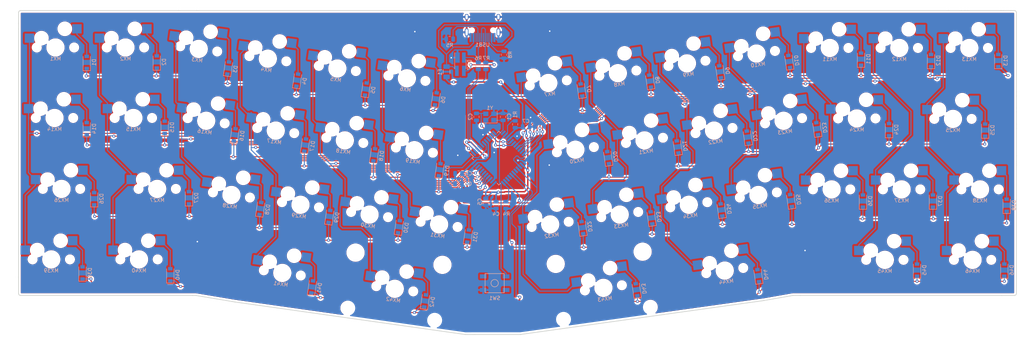
<source format=kicad_pcb>
(kicad_pcb (version 20171130) (host pcbnew "(5.1.4-0-10_14)")
  (layers (0 F.Cu signal) (31 B.Cu signal) (34 B.Paste user) (35 F.Paste user) (36 B.SilkS user) (37 F.SilkS user) (38 B.Mask user) (39 F.Mask user) (44 Edge.Cuts user))
  (net 0 "")
  (net 1 GND)
  (net 2 "Net-(C1-Pad1)")
  (net 3 "Net-(C2-Pad1)")
  (net 4 "Net-(C3-Pad1)")
  (net 5 +5V)
  (net 6 "Net-(D1-Pad2)")
  (net 7 ROW0)
  (net 8 "Net-(D2-Pad2)")
  (net 9 "Net-(D3-Pad2)")
  (net 10 "Net-(D4-Pad2)")
  (net 11 "Net-(D5-Pad2)")
  (net 12 "Net-(D6-Pad2)")
  (net 13 "Net-(D7-Pad2)")
  (net 14 "Net-(D8-Pad2)")
  (net 15 "Net-(D9-Pad2)")
  (net 16 "Net-(D10-Pad2)")
  (net 17 "Net-(D11-Pad2)")
  (net 18 "Net-(D12-Pad2)")
  (net 19 "Net-(D13-Pad2)")
  (net 20 "Net-(D14-Pad2)")
  (net 21 ROW1)
  (net 22 "Net-(D15-Pad2)")
  (net 23 "Net-(D16-Pad2)")
  (net 24 "Net-(D17-Pad2)")
  (net 25 "Net-(D18-Pad2)")
  (net 26 "Net-(D19-Pad2)")
  (net 27 "Net-(D20-Pad2)")
  (net 28 "Net-(D21-Pad2)")
  (net 29 "Net-(D22-Pad2)")
  (net 30 "Net-(D23-Pad2)")
  (net 31 "Net-(D24-Pad2)")
  (net 32 "Net-(D25-Pad2)")
  (net 33 "Net-(D26-Pad2)")
  (net 34 ROW2)
  (net 35 "Net-(D27-Pad2)")
  (net 36 "Net-(D28-Pad2)")
  (net 37 "Net-(D29-Pad2)")
  (net 38 "Net-(D30-Pad2)")
  (net 39 "Net-(D31-Pad2)")
  (net 40 "Net-(D32-Pad2)")
  (net 41 "Net-(D33-Pad2)")
  (net 42 "Net-(D34-Pad2)")
  (net 43 "Net-(D35-Pad2)")
  (net 44 "Net-(D36-Pad2)")
  (net 45 "Net-(D37-Pad2)")
  (net 46 "Net-(D38-Pad2)")
  (net 47 "Net-(D39-Pad2)")
  (net 48 ROW3)
  (net 49 "Net-(D40-Pad2)")
  (net 50 "Net-(D41-Pad2)")
  (net 51 "Net-(D42-Pad2)")
  (net 52 "Net-(D43-Pad2)")
  (net 53 "Net-(D44-Pad2)")
  (net 54 "Net-(D45-Pad2)")
  (net 55 "Net-(D46-Pad2)")
  (net 56 COL0)
  (net 57 COL1)
  (net 58 COL2)
  (net 59 COL3)
  (net 60 COL4)
  (net 61 COL5)
  (net 62 COL6)
  (net 63 COL7)
  (net 64 COL8)
  (net 65 COL9)
  (net 66 COL10)
  (net 67 COL11)
  (net 68 COL12)
  (net 69 "Net-(R1-Pad2)")
  (net 70 D+)
  (net 71 D-)
  (net 72 "Net-(R4-Pad2)")
  (net 73 "Net-(U1-Pad42)")
  (net 74 "Net-(U1-Pad31)")
  (net 75 "Net-(U1-Pad30)")
  (net 76 "Net-(U1-Pad27)")
  (net 77 "Net-(U1-Pad12)")
  (net 78 "Net-(U1-Pad11)")
  (net 79 "Net-(U1-Pad10)")
  (net 80 "Net-(U1-Pad9)")
  (net 81 "Net-(U1-Pad8)")
  (net 82 "Net-(D47-Pad4)")
  (net 83 ESD2)
  (net 84 ESD1)
  (net 85 "Net-(R5-Pad2)")
  (net 86 "Net-(R8-Pad2)")
  (net 87 "Net-(USB1-Pad3)")
  (net 88 "Net-(USB1-Pad9)")
  (module Type-C:HRO-TYPE-C-31-M-12-HandSoldering (layer B.Cu) (at 139.827 65.659)
    (fp_text reference USB1 (at 0 10.2) (layer B.SilkS) (effects (justify mirror)))
    (fp_text value HRO-TYPE-C-31-M-12)
    (pad 12 smd rect (at 3.225 8.195) (size 0.6 2.45) (layers B.Cu B.Paste B.Mask) (net 1 GND))
    (pad 1 smd rect (at -3.225 8.195) (size 0.6 2.45) (layers B.Cu B.Paste B.Mask) (net 1 GND))
    (pad 11 smd rect (at 2.45 8.195) (size 0.6 2.45) (layers B.Cu B.Paste B.Mask) (net 82 "Net-(D47-Pad4)"))
    (pad 2 smd rect (at -2.45 8.195) (size 0.6 2.45) (layers B.Cu B.Paste B.Mask) (net 82 "Net-(D47-Pad4)"))
    (pad 3 smd rect (at -1.75 8.195) (size 0.3 2.45) (layers B.Cu B.Paste B.Mask) (net 87 "Net-(USB1-Pad3)"))
    (pad 10 smd rect (at 1.75 8.195) (size 0.3 2.45) (layers B.Cu B.Paste B.Mask) (net 86 "Net-(R8-Pad2)"))
    (pad 4 smd rect (at -1.25 8.195) (size 0.3 2.45) (layers B.Cu B.Paste B.Mask) (net 85 "Net-(R5-Pad2)"))
    (pad 9 smd rect (at 1.25 8.195) (size 0.3 2.45) (layers B.Cu B.Paste B.Mask) (net 88 "Net-(USB1-Pad9)"))
    (pad 5 smd rect (at -0.75 8.195) (size 0.3 2.45) (layers B.Cu B.Paste B.Mask) (net 84 ESD1))
    (pad 8 smd rect (at 0.75 8.195) (size 0.3 2.45) (layers B.Cu B.Paste B.Mask) (net 83 ESD2))
    (pad 7 smd rect (at 0.25 8.195) (size 0.3 2.45) (layers B.Cu B.Paste B.Mask) (net 84 ESD1))
    (pad 6 smd rect (at -0.25 8.195) (size 0.3 2.45) (layers B.Cu B.Paste B.Mask) (net 83 ESD2))
    (pad "" np_thru_hole circle (at 2.89 6.25) (size 0.65 0.65) (drill 0.65) (layers *.Cu *.Mask))
    (pad "" np_thru_hole circle (at -2.89 6.25) (size 0.65 0.65) (drill 0.65) (layers *.Cu *.Mask))
    (pad 13 thru_hole oval (at -4.32 6.78) (size 1 2.1) (drill oval 0.6 1.7) (layers *.Cu F.Mask) (net 1 GND))
    (pad 13 thru_hole oval (at 4.32 6.78) (size 1 2.1) (drill oval 0.6 1.7) (layers *.Cu F.Mask) (net 1 GND))
    (pad 13 thru_hole oval (at -4.32 2.6) (size 1 1.6) (drill oval 0.6 1.2) (layers *.Cu F.Mask) (net 1 GND))
    (pad 13 thru_hole oval (at 4.32 2.6) (size 1 1.6) (drill oval 0.6 1.2) (layers *.Cu F.Mask) (net 1 GND))
  )
  (module Resistor_SMD:R_0805_2012Metric (layer B.Cu) (at 145.669 78.5645 90)
    (fp_text reference R8 (at 0 1.65 90) (layer B.SilkS) (effects (justify mirror)))
    (fp_text value 5.1k)
    (pad 1 smd roundrect (at -0.9375 0 90) (size 0.975 1.4) (layers B.Cu B.Paste B.Mask) (net 1 GND))
    (pad 2 smd roundrect (at 0.9375 0 90) (size 0.975 1.4) (layers B.Cu B.Paste B.Mask) (net 86 "Net-(R8-Pad2)"))
  )
  (module Resistor_SMD:R_0805_2012Metric (layer B.Cu) (at 140.716 81.6125 90)
    (fp_text reference R7 (at 2.1105 0.127) (layer B.SilkS) (effects (justify mirror)))
    (fp_text value 22)
    (pad 2 smd roundrect (at 0.9375 0 90) (size 0.975 1.4) (layers B.Cu B.Paste B.Mask) (net 83 ESD2))
    (pad 1 smd roundrect (at -0.9375 0 90) (size 0.975 1.4) (layers B.Cu B.Paste B.Mask) (net 70 D+))
  )
  (module Resistor_SMD:R_0805_2012Metric (layer B.Cu) (at 138.684 81.5825 90)
    (fp_text reference R6 (at 2.0805 0 180) (layer B.SilkS) (effects (justify mirror)))
    (fp_text value 22)
    (pad 2 smd roundrect (at 0.9375 0 90) (size 0.975 1.4) (layers B.Cu B.Paste B.Mask) (net 84 ESD1))
    (pad 1 smd roundrect (at -0.9375 0 90) (size 0.975 1.4) (layers B.Cu B.Paste B.Mask) (net 71 D-))
  )
  (module Resistor_SMD:R_0805_2012Metric (layer B.Cu) (at 130.8885 74.295)
    (fp_text reference R5 (at 0 1.65) (layer B.SilkS) (effects (justify mirror)))
    (fp_text value 5.1k)
    (pad 2 smd roundrect (at 0.9375 0) (size 0.975 1.4) (layers B.Cu B.Paste B.Mask) (net 85 "Net-(R5-Pad2)"))
    (pad 1 smd roundrect (at -0.9375 0) (size 0.975 1.4) (layers B.Cu B.Paste B.Mask) (net 1 GND))
  )
  (module Fuse:Fuse_1206_3216Metric (layer B.Cu) (at 130.048 83.182 90)
    (fp_text reference F1 (at -0.13 -1.778 90) (layer B.SilkS) (effects (justify mirror)))
    (fp_text value Polyfuse_Small)
    (pad 2 smd roundrect (at 1.4 0 90) (size 1.25 1.75) (layers B.Cu B.Paste B.Mask) (roundrect_rratio 0.2) (net 82 "Net-(D47-Pad4)"))
    (pad 1 smd roundrect (at -1.4 0 90) (size 1.25 1.75) (layers B.Cu B.Paste B.Mask) (roundrect_rratio 0.2) (net 5 +5V))
  )
  (module Package_TO_SOT_SMD:SOT-143_Handsoldering (layer B.Cu) (at 133.797 81.131 270)
    (fp_text reference D47 (at 0.149 -2.474 90) (layer B.SilkS) (effects (justify mirror)))
    (fp_text value PRTR5V0U2X)
    (pad 4 smd trapezoid (at 1.8 0.95) (size 1 2.8) (layers B.Cu B.Paste B.Mask) (net 82 "Net-(D47-Pad4)"))
    (pad 3 smd rect (at 1.8 -0.95) (size 1 2.8) (layers B.Cu B.Paste B.Mask) (net 83 ESD2))
    (pad 2 smd rect (at -1.8 -0.95) (size 1 2.8) (layers B.Cu B.Paste B.Mask) (net 84 ESD1))
    (pad 1 smd rect (at -1.8 0.77) (size 1.2 2.8) (layers B.Cu B.Paste B.Mask) (net 1 GND))
  )
  (module Package_QFP:TQFP-44_10x10mm_P0.8mm (layer B.Cu) (at 144.272 106.68 315)
    (fp_text reference U1 (at 0 7.45 135) (layer B.SilkS) (effects (justify mirror)))
    (fp_text value ATmega32U4-AU)
    (pad 44 smd rect (at -4 5.7 225) (size 1.5 0.55) (layers B.Cu B.Paste B.Mask) (net 5 +5V))
    (pad 43 smd rect (at -3.2 5.7 225) (size 1.5 0.55) (layers B.Cu B.Paste B.Mask) (net 1 GND))
    (pad 42 smd rect (at -2.4 5.7 225) (size 1.5 0.55) (layers B.Cu B.Paste B.Mask) (net 73 "Net-(U1-Pad42)"))
    (pad 41 smd rect (at -1.6 5.7 225) (size 1.5 0.55) (layers B.Cu B.Paste B.Mask) (net 56 COL0))
    (pad 40 smd rect (at -0.8 5.7 225) (size 1.5 0.55) (layers B.Cu B.Paste B.Mask) (net 57 COL1))
    (pad 39 smd rect (at 0 5.7 225) (size 1.5 0.55) (layers B.Cu B.Paste B.Mask) (net 58 COL2))
    (pad 38 smd rect (at 0.8 5.7 225) (size 1.5 0.55) (layers B.Cu B.Paste B.Mask) (net 59 COL3))
    (pad 37 smd rect (at 1.6 5.7 225) (size 1.5 0.55) (layers B.Cu B.Paste B.Mask) (net 60 COL4))
    (pad 36 smd rect (at 2.4 5.7 225) (size 1.5 0.55) (layers B.Cu B.Paste B.Mask) (net 61 COL5))
    (pad 35 smd rect (at 3.2 5.7 225) (size 1.5 0.55) (layers B.Cu B.Paste B.Mask) (net 1 GND))
    (pad 34 smd rect (at 4 5.7 225) (size 1.5 0.55) (layers B.Cu B.Paste B.Mask) (net 5 +5V))
    (pad 33 smd rect (at 5.7 4 315) (size 1.5 0.55) (layers B.Cu B.Paste B.Mask) (net 72 "Net-(R4-Pad2)"))
    (pad 32 smd rect (at 5.7 3.2 315) (size 1.5 0.55) (layers B.Cu B.Paste B.Mask) (net 21 ROW1))
    (pad 31 smd rect (at 5.7 2.4 315) (size 1.5 0.55) (layers B.Cu B.Paste B.Mask) (net 74 "Net-(U1-Pad31)"))
    (pad 30 smd rect (at 5.7 1.6 315) (size 1.5 0.55) (layers B.Cu B.Paste B.Mask) (net 75 "Net-(U1-Pad30)"))
    (pad 29 smd rect (at 5.7 0.8 315) (size 1.5 0.55) (layers B.Cu B.Paste B.Mask) (net 34 ROW2))
    (pad 28 smd rect (at 5.7 0 315) (size 1.5 0.55) (layers B.Cu B.Paste B.Mask) (net 48 ROW3))
    (pad 27 smd rect (at 5.7 -0.8 315) (size 1.5 0.55) (layers B.Cu B.Paste B.Mask) (net 76 "Net-(U1-Pad27)"))
    (pad 26 smd rect (at 5.7 -1.6 315) (size 1.5 0.55) (layers B.Cu B.Paste B.Mask) (net 62 COL6))
    (pad 25 smd rect (at 5.7 -2.4 315) (size 1.5 0.55) (layers B.Cu B.Paste B.Mask) (net 63 COL7))
    (pad 24 smd rect (at 5.7 -3.2 315) (size 1.5 0.55) (layers B.Cu B.Paste B.Mask) (net 5 +5V))
    (pad 23 smd rect (at 5.7 -4 315) (size 1.5 0.55) (layers B.Cu B.Paste B.Mask) (net 1 GND))
    (pad 22 smd rect (at 4 -5.7 225) (size 1.5 0.55) (layers B.Cu B.Paste B.Mask) (net 64 COL8))
    (pad 21 smd rect (at 3.2 -5.7 225) (size 1.5 0.55) (layers B.Cu B.Paste B.Mask) (net 65 COL9))
    (pad 20 smd rect (at 2.4 -5.7 225) (size 1.5 0.55) (layers B.Cu B.Paste B.Mask) (net 66 COL10))
    (pad 19 smd rect (at 1.6 -5.7 225) (size 1.5 0.55) (layers B.Cu B.Paste B.Mask) (net 67 COL11))
    (pad 18 smd rect (at 0.8 -5.7 225) (size 1.5 0.55) (layers B.Cu B.Paste B.Mask) (net 68 COL12))
    (pad 17 smd rect (at 0 -5.7 225) (size 1.5 0.55) (layers B.Cu B.Paste B.Mask) (net 2 "Net-(C1-Pad1)"))
    (pad 16 smd rect (at -0.8 -5.7 225) (size 1.5 0.55) (layers B.Cu B.Paste B.Mask) (net 3 "Net-(C2-Pad1)"))
    (pad 15 smd rect (at -1.6 -5.7 225) (size 1.5 0.55) (layers B.Cu B.Paste B.Mask) (net 1 GND))
    (pad 14 smd rect (at -2.4 -5.7 225) (size 1.5 0.55) (layers B.Cu B.Paste B.Mask) (net 5 +5V))
    (pad 13 smd rect (at -3.2 -5.7 225) (size 1.5 0.55) (layers B.Cu B.Paste B.Mask) (net 69 "Net-(R1-Pad2)"))
    (pad 12 smd rect (at -4 -5.7 225) (size 1.5 0.55) (layers B.Cu B.Paste B.Mask) (net 77 "Net-(U1-Pad12)"))
    (pad 11 smd rect (at -5.7 -4 315) (size 1.5 0.55) (layers B.Cu B.Paste B.Mask) (net 78 "Net-(U1-Pad11)"))
    (pad 10 smd rect (at -5.7 -3.2 315) (size 1.5 0.55) (layers B.Cu B.Paste B.Mask) (net 79 "Net-(U1-Pad10)"))
    (pad 9 smd rect (at -5.7 -2.4 315) (size 1.5 0.55) (layers B.Cu B.Paste B.Mask) (net 80 "Net-(U1-Pad9)"))
    (pad 8 smd rect (at -5.7 -1.6 315) (size 1.5 0.55) (layers B.Cu B.Paste B.Mask) (net 81 "Net-(U1-Pad8)"))
    (pad 7 smd rect (at -5.7 -0.8 315) (size 1.5 0.55) (layers B.Cu B.Paste B.Mask) (net 5 +5V))
    (pad 6 smd rect (at -5.7 0 315) (size 1.5 0.55) (layers B.Cu B.Paste B.Mask) (net 4 "Net-(C3-Pad1)"))
    (pad 5 smd rect (at -5.7 0.8 315) (size 1.5 0.55) (layers B.Cu B.Paste B.Mask) (net 1 GND))
    (pad 4 smd rect (at -5.7 1.6 315) (size 1.5 0.55) (layers B.Cu B.Paste B.Mask) (net 70 D+))
    (pad 3 smd rect (at -5.7 2.4 315) (size 1.5 0.55) (layers B.Cu B.Paste B.Mask) (net 71 D-))
    (pad 2 smd rect (at -5.7 3.2 315) (size 1.5 0.55) (layers B.Cu B.Paste B.Mask) (net 5 +5V))
    (pad 1 smd rect (at -5.7 4 315) (size 1.5 0.55) (layers B.Cu B.Paste B.Mask) (net 7 ROW0))
  )
  (module MX_Only:MXOnly-1U-Hotswap (layer F.Cu) (at 165.1 104.394 8)
    (fp_text reference MX20)
    (fp_text value MX-NoLED)
    (fp_text user %R (at 0 3.048 8) (layer B.SilkS) (effects (justify mirror)))
    (pad 2 smd rect (at 5.842 -5.08 8) (size 2.55 2.5) (layers B.Cu B.Paste B.Mask) (net 27 "Net-(D20-Pad2)"))
    (pad 1 smd rect (at -7.085 -2.54 8) (size 2.55 2.5) (layers B.Cu B.Paste B.Mask) (net 62 COL6))
    (pad "" np_thru_hole circle (at 5.08 0 56.0996) (size 1.75 1.75) (drill 1.75) (layers *.Cu *.Mask))
    (pad "" np_thru_hole circle (at -5.08 0 56.0996) (size 1.75 1.75) (drill 1.75) (layers *.Cu *.Mask))
    (pad "" np_thru_hole circle (at -3.81 -2.54 8) (size 3 3) (drill 3) (layers *.Cu *.Mask))
    (pad "" np_thru_hole circle (at 0 0 8) (size 3.9878 3.9878) (drill 3.9878) (layers *.Cu *.Mask))
    (pad "" np_thru_hole circle (at 2.54 -5.08 8) (size 3 3) (drill 3) (layers *.Cu *.Mask))
  )
  (module MX_Only:MXOnly-1U-Hotswap (layer F.Cu) (at 23.622 76.581)
    (fp_text reference MX1)
    (fp_text value MX-NoLED)
    (fp_text user %R (at 0 3.048) (layer B.SilkS) (effects (justify mirror)))
    (pad 2 smd rect (at 5.842 -5.08) (size 2.55 2.5) (layers B.Cu B.Paste B.Mask) (net 6 "Net-(D1-Pad2)"))
    (pad 1 smd rect (at -7.085 -2.54) (size 2.55 2.5) (layers B.Cu B.Paste B.Mask) (net 56 COL0))
    (pad "" np_thru_hole circle (at 5.08 0 48.0996) (size 1.75 1.75) (drill 1.75) (layers *.Cu *.Mask))
    (pad "" np_thru_hole circle (at -5.08 0 48.0996) (size 1.75 1.75) (drill 1.75) (layers *.Cu *.Mask))
    (pad "" np_thru_hole circle (at -3.81 -2.54) (size 3 3) (drill 3) (layers *.Cu *.Mask))
    (pad "" np_thru_hole circle (at 0 0) (size 3.9878 3.9878) (drill 3.9878) (layers *.Cu *.Mask))
    (pad "" np_thru_hole circle (at 2.54 -5.08) (size 3 3) (drill 3) (layers *.Cu *.Mask))
  )
  (module MX_Only:MXOnly-1U-Hotswap (layer F.Cu) (at 121.285 104.521 352)
    (fp_text reference MX19)
    (fp_text value MX-NoLED)
    (fp_text user %R (at 0 3.048 172) (layer B.SilkS) (effects (justify mirror)))
    (pad 2 smd rect (at 5.842 -5.08 352) (size 2.55 2.5) (layers B.Cu B.Paste B.Mask) (net 26 "Net-(D19-Pad2)"))
    (pad 1 smd rect (at -7.085 -2.54 352) (size 2.55 2.5) (layers B.Cu B.Paste B.Mask) (net 61 COL5))
    (pad "" np_thru_hole circle (at 5.08 0 40.0996) (size 1.75 1.75) (drill 1.75) (layers *.Cu *.Mask))
    (pad "" np_thru_hole circle (at -5.08 0 40.0996) (size 1.75 1.75) (drill 1.75) (layers *.Cu *.Mask))
    (pad "" np_thru_hole circle (at -3.81 -2.54 352) (size 3 3) (drill 3) (layers *.Cu *.Mask))
    (pad "" np_thru_hole circle (at 0 0 352) (size 3.9878 3.9878) (drill 3.9878) (layers *.Cu *.Mask))
    (pad "" np_thru_hole circle (at 2.54 -5.08 352) (size 3 3) (drill 3) (layers *.Cu *.Mask))
  )
  (module MX_Only:MXOnly-1.25U-Hotswap (layer F.Cu) (at 205.74 137.287 8)
    (fp_text reference MX44)
    (fp_text value MX-NoLED)
    (fp_text user %R (at 0 3.048 8) (layer B.SilkS) (effects (justify mirror)))
    (pad 2 smd rect (at 5.842 -5.08 8) (size 2.55 2.5) (layers B.Cu B.Paste B.Mask) (net 53 "Net-(D44-Pad2)"))
    (pad 1 smd rect (at -7.085 -2.54 8) (size 2.55 2.5) (layers B.Cu B.Paste B.Mask) (net 64 COL8))
    (pad "" np_thru_hole circle (at 5.08 0 56.0996) (size 1.75 1.75) (drill 1.75) (layers *.Cu *.Mask))
    (pad "" np_thru_hole circle (at -5.08 0 56.0996) (size 1.75 1.75) (drill 1.75) (layers *.Cu *.Mask))
    (pad "" np_thru_hole circle (at -3.81 -2.54 8) (size 3 3) (drill 3) (layers *.Cu *.Mask))
    (pad "" np_thru_hole circle (at 0 0 8) (size 3.9878 3.9878) (drill 3.9878) (layers *.Cu *.Mask))
    (pad "" np_thru_hole circle (at 2.54 -5.08 8) (size 3 3) (drill 3) (layers *.Cu *.Mask))
  )
  (module MX_Only:MXOnly-1.25U-Hotswap (layer F.Cu) (at 249.301 134.366)
    (fp_text reference MX45)
    (fp_text value MX-NoLED)
    (fp_text user %R (at 0 3.048) (layer B.SilkS) (effects (justify mirror)))
    (pad "" np_thru_hole circle (at 2.54 -5.08) (size 3 3) (drill 3) (layers *.Cu *.Mask))
    (pad "" np_thru_hole circle (at 0 0) (size 3.9878 3.9878) (drill 3.9878) (layers *.Cu *.Mask))
    (pad "" np_thru_hole circle (at -3.81 -2.54) (size 3 3) (drill 3) (layers *.Cu *.Mask))
    (pad "" np_thru_hole circle (at -5.08 0 48.0996) (size 1.75 1.75) (drill 1.75) (layers *.Cu *.Mask))
    (pad "" np_thru_hole circle (at 5.08 0 48.0996) (size 1.75 1.75) (drill 1.75) (layers *.Cu *.Mask))
    (pad 1 smd rect (at -7.085 -2.54) (size 2.55 2.5) (layers B.Cu B.Paste B.Mask) (net 67 COL11))
    (pad 2 smd rect (at 5.842 -5.08) (size 2.55 2.5) (layers B.Cu B.Paste B.Mask) (net 54 "Net-(D45-Pad2)"))
  )
  (module MX_Only:MXOnly-1.25U-Hotswap (layer F.Cu) (at 273.177 134.366)
    (fp_text reference MX46)
    (fp_text value MX-NoLED)
    (fp_text user %R (at 0 3.048) (layer B.SilkS) (effects (justify mirror)))
    (pad 2 smd rect (at 5.842 -5.08) (size 2.55 2.5) (layers B.Cu B.Paste B.Mask) (net 55 "Net-(D46-Pad2)"))
    (pad 1 smd rect (at -7.085 -2.54) (size 2.55 2.5) (layers B.Cu B.Paste B.Mask) (net 68 COL12))
    (pad "" np_thru_hole circle (at 5.08 0 48.0996) (size 1.75 1.75) (drill 1.75) (layers *.Cu *.Mask))
    (pad "" np_thru_hole circle (at -5.08 0 48.0996) (size 1.75 1.75) (drill 1.75) (layers *.Cu *.Mask))
    (pad "" np_thru_hole circle (at -3.81 -2.54) (size 3 3) (drill 3) (layers *.Cu *.Mask))
    (pad "" np_thru_hole circle (at 0 0) (size 3.9878 3.9878) (drill 3.9878) (layers *.Cu *.Mask))
    (pad "" np_thru_hole circle (at 2.54 -5.08) (size 3 3) (drill 3) (layers *.Cu *.Mask))
  )
  (module Resistor_SMD:R_0805_2012Metric (layer B.Cu) (at 148.717 97.4875 90)
    (fp_text reference R1 (at 2.6185 0 90) (layer B.SilkS) (effects (justify mirror)))
    (fp_text value 10k)
    (pad 2 smd roundrect (at 0.9375 0 90) (size 0.975 1.4) (layers B.Cu B.Paste B.Mask) (net 69 "Net-(R1-Pad2)"))
    (pad 1 smd roundrect (at -0.9375 0 90) (size 0.975 1.4) (layers B.Cu B.Paste B.Mask) (net 5 +5V))
  )
  (module Resistor_SMD:R_0805_2012Metric (layer B.Cu) (at 146.177 119.4585 90)
    (fp_text reference R4 (at -2.413 0.127 180) (layer B.SilkS) (effects (justify mirror)))
    (fp_text value 10k)
    (pad 1 smd roundrect (at -0.9375 0 90) (size 0.975 1.4) (layers B.Cu B.Paste B.Mask) (net 1 GND))
    (pad 2 smd roundrect (at 0.9375 0 90) (size 0.975 1.4) (layers B.Cu B.Paste B.Mask) (net 72 "Net-(R4-Pad2)"))
  )
  (module random-keyboard-parts:SKQG-1155865 (layer B.Cu) (at 143.129 140.716 180)
    (fp_text reference SW1 (at 0 -4.064) (layer B.SilkS) (effects (justify mirror)))
    (fp_text value SW_Push)
    (pad 4 smd rect (at -3.1 -1.85 180) (size 1.8 1.1) (layers B.Cu B.Paste B.Mask))
    (pad 3 smd rect (at 3.1 1.85 180) (size 1.8 1.1) (layers B.Cu B.Paste B.Mask))
    (pad 2 smd rect (at -3.1 1.85 180) (size 1.8 1.1) (layers B.Cu B.Paste B.Mask) (net 69 "Net-(R1-Pad2)"))
    (pad 1 smd rect (at 3.1 -1.85 180) (size 1.8 1.1) (layers B.Cu B.Paste B.Mask) (net 1 GND))
  )
  (module Crystal:Crystal_SMD_3225-4Pin_3.2x2.5mm (layer B.Cu) (at 141.80675 95.4795 180)
    (fp_text reference Y1 (at 0 2.45) (layer B.SilkS) (effects (justify mirror)))
    (fp_text value 16MHz)
    (pad 1 smd rect (at -1.1 -0.85 180) (size 1.4 1.2) (layers B.Cu B.Paste B.Mask) (net 2 "Net-(C1-Pad1)"))
    (pad 2 smd rect (at 1.1 -0.85 180) (size 1.4 1.2) (layers B.Cu B.Paste B.Mask) (net 1 GND))
    (pad 3 smd rect (at 1.1 0.85 180) (size 1.4 1.2) (layers B.Cu B.Paste B.Mask) (net 3 "Net-(C2-Pad1)"))
    (pad 4 smd rect (at -1.1 0.85 180) (size 1.4 1.2) (layers B.Cu B.Paste B.Mask) (net 1 GND))
  )
  (module Diode_SMD:D_SOD-123 (layer B.Cu) (at 54.864 138.43 90)
    (fp_text reference D40 (at 0 2 90) (layer B.SilkS) (effects (justify mirror)))
    (fp_text value D_Small)
    (pad 2 smd rect (at 1.65 0 90) (size 0.9 1.2) (layers B.Cu B.Paste B.Mask) (net 49 "Net-(D40-Pad2)"))
    (pad 1 smd rect (at -1.65 0 90) (size 0.9 1.2) (layers B.Cu B.Paste B.Mask) (net 48 ROW3))
  )
  (module Diode_SMD:D_SOD-123 (layer B.Cu) (at 93.472 141.732 82)
    (fp_text reference D41 (at 0 2 82) (layer B.SilkS) (effects (justify mirror)))
    (fp_text value D_Small)
    (pad 2 smd rect (at 1.65 0 82) (size 0.9 1.2) (layers B.Cu B.Paste B.Mask) (net 50 "Net-(D41-Pad2)"))
    (pad 1 smd rect (at -1.65 0 82) (size 0.9 1.2) (layers B.Cu B.Paste B.Mask) (net 48 ROW3))
  )
  (module Diode_SMD:D_SOD-123 (layer B.Cu) (at 124.206 145.542 82)
    (fp_text reference D42 (at 0 2 82) (layer B.SilkS) (effects (justify mirror)))
    (fp_text value D_Small)
    (pad 2 smd rect (at 1.65 0 82) (size 0.9 1.2) (layers B.Cu B.Paste B.Mask) (net 51 "Net-(D42-Pad2)"))
    (pad 1 smd rect (at -1.65 0 82) (size 0.9 1.2) (layers B.Cu B.Paste B.Mask) (net 48 ROW3))
  )
  (module Diode_SMD:D_SOD-123 (layer B.Cu) (at 181.737 142.494 98)
    (fp_text reference D43 (at 0 2 98) (layer B.SilkS) (effects (justify mirror)))
    (fp_text value D_Small)
    (pad 2 smd rect (at 1.65 0 98) (size 0.9 1.2) (layers B.Cu B.Paste B.Mask) (net 52 "Net-(D43-Pad2)"))
    (pad 1 smd rect (at -1.65 0 98) (size 0.9 1.2) (layers B.Cu B.Paste B.Mask) (net 48 ROW3))
  )
  (module Diode_SMD:D_SOD-123 (layer B.Cu) (at 214.859636 138.666942 98)
    (fp_text reference D44 (at 0 2 98) (layer B.SilkS) (effects (justify mirror)))
    (fp_text value D_Small)
    (pad 2 smd rect (at 1.65 0 98) (size 0.9 1.2) (layers B.Cu B.Paste B.Mask) (net 53 "Net-(D44-Pad2)"))
    (pad 1 smd rect (at -1.65 0 98) (size 0.9 1.2) (layers B.Cu B.Paste B.Mask) (net 48 ROW3))
  )
  (module Diode_SMD:D_SOD-123 (layer B.Cu) (at 258.064 137.16 90)
    (fp_text reference D45 (at 0 2 90) (layer B.SilkS) (effects (justify mirror)))
    (fp_text value D_Small)
    (pad 2 smd rect (at 1.65 0 90) (size 0.9 1.2) (layers B.Cu B.Paste B.Mask) (net 54 "Net-(D45-Pad2)"))
    (pad 1 smd rect (at -1.65 0 90) (size 0.9 1.2) (layers B.Cu B.Paste B.Mask) (net 48 ROW3))
  )
  (module Diode_SMD:D_SOD-123 (layer B.Cu) (at 281.813 137.16 90)
    (fp_text reference D46 (at 0 2 90) (layer B.SilkS) (effects (justify mirror)))
    (fp_text value D_Small)
    (pad 2 smd rect (at 1.65 0 90) (size 0.9 1.2) (layers B.Cu B.Paste B.Mask) (net 55 "Net-(D46-Pad2)"))
    (pad 1 smd rect (at -1.65 0 90) (size 0.9 1.2) (layers B.Cu B.Paste B.Mask) (net 48 ROW3))
  )
  (module MX_Only:MXOnly-1U-Hotswap (layer F.Cu) (at 42.672 76.581)
    (fp_text reference MX2)
    (fp_text value MX-NoLED)
    (fp_text user %R (at 0 3.048) (layer B.SilkS) (effects (justify mirror)))
    (pad 2 smd rect (at 5.842 -5.08) (size 2.55 2.5) (layers B.Cu B.Paste B.Mask) (net 8 "Net-(D2-Pad2)"))
    (pad 1 smd rect (at -7.085 -2.54) (size 2.55 2.5) (layers B.Cu B.Paste B.Mask) (net 57 COL1))
    (pad "" np_thru_hole circle (at 5.08 0 48.0996) (size 1.75 1.75) (drill 1.75) (layers *.Cu *.Mask))
    (pad "" np_thru_hole circle (at -5.08 0 48.0996) (size 1.75 1.75) (drill 1.75) (layers *.Cu *.Mask))
    (pad "" np_thru_hole circle (at -3.81 -2.54) (size 3 3) (drill 3) (layers *.Cu *.Mask))
    (pad "" np_thru_hole circle (at 0 0) (size 3.9878 3.9878) (drill 3.9878) (layers *.Cu *.Mask))
    (pad "" np_thru_hole circle (at 2.54 -5.08) (size 3 3) (drill 3) (layers *.Cu *.Mask))
  )
  (module Diode_SMD:D_SOD-123 (layer B.Cu) (at 262.382 118.364 90)
    (fp_text reference D37 (at 0 2 90) (layer B.SilkS) (effects (justify mirror)))
    (fp_text value D_Small)
    (pad 2 smd rect (at 1.65 0 90) (size 0.9 1.2) (layers B.Cu B.Paste B.Mask) (net 45 "Net-(D37-Pad2)"))
    (pad 1 smd rect (at -1.65 0 90) (size 0.9 1.2) (layers B.Cu B.Paste B.Mask) (net 34 ROW2))
  )
  (module Diode_SMD:D_SOD-123 (layer B.Cu) (at 192.913 103.632 98)
    (fp_text reference D21 (at 0 2 98) (layer B.SilkS) (effects (justify mirror)))
    (fp_text value D_Small)
    (pad 2 smd rect (at 1.65 0 98) (size 0.9 1.2) (layers B.Cu B.Paste B.Mask) (net 28 "Net-(D21-Pad2)"))
    (pad 1 smd rect (at -1.65 0 98) (size 0.9 1.2) (layers B.Cu B.Paste B.Mask) (net 21 ROW1))
  )
  (module Diode_SMD:D_SOD-123 (layer B.Cu) (at 211.963 100.965 98)
    (fp_text reference D22 (at 0 2 98) (layer B.SilkS) (effects (justify mirror)))
    (fp_text value D_Small)
    (pad 2 smd rect (at 1.65 0 98) (size 0.9 1.2) (layers B.Cu B.Paste B.Mask) (net 29 "Net-(D22-Pad2)"))
    (pad 1 smd rect (at -1.65 0 98) (size 0.9 1.2) (layers B.Cu B.Paste B.Mask) (net 21 ROW1))
  )
  (module Diode_SMD:D_SOD-123 (layer B.Cu) (at 230.886 98.679 98)
    (fp_text reference D23 (at 0 2 98) (layer B.SilkS) (effects (justify mirror)))
    (fp_text value D_Small)
    (pad 2 smd rect (at 1.65 0 98) (size 0.9 1.2) (layers B.Cu B.Paste B.Mask) (net 30 "Net-(D23-Pad2)"))
    (pad 1 smd rect (at -1.65 0 98) (size 0.9 1.2) (layers B.Cu B.Paste B.Mask) (net 21 ROW1))
  )
  (module Diode_SMD:D_SOD-123 (layer B.Cu) (at 135.89 127.889 82)
    (fp_text reference D31 (at 0 2 82) (layer B.SilkS) (effects (justify mirror)))
    (fp_text value D_Small)
    (pad 2 smd rect (at 1.65 0 82) (size 0.9 1.2) (layers B.Cu B.Paste B.Mask) (net 39 "Net-(D31-Pad2)"))
    (pad 1 smd rect (at -1.65 0 82) (size 0.9 1.2) (layers B.Cu B.Paste B.Mask) (net 34 ROW2))
  )
  (module Diode_SMD:D_SOD-123 (layer B.Cu) (at 167.005 125.603 98)
    (fp_text reference D32 (at 0 2 98) (layer B.SilkS) (effects (justify mirror)))
    (fp_text value D_Small)
    (pad 2 smd rect (at 1.65 0 98) (size 0.9 1.2) (layers B.Cu B.Paste B.Mask) (net 40 "Net-(D32-Pad2)"))
    (pad 1 smd rect (at -1.65 0 98) (size 0.9 1.2) (layers B.Cu B.Paste B.Mask) (net 34 ROW2))
  )
  (module Diode_SMD:D_SOD-123 (layer B.Cu) (at 185.801 122.936 98)
    (fp_text reference D33 (at 0 2 98) (layer B.SilkS) (effects (justify mirror)))
    (fp_text value D_Small)
    (pad 2 smd rect (at 1.65 0 98) (size 0.9 1.2) (layers B.Cu B.Paste B.Mask) (net 41 "Net-(D33-Pad2)"))
    (pad 1 smd rect (at -1.65 0 98) (size 0.9 1.2) (layers B.Cu B.Paste B.Mask) (net 34 ROW2))
  )
  (module Diode_SMD:D_SOD-123 (layer B.Cu) (at 204.851 120.777 98)
    (fp_text reference D34 (at 0 2 98) (layer B.SilkS) (effects (justify mirror)))
    (fp_text value D_Small)
    (pad 2 smd rect (at 1.65 0 98) (size 0.9 1.2) (layers B.Cu B.Paste B.Mask) (net 42 "Net-(D34-Pad2)"))
    (pad 1 smd rect (at -1.65 0 98) (size 0.9 1.2) (layers B.Cu B.Paste B.Mask) (net 34 ROW2))
  )
  (module Diode_SMD:D_SOD-123 (layer B.Cu) (at 223.774 118.237 98)
    (fp_text reference D35 (at 0 2 98) (layer B.SilkS) (effects (justify mirror)))
    (fp_text value D_Small)
    (pad 2 smd rect (at 1.65 0 98) (size 0.9 1.2) (layers B.Cu B.Paste B.Mask) (net 43 "Net-(D35-Pad2)"))
    (pad 1 smd rect (at -1.65 0 98) (size 0.9 1.2) (layers B.Cu B.Paste B.Mask) (net 34 ROW2))
  )
  (module Diode_SMD:D_SOD-123 (layer B.Cu) (at 243.332 118.364 90)
    (fp_text reference D36 (at 0 2 90) (layer B.SilkS) (effects (justify mirror)))
    (fp_text value D_Small)
    (pad 2 smd rect (at 1.65 0 90) (size 0.9 1.2) (layers B.Cu B.Paste B.Mask) (net 44 "Net-(D36-Pad2)"))
    (pad 1 smd rect (at -1.65 0 90) (size 0.9 1.2) (layers B.Cu B.Paste B.Mask) (net 34 ROW2))
  )
  (module MX_Only:MXOnly-1U-Hotswap (layer F.Cu) (at 62.611 76.962 352)
    (fp_text reference MX3)
    (fp_text value MX-NoLED)
    (fp_text user %R (at 0 3.048 172) (layer B.SilkS) (effects (justify mirror)))
    (pad "" np_thru_hole circle (at 2.54 -5.08 352) (size 3 3) (drill 3) (layers *.Cu *.Mask))
    (pad "" np_thru_hole circle (at 0 0 352) (size 3.9878 3.9878) (drill 3.9878) (layers *.Cu *.Mask))
    (pad "" np_thru_hole circle (at -3.81 -2.54 352) (size 3 3) (drill 3) (layers *.Cu *.Mask))
    (pad "" np_thru_hole circle (at -5.08 0 40.0996) (size 1.75 1.75) (drill 1.75) (layers *.Cu *.Mask))
    (pad "" np_thru_hole circle (at 5.08 0 40.0996) (size 1.75 1.75) (drill 1.75) (layers *.Cu *.Mask))
    (pad 1 smd rect (at -7.085 -2.54 352) (size 2.55 2.5) (layers B.Cu B.Paste B.Mask) (net 58 COL2))
    (pad 2 smd rect (at 5.842 -5.08 352) (size 2.55 2.5) (layers B.Cu B.Paste B.Mask) (net 9 "Net-(D3-Pad2)"))
  )
  (module MX_Only:MXOnly-1U-Hotswap (layer F.Cu) (at 81.407 79.629 352)
    (fp_text reference MX4)
    (fp_text value MX-NoLED)
    (fp_text user %R (at 0 3.048 172) (layer B.SilkS) (effects (justify mirror)))
    (pad 2 smd rect (at 5.842 -5.08 352) (size 2.55 2.5) (layers B.Cu B.Paste B.Mask) (net 10 "Net-(D4-Pad2)"))
    (pad 1 smd rect (at -7.085 -2.54 352) (size 2.55 2.5) (layers B.Cu B.Paste B.Mask) (net 59 COL3))
    (pad "" np_thru_hole circle (at 5.08 0 40.0996) (size 1.75 1.75) (drill 1.75) (layers *.Cu *.Mask))
    (pad "" np_thru_hole circle (at -5.08 0 40.0996) (size 1.75 1.75) (drill 1.75) (layers *.Cu *.Mask))
    (pad "" np_thru_hole circle (at -3.81 -2.54 352) (size 3 3) (drill 3) (layers *.Cu *.Mask))
    (pad "" np_thru_hole circle (at 0 0 352) (size 3.9878 3.9878) (drill 3.9878) (layers *.Cu *.Mask))
    (pad "" np_thru_hole circle (at 2.54 -5.08 352) (size 3 3) (drill 3) (layers *.Cu *.Mask))
  )
  (module MX_Only:MXOnly-1U-Hotswap (layer F.Cu) (at 100.33 82.296 352)
    (fp_text reference MX5)
    (fp_text value MX-NoLED)
    (fp_text user %R (at 0 3.048 172) (layer B.SilkS) (effects (justify mirror)))
    (pad 2 smd rect (at 5.842 -5.08 352) (size 2.55 2.5) (layers B.Cu B.Paste B.Mask) (net 11 "Net-(D5-Pad2)"))
    (pad 1 smd rect (at -7.085 -2.54 352) (size 2.55 2.5) (layers B.Cu B.Paste B.Mask) (net 60 COL4))
    (pad "" np_thru_hole circle (at 5.08 0 40.0996) (size 1.75 1.75) (drill 1.75) (layers *.Cu *.Mask))
    (pad "" np_thru_hole circle (at -5.08 0 40.0996) (size 1.75 1.75) (drill 1.75) (layers *.Cu *.Mask))
    (pad "" np_thru_hole circle (at -3.81 -2.54 352) (size 3 3) (drill 3) (layers *.Cu *.Mask))
    (pad "" np_thru_hole circle (at 0 0 352) (size 3.9878 3.9878) (drill 3.9878) (layers *.Cu *.Mask))
    (pad "" np_thru_hole circle (at 2.54 -5.08 352) (size 3 3) (drill 3) (layers *.Cu *.Mask))
  )
  (module MX_Only:MXOnly-1U-Hotswap (layer F.Cu) (at 119.253 84.963 352)
    (fp_text reference MX6)
    (fp_text value MX-NoLED)
    (fp_text user %R (at 0 3.048 172) (layer B.SilkS) (effects (justify mirror)))
    (pad 2 smd rect (at 5.842 -5.08 352) (size 2.55 2.5) (layers B.Cu B.Paste B.Mask) (net 12 "Net-(D6-Pad2)"))
    (pad 1 smd rect (at -7.085 -2.54 352) (size 2.55 2.5) (layers B.Cu B.Paste B.Mask) (net 61 COL5))
    (pad "" np_thru_hole circle (at 5.08 0 40.0996) (size 1.75 1.75) (drill 1.75) (layers *.Cu *.Mask))
    (pad "" np_thru_hole circle (at -5.08 0 40.0996) (size 1.75 1.75) (drill 1.75) (layers *.Cu *.Mask))
    (pad "" np_thru_hole circle (at -3.81 -2.54 352) (size 3 3) (drill 3) (layers *.Cu *.Mask))
    (pad "" np_thru_hole circle (at 0 0 352) (size 3.9878 3.9878) (drill 3.9878) (layers *.Cu *.Mask))
    (pad "" np_thru_hole circle (at 2.54 -5.08 352) (size 3 3) (drill 3) (layers *.Cu *.Mask))
  )
  (module MX_Only:MXOnly-1U-Hotswap (layer F.Cu) (at 157.734 86.233 8)
    (fp_text reference MX7)
    (fp_text value MX-NoLED)
    (fp_text user %R (at 0 3.048 8) (layer B.SilkS) (effects (justify mirror)))
    (pad 2 smd rect (at 5.842 -5.08 8) (size 2.55 2.5) (layers B.Cu B.Paste B.Mask) (net 13 "Net-(D7-Pad2)"))
    (pad 1 smd rect (at -7.085 -2.54 8) (size 2.55 2.5) (layers B.Cu B.Paste B.Mask) (net 62 COL6))
    (pad "" np_thru_hole circle (at 5.08 0 56.0996) (size 1.75 1.75) (drill 1.75) (layers *.Cu *.Mask))
    (pad "" np_thru_hole circle (at -5.08 0 56.0996) (size 1.75 1.75) (drill 1.75) (layers *.Cu *.Mask))
    (pad "" np_thru_hole circle (at -3.81 -2.54 8) (size 3 3) (drill 3) (layers *.Cu *.Mask))
    (pad "" np_thru_hole circle (at 0 0 8) (size 3.9878 3.9878) (drill 3.9878) (layers *.Cu *.Mask))
    (pad "" np_thru_hole circle (at 2.54 -5.08 8) (size 3 3) (drill 3) (layers *.Cu *.Mask))
  )
  (module MX_Only:MXOnly-1U-Hotswap (layer F.Cu) (at 176.657 83.566 8)
    (fp_text reference MX8)
    (fp_text value MX-NoLED)
    (fp_text user %R (at 0 3.048 8) (layer B.SilkS) (effects (justify mirror)))
    (pad 2 smd rect (at 5.842 -5.08 8) (size 2.55 2.5) (layers B.Cu B.Paste B.Mask) (net 14 "Net-(D8-Pad2)"))
    (pad 1 smd rect (at -7.085 -2.54 8) (size 2.55 2.5) (layers B.Cu B.Paste B.Mask) (net 63 COL7))
    (pad "" np_thru_hole circle (at 5.08 0 56.0996) (size 1.75 1.75) (drill 1.75) (layers *.Cu *.Mask))
    (pad "" np_thru_hole circle (at -5.08 0 56.0996) (size 1.75 1.75) (drill 1.75) (layers *.Cu *.Mask))
    (pad "" np_thru_hole circle (at -3.81 -2.54 8) (size 3 3) (drill 3) (layers *.Cu *.Mask))
    (pad "" np_thru_hole circle (at 0 0 8) (size 3.9878 3.9878) (drill 3.9878) (layers *.Cu *.Mask))
    (pad "" np_thru_hole circle (at 2.54 -5.08 8) (size 3 3) (drill 3) (layers *.Cu *.Mask))
  )
  (module MX_Only:MXOnly-1U-Hotswap (layer F.Cu) (at 195.453 80.899 8)
    (fp_text reference MX9)
    (fp_text value MX-NoLED)
    (fp_text user %R (at 0 3.048 8) (layer B.SilkS) (effects (justify mirror)))
    (pad 2 smd rect (at 5.842 -5.08 8) (size 2.55 2.5) (layers B.Cu B.Paste B.Mask) (net 15 "Net-(D9-Pad2)"))
    (pad 1 smd rect (at -7.085 -2.54 8) (size 2.55 2.5) (layers B.Cu B.Paste B.Mask) (net 64 COL8))
    (pad "" np_thru_hole circle (at 5.08 0 56.0996) (size 1.75 1.75) (drill 1.75) (layers *.Cu *.Mask))
    (pad "" np_thru_hole circle (at -5.08 0 56.0996) (size 1.75 1.75) (drill 1.75) (layers *.Cu *.Mask))
    (pad "" np_thru_hole circle (at -3.81 -2.54 8) (size 3 3) (drill 3) (layers *.Cu *.Mask))
    (pad "" np_thru_hole circle (at 0 0 8) (size 3.9878 3.9878) (drill 3.9878) (layers *.Cu *.Mask))
    (pad "" np_thru_hole circle (at 2.54 -5.08 8) (size 3 3) (drill 3) (layers *.Cu *.Mask))
  )
  (module MX_Only:MXOnly-1U-Hotswap (layer F.Cu) (at 214.376 78.232 8)
    (fp_text reference MX10)
    (fp_text value MX-NoLED)
    (fp_text user %R (at 0 3.048 8) (layer B.SilkS) (effects (justify mirror)))
    (pad 2 smd rect (at 5.842 -5.08 8) (size 2.55 2.5) (layers B.Cu B.Paste B.Mask) (net 16 "Net-(D10-Pad2)"))
    (pad 1 smd rect (at -7.085 -2.54 8) (size 2.55 2.5) (layers B.Cu B.Paste B.Mask) (net 65 COL9))
    (pad "" np_thru_hole circle (at 5.08 0 56.0996) (size 1.75 1.75) (drill 1.75) (layers *.Cu *.Mask))
    (pad "" np_thru_hole circle (at -5.08 0 56.0996) (size 1.75 1.75) (drill 1.75) (layers *.Cu *.Mask))
    (pad "" np_thru_hole circle (at -3.81 -2.54 8) (size 3 3) (drill 3) (layers *.Cu *.Mask))
    (pad "" np_thru_hole circle (at 0 0 8) (size 3.9878 3.9878) (drill 3.9878) (layers *.Cu *.Mask))
    (pad "" np_thru_hole circle (at 2.54 -5.08 8) (size 3 3) (drill 3) (layers *.Cu *.Mask))
  )
  (module MX_Only:MXOnly-1U-Hotswap (layer F.Cu) (at 234.315 76.708)
    (fp_text reference MX11)
    (fp_text value MX-NoLED)
    (fp_text user %R (at 0 3.048) (layer B.SilkS) (effects (justify mirror)))
    (pad 2 smd rect (at 5.842 -5.08) (size 2.55 2.5) (layers B.Cu B.Paste B.Mask) (net 17 "Net-(D11-Pad2)"))
    (pad 1 smd rect (at -7.085 -2.54) (size 2.55 2.5) (layers B.Cu B.Paste B.Mask) (net 66 COL10))
    (pad "" np_thru_hole circle (at 5.08 0 48.0996) (size 1.75 1.75) (drill 1.75) (layers *.Cu *.Mask))
    (pad "" np_thru_hole circle (at -5.08 0 48.0996) (size 1.75 1.75) (drill 1.75) (layers *.Cu *.Mask))
    (pad "" np_thru_hole circle (at -3.81 -2.54) (size 3 3) (drill 3) (layers *.Cu *.Mask))
    (pad "" np_thru_hole circle (at 0 0) (size 3.9878 3.9878) (drill 3.9878) (layers *.Cu *.Mask))
    (pad "" np_thru_hole circle (at 2.54 -5.08) (size 3 3) (drill 3) (layers *.Cu *.Mask))
  )
  (module MX_Only:MXOnly-1U-Hotswap (layer F.Cu) (at 253.238 76.708)
    (fp_text reference MX12)
    (fp_text value MX-NoLED)
    (fp_text user %R (at 0 3.048) (layer B.SilkS) (effects (justify mirror)))
    (pad 2 smd rect (at 5.842 -5.08) (size 2.55 2.5) (layers B.Cu B.Paste B.Mask) (net 18 "Net-(D12-Pad2)"))
    (pad 1 smd rect (at -7.085 -2.54) (size 2.55 2.5) (layers B.Cu B.Paste B.Mask) (net 67 COL11))
    (pad "" np_thru_hole circle (at 5.08 0 48.0996) (size 1.75 1.75) (drill 1.75) (layers *.Cu *.Mask))
    (pad "" np_thru_hole circle (at -5.08 0 48.0996) (size 1.75 1.75) (drill 1.75) (layers *.Cu *.Mask))
    (pad "" np_thru_hole circle (at -3.81 -2.54) (size 3 3) (drill 3) (layers *.Cu *.Mask))
    (pad "" np_thru_hole circle (at 0 0) (size 3.9878 3.9878) (drill 3.9878) (layers *.Cu *.Mask))
    (pad "" np_thru_hole circle (at 2.54 -5.08) (size 3 3) (drill 3) (layers *.Cu *.Mask))
  )
  (module MX_Only:MXOnly-1U-Hotswap (layer F.Cu) (at 272.288 76.708)
    (fp_text reference MX13)
    (fp_text value MX-NoLED)
    (fp_text user %R (at 0 3.048) (layer B.SilkS) (effects (justify mirror)))
    (pad 2 smd rect (at 5.842 -5.08) (size 2.55 2.5) (layers B.Cu B.Paste B.Mask) (net 19 "Net-(D13-Pad2)"))
    (pad 1 smd rect (at -7.085 -2.54) (size 2.55 2.5) (layers B.Cu B.Paste B.Mask) (net 68 COL12))
    (pad "" np_thru_hole circle (at 5.08 0 48.0996) (size 1.75 1.75) (drill 1.75) (layers *.Cu *.Mask))
    (pad "" np_thru_hole circle (at -5.08 0 48.0996) (size 1.75 1.75) (drill 1.75) (layers *.Cu *.Mask))
    (pad "" np_thru_hole circle (at -3.81 -2.54) (size 3 3) (drill 3) (layers *.Cu *.Mask))
    (pad "" np_thru_hole circle (at 0 0) (size 3.9878 3.9878) (drill 3.9878) (layers *.Cu *.Mask))
    (pad "" np_thru_hole circle (at 2.54 -5.08) (size 3 3) (drill 3) (layers *.Cu *.Mask))
  )
  (module MX_Only:MXOnly-1.25U-Hotswap (layer F.Cu) (at 23.368 95.758)
    (fp_text reference MX14)
    (fp_text value MX-NoLED)
    (fp_text user %R (at 0 3.048) (layer B.SilkS) (effects (justify mirror)))
    (pad 2 smd rect (at 5.842 -5.08) (size 2.55 2.5) (layers B.Cu B.Paste B.Mask) (net 20 "Net-(D14-Pad2)"))
    (pad 1 smd rect (at -7.085 -2.54) (size 2.55 2.5) (layers B.Cu B.Paste B.Mask) (net 56 COL0))
    (pad "" np_thru_hole circle (at 5.08 0 48.0996) (size 1.75 1.75) (drill 1.75) (layers *.Cu *.Mask))
    (pad "" np_thru_hole circle (at -5.08 0 48.0996) (size 1.75 1.75) (drill 1.75) (layers *.Cu *.Mask))
    (pad "" np_thru_hole circle (at -3.81 -2.54) (size 3 3) (drill 3) (layers *.Cu *.Mask))
    (pad "" np_thru_hole circle (at 0 0) (size 3.9878 3.9878) (drill 3.9878) (layers *.Cu *.Mask))
    (pad "" np_thru_hole circle (at 2.54 -5.08) (size 3 3) (drill 3) (layers *.Cu *.Mask))
  )
  (module MX_Only:MXOnly-1U-Hotswap (layer F.Cu) (at 44.831 95.758)
    (fp_text reference MX15)
    (fp_text value MX-NoLED)
    (fp_text user %R (at 0 3.048) (layer B.SilkS) (effects (justify mirror)))
    (pad 2 smd rect (at 5.842 -5.08) (size 2.55 2.5) (layers B.Cu B.Paste B.Mask) (net 22 "Net-(D15-Pad2)"))
    (pad 1 smd rect (at -7.085 -2.54) (size 2.55 2.5) (layers B.Cu B.Paste B.Mask) (net 57 COL1))
    (pad "" np_thru_hole circle (at 5.08 0 48.0996) (size 1.75 1.75) (drill 1.75) (layers *.Cu *.Mask))
    (pad "" np_thru_hole circle (at -5.08 0 48.0996) (size 1.75 1.75) (drill 1.75) (layers *.Cu *.Mask))
    (pad "" np_thru_hole circle (at -3.81 -2.54) (size 3 3) (drill 3) (layers *.Cu *.Mask))
    (pad "" np_thru_hole circle (at 0 0) (size 3.9878 3.9878) (drill 3.9878) (layers *.Cu *.Mask))
    (pad "" np_thru_hole circle (at 2.54 -5.08) (size 3 3) (drill 3) (layers *.Cu *.Mask))
  )
  (module MX_Only:MXOnly-1.25U-Hotswap (layer F.Cu) (at 22.479 134.239)
    (fp_text reference MX39)
    (fp_text value MX-NoLED)
    (fp_text user %R (at 0 3.048) (layer B.SilkS) (effects (justify mirror)))
    (pad 2 smd rect (at 5.842 -5.08) (size 2.55 2.5) (layers B.Cu B.Paste B.Mask) (net 47 "Net-(D39-Pad2)"))
    (pad 1 smd rect (at -7.085 -2.54) (size 2.55 2.5) (layers B.Cu B.Paste B.Mask) (net 56 COL0))
    (pad "" np_thru_hole circle (at 5.08 0 48.0996) (size 1.75 1.75) (drill 1.75) (layers *.Cu *.Mask))
    (pad "" np_thru_hole circle (at -5.08 0 48.0996) (size 1.75 1.75) (drill 1.75) (layers *.Cu *.Mask))
    (pad "" np_thru_hole circle (at -3.81 -2.54) (size 3 3) (drill 3) (layers *.Cu *.Mask))
    (pad "" np_thru_hole circle (at 0 0) (size 3.9878 3.9878) (drill 3.9878) (layers *.Cu *.Mask))
    (pad "" np_thru_hole circle (at 2.54 -5.08) (size 3 3) (drill 3) (layers *.Cu *.Mask))
  )
  (module MX_Only:MXOnly-1.25U-Hotswap (layer F.Cu) (at 85.344 137.922 352)
    (fp_text reference MX41)
    (fp_text value MX-NoLED)
    (fp_text user %R (at 0 3.048 172) (layer B.SilkS) (effects (justify mirror)))
    (pad 2 smd rect (at 5.842 -5.08 352) (size 2.55 2.5) (layers B.Cu B.Paste B.Mask) (net 50 "Net-(D41-Pad2)"))
    (pad 1 smd rect (at -7.085 -2.54 352) (size 2.55 2.5) (layers B.Cu B.Paste B.Mask) (net 59 COL3))
    (pad "" np_thru_hole circle (at 5.08 0 40.0996) (size 1.75 1.75) (drill 1.75) (layers *.Cu *.Mask))
    (pad "" np_thru_hole circle (at -5.08 0 40.0996) (size 1.75 1.75) (drill 1.75) (layers *.Cu *.Mask))
    (pad "" np_thru_hole circle (at -3.81 -2.54 352) (size 3 3) (drill 3) (layers *.Cu *.Mask))
    (pad "" np_thru_hole circle (at 0 0 352) (size 3.9878 3.9878) (drill 3.9878) (layers *.Cu *.Mask))
    (pad "" np_thru_hole circle (at 2.54 -5.08 352) (size 3 3) (drill 3) (layers *.Cu *.Mask))
  )
  (module MX_Only:MXOnly-1.25U-Hotswap (layer F.Cu) (at 46.355 134.239)
    (fp_text reference MX40)
    (fp_text value MX-NoLED)
    (fp_text user %R (at 0 3.048) (layer B.SilkS) (effects (justify mirror)))
    (pad 2 smd rect (at 5.842 -5.08) (size 2.55 2.5) (layers B.Cu B.Paste B.Mask) (net 49 "Net-(D40-Pad2)"))
    (pad 1 smd rect (at -7.085 -2.54) (size 2.55 2.5) (layers B.Cu B.Paste B.Mask) (net 57 COL1))
    (pad "" np_thru_hole circle (at 5.08 0 48.0996) (size 1.75 1.75) (drill 1.75) (layers *.Cu *.Mask))
    (pad "" np_thru_hole circle (at -5.08 0 48.0996) (size 1.75 1.75) (drill 1.75) (layers *.Cu *.Mask))
    (pad "" np_thru_hole circle (at -3.81 -2.54) (size 3 3) (drill 3) (layers *.Cu *.Mask))
    (pad "" np_thru_hole circle (at 0 0) (size 3.9878 3.9878) (drill 3.9878) (layers *.Cu *.Mask))
    (pad "" np_thru_hole circle (at 2.54 -5.08) (size 3 3) (drill 3) (layers *.Cu *.Mask))
  )
  (module Capacitor_SMD:C_0805_2012Metric (layer B.Cu) (at 138.176 95.4555 270)
    (fp_text reference C2 (at 0 1.65 90) (layer B.SilkS) (effects (justify mirror)))
    (fp_text value 22pF)
    (pad 2 smd roundrect (at 0.9375 0 270) (size 0.975 1.4) (layers B.Cu B.Paste B.Mask) (net 1 GND))
    (pad 1 smd roundrect (at -0.9375 0 270) (size 0.975 1.4) (layers B.Cu B.Paste B.Mask) (net 3 "Net-(C2-Pad1)"))
  )
  (module Capacitor_SMD:C_0805_2012Metric (layer B.Cu) (at 133.3015 113.665)
    (fp_text reference C3 (at 2.667 0) (layer B.SilkS) (effects (justify mirror)))
    (fp_text value 1uF)
    (pad 2 smd roundrect (at 0.9375 0) (size 0.975 1.4) (layers B.Cu B.Paste B.Mask) (net 1 GND))
    (pad 1 smd roundrect (at -0.9375 0) (size 0.975 1.4) (layers B.Cu B.Paste B.Mask) (net 4 "Net-(C3-Pad1)"))
  )
  (module Capacitor_SMD:C_0805_2012Metric (layer B.Cu) (at 143.51 119.4585 270)
    (fp_text reference C4 (at 2.413 0 180) (layer B.SilkS) (effects (justify mirror)))
    (fp_text value 0.1uF)
    (pad 2 smd roundrect (at 0.9375 0 270) (size 0.975 1.4) (layers B.Cu B.Paste B.Mask) (net 1 GND))
    (pad 1 smd roundrect (at -0.9375 0 270) (size 0.975 1.4) (layers B.Cu B.Paste B.Mask) (net 5 +5V))
  )
  (module Diode_SMD:D_SOD-123 (layer B.Cu) (at 242.824 79.756 90)
    (fp_text reference D11 (at 0 2 90) (layer B.SilkS) (effects (justify mirror)))
    (fp_text value D_Small)
    (pad 2 smd rect (at 1.65 0 90) (size 0.9 1.2) (layers B.Cu B.Paste B.Mask) (net 17 "Net-(D11-Pad2)"))
    (pad 1 smd rect (at -1.65 0 90) (size 0.9 1.2) (layers B.Cu B.Paste B.Mask) (net 7 ROW0))
  )
  (module Diode_SMD:D_SOD-123 (layer B.Cu) (at 261.874 80.137 90)
    (fp_text reference D12 (at 0 2 90) (layer B.SilkS) (effects (justify mirror)))
    (fp_text value D_Small)
    (pad 2 smd rect (at 1.65 0 90) (size 0.9 1.2) (layers B.Cu B.Paste B.Mask) (net 18 "Net-(D12-Pad2)"))
    (pad 1 smd rect (at -1.65 0 90) (size 0.9 1.2) (layers B.Cu B.Paste B.Mask) (net 7 ROW0))
  )
  (module Diode_SMD:D_SOD-123 (layer B.Cu) (at 280.162 80.137 90)
    (fp_text reference D13 (at 0 2 90) (layer B.SilkS) (effects (justify mirror)))
    (fp_text value D_Small)
    (pad 2 smd rect (at 1.65 0 90) (size 0.9 1.2) (layers B.Cu B.Paste B.Mask) (net 19 "Net-(D13-Pad2)"))
    (pad 1 smd rect (at -1.65 0 90) (size 0.9 1.2) (layers B.Cu B.Paste B.Mask) (net 7 ROW0))
  )
  (module Diode_SMD:D_SOD-123 (layer B.Cu) (at 32.131 98.679 90)
    (fp_text reference D14 (at 0 2 90) (layer B.SilkS) (effects (justify mirror)))
    (fp_text value D_Small)
    (pad 2 smd rect (at 1.65 0 90) (size 0.9 1.2) (layers B.Cu B.Paste B.Mask) (net 20 "Net-(D14-Pad2)"))
    (pad 1 smd rect (at -1.65 0 90) (size 0.9 1.2) (layers B.Cu B.Paste B.Mask) (net 21 ROW1))
  )
  (module Diode_SMD:D_SOD-123 (layer B.Cu) (at 53.34 98.298 90)
    (fp_text reference D15 (at 0 2 90) (layer B.SilkS) (effects (justify mirror)))
    (fp_text value D_Small)
    (pad 2 smd rect (at 1.65 0 90) (size 0.9 1.2) (layers B.Cu B.Paste B.Mask) (net 22 "Net-(D15-Pad2)"))
    (pad 1 smd rect (at -1.65 0 90) (size 0.9 1.2) (layers B.Cu B.Paste B.Mask) (net 21 ROW1))
  )
  (module Diode_SMD:D_SOD-123 (layer B.Cu) (at 72.39 100.33 82)
    (fp_text reference D16 (at 0 2 82) (layer B.SilkS) (effects (justify mirror)))
    (fp_text value D_Small)
    (pad 2 smd rect (at 1.65 0 82) (size 0.9 1.2) (layers B.Cu B.Paste B.Mask) (net 23 "Net-(D16-Pad2)"))
    (pad 1 smd rect (at -1.65 0 82) (size 0.9 1.2) (layers B.Cu B.Paste B.Mask) (net 21 ROW1))
  )
  (module Diode_SMD:D_SOD-123 (layer B.Cu) (at 91.567 103.124 82)
    (fp_text reference D17 (at 0 2 82) (layer B.SilkS) (effects (justify mirror)))
    (fp_text value D_Small)
    (pad 2 smd rect (at 1.65 0 82) (size 0.9 1.2) (layers B.Cu B.Paste B.Mask) (net 24 "Net-(D17-Pad2)"))
    (pad 1 smd rect (at -1.65 0 82) (size 0.9 1.2) (layers B.Cu B.Paste B.Mask) (net 21 ROW1))
  )
  (module Diode_SMD:D_SOD-123 (layer B.Cu) (at 110.363 105.791 82)
    (fp_text reference D18 (at 0 2 82) (layer B.SilkS) (effects (justify mirror)))
    (fp_text value D_Small)
    (pad 2 smd rect (at 1.65 0 82) (size 0.9 1.2) (layers B.Cu B.Paste B.Mask) (net 25 "Net-(D18-Pad2)"))
    (pad 1 smd rect (at -1.65 0 82) (size 0.9 1.2) (layers B.Cu B.Paste B.Mask) (net 21 ROW1))
  )
  (module Diode_SMD:D_SOD-123 (layer B.Cu) (at 128.167364 109.837942 82)
    (fp_text reference D19 (at 0 2 82) (layer B.SilkS) (effects (justify mirror)))
    (fp_text value D_Small)
    (pad 2 smd rect (at 1.65 0 82) (size 0.9 1.2) (layers B.Cu B.Paste B.Mask) (net 26 "Net-(D19-Pad2)"))
    (pad 1 smd rect (at -1.65 0 82) (size 0.9 1.2) (layers B.Cu B.Paste B.Mask) (net 21 ROW1))
  )
  (module Diode_SMD:D_SOD-123 (layer B.Cu) (at 173.99 106.553 98)
    (fp_text reference D20 (at 0 2 98) (layer B.SilkS) (effects (justify mirror)))
    (fp_text value D_Small)
    (pad 1 smd rect (at -1.65 0 98) (size 0.9 1.2) (layers B.Cu B.Paste B.Mask) (net 21 ROW1))
    (pad 2 smd rect (at 1.65 0 98) (size 0.9 1.2) (layers B.Cu B.Paste B.Mask) (net 27 "Net-(D20-Pad2)"))
  )
  (module Capacitor_SMD:C_0805_2012Metric (layer B.Cu) (at 145.415 95.4555 90)
    (fp_text reference C1 (at 0 1.65 90) (layer B.SilkS) (effects (justify mirror)))
    (fp_text value 22pF)
    (pad 2 smd roundrect (at 0.9375 0 90) (size 0.975 1.4) (layers B.Cu B.Paste B.Mask) (net 1 GND))
    (pad 1 smd roundrect (at -0.9375 0 90) (size 0.975 1.4) (layers B.Cu B.Paste B.Mask) (net 2 "Net-(C1-Pad1)"))
  )
  (module Capacitor_SMD:C_0805_2012Metric (layer B.Cu) (at 140.716 118.5695 270)
    (fp_text reference C5 (at 0 1.65 90) (layer B.SilkS) (effects (justify mirror)))
    (fp_text value 0.1uF)
    (pad 2 smd roundrect (at 0.9375 0 270) (size 0.975 1.4) (layers B.Cu B.Paste B.Mask) (net 1 GND))
    (pad 1 smd roundrect (at -0.9375 0 270) (size 0.975 1.4) (layers B.Cu B.Paste B.Mask) (net 5 +5V))
  )
  (module Capacitor_SMD:C_0805_2012Metric (layer B.Cu) (at 133.3015 110.871 180)
    (fp_text reference C6 (at -2.7155 0) (layer B.SilkS) (effects (justify mirror)))
    (fp_text value 0.1uF)
    (pad 2 smd roundrect (at 0.9375 0 180) (size 0.975 1.4) (layers B.Cu B.Paste B.Mask) (net 1 GND))
    (pad 1 smd roundrect (at -0.9375 0 180) (size 0.975 1.4) (layers B.Cu B.Paste B.Mask) (net 5 +5V))
  )
  (module Capacitor_SMD:C_0805_2012Metric (layer B.Cu) (at 151.6865 98.171)
    (fp_text reference C7 (at -0.0485 -1.524) (layer B.SilkS) (effects (justify mirror)))
    (fp_text value 10uF)
    (pad 2 smd roundrect (at 0.9375 0) (size 0.975 1.4) (layers B.Cu B.Paste B.Mask) (net 1 GND))
    (pad 1 smd roundrect (at -0.9375 0) (size 0.975 1.4) (layers B.Cu B.Paste B.Mask) (net 5 +5V))
  )
  (module Diode_SMD:D_SOD-123 (layer B.Cu) (at 32.131 80.645 90)
    (fp_text reference D1 (at 0 2 90) (layer B.SilkS) (effects (justify mirror)))
    (fp_text value D_Small)
    (pad 1 smd rect (at -1.65 0 90) (size 0.9 1.2) (layers B.Cu B.Paste B.Mask) (net 7 ROW0))
    (pad 2 smd rect (at 1.65 0 90) (size 0.9 1.2) (layers B.Cu B.Paste B.Mask) (net 6 "Net-(D1-Pad2)"))
  )
  (module Diode_SMD:D_SOD-123 (layer B.Cu) (at 51.181 80.518 90)
    (fp_text reference D2 (at 0 2 90) (layer B.SilkS) (effects (justify mirror)))
    (fp_text value D_Small)
    (pad 2 smd rect (at 1.65 0 90) (size 0.9 1.2) (layers B.Cu B.Paste B.Mask) (net 8 "Net-(D2-Pad2)"))
    (pad 1 smd rect (at -1.65 0 90) (size 0.9 1.2) (layers B.Cu B.Paste B.Mask) (net 7 ROW0))
  )
  (module Diode_SMD:D_SOD-123 (layer B.Cu) (at 70.612 82.169 82)
    (fp_text reference D3 (at 0 2 82) (layer B.SilkS) (effects (justify mirror)))
    (fp_text value D_Small)
    (pad 2 smd rect (at 1.65 0 82) (size 0.9 1.2) (layers B.Cu B.Paste B.Mask) (net 9 "Net-(D3-Pad2)"))
    (pad 1 smd rect (at -1.65 0 82) (size 0.9 1.2) (layers B.Cu B.Paste B.Mask) (net 7 ROW0))
  )
  (module Diode_SMD:D_SOD-123 (layer B.Cu) (at 89.408 85.471 82)
    (fp_text reference D4 (at 0 2 82) (layer B.SilkS) (effects (justify mirror)))
    (fp_text value D_Small)
    (pad 2 smd rect (at 1.65 0 82) (size 0.9 1.2) (layers B.Cu B.Paste B.Mask) (net 10 "Net-(D4-Pad2)"))
    (pad 1 smd rect (at -1.65 0 82) (size 0.9 1.2) (layers B.Cu B.Paste B.Mask) (net 7 ROW0))
  )
  (module Diode_SMD:D_SOD-123 (layer B.Cu) (at 108.077 87.884 82)
    (fp_text reference D5 (at 0 2 82) (layer B.SilkS) (effects (justify mirror)))
    (fp_text value D_Small)
    (pad 2 smd rect (at 1.65 0 82) (size 0.9 1.2) (layers B.Cu B.Paste B.Mask) (net 11 "Net-(D5-Pad2)"))
    (pad 1 smd rect (at -1.65 0 82) (size 0.9 1.2) (layers B.Cu B.Paste B.Mask) (net 7 ROW0))
  )
  (module Diode_SMD:D_SOD-123 (layer B.Cu) (at 127.127 90.551 82)
    (fp_text reference D6 (at 0 2 82) (layer B.SilkS) (effects (justify mirror)))
    (fp_text value D_Small)
    (pad 2 smd rect (at 1.65 0 82) (size 0.9 1.2) (layers B.Cu B.Paste B.Mask) (net 12 "Net-(D6-Pad2)"))
    (pad 1 smd rect (at -1.65 0 82) (size 0.9 1.2) (layers B.Cu B.Paste B.Mask) (net 7 ROW0))
  )
  (module Diode_SMD:D_SOD-123 (layer B.Cu) (at 166.751 88.138 98)
    (fp_text reference D7 (at 0 2 98) (layer B.SilkS) (effects (justify mirror)))
    (fp_text value D_Small)
    (pad 1 smd rect (at -1.65 0 98) (size 0.9 1.2) (layers B.Cu B.Paste B.Mask) (net 7 ROW0))
    (pad 2 smd rect (at 1.65 0 98) (size 0.9 1.2) (layers B.Cu B.Paste B.Mask) (net 13 "Net-(D7-Pad2)"))
  )
  (module Diode_SMD:D_SOD-123 (layer B.Cu) (at 185.42 85.725 98)
    (fp_text reference D8 (at 0 2 98) (layer B.SilkS) (effects (justify mirror)))
    (fp_text value D_Small)
    (pad 2 smd rect (at 1.65 0 98) (size 0.9 1.2) (layers B.Cu B.Paste B.Mask) (net 14 "Net-(D8-Pad2)"))
    (pad 1 smd rect (at -1.65 0 98) (size 0.9 1.2) (layers B.Cu B.Paste B.Mask) (net 7 ROW0))
  )
  (module Diode_SMD:D_SOD-123 (layer B.Cu) (at 204.47 83.185 98)
    (fp_text reference D9 (at 0 2 98) (layer B.SilkS) (effects (justify mirror)))
    (fp_text value D_Small)
    (pad 2 smd rect (at 1.65 0 98) (size 0.9 1.2) (layers B.Cu B.Paste B.Mask) (net 15 "Net-(D9-Pad2)"))
    (pad 1 smd rect (at -1.65 0 98) (size 0.9 1.2) (layers B.Cu B.Paste B.Mask) (net 7 ROW0))
  )
  (module Diode_SMD:D_SOD-123 (layer B.Cu) (at 223.266 80.391 98)
    (fp_text reference D10 (at 0 2 98) (layer B.SilkS) (effects (justify mirror)))
    (fp_text value D_Small)
    (pad 2 smd rect (at 1.65 0 98) (size 0.9 1.2) (layers B.Cu B.Paste B.Mask) (net 16 "Net-(D10-Pad2)"))
    (pad 1 smd rect (at -1.65 0 98) (size 0.9 1.2) (layers B.Cu B.Paste B.Mask) (net 7 ROW0))
  )
  (module Diode_SMD:D_SOD-123 (layer B.Cu) (at 250.444 98.933 90)
    (fp_text reference D24 (at 0 2 90) (layer B.SilkS) (effects (justify mirror)))
    (fp_text value D_Small)
    (pad 2 smd rect (at 1.65 0 90) (size 0.9 1.2) (layers B.Cu B.Paste B.Mask) (net 31 "Net-(D24-Pad2)"))
    (pad 1 smd rect (at -1.65 0 90) (size 0.9 1.2) (layers B.Cu B.Paste B.Mask) (net 21 ROW1))
  )
  (module Diode_SMD:D_SOD-123 (layer B.Cu) (at 276.606 99.06 90)
    (fp_text reference D25 (at 0 2 90) (layer B.SilkS) (effects (justify mirror)))
    (fp_text value D_Small)
    (pad 2 smd rect (at 1.65 0 90) (size 0.9 1.2) (layers B.Cu B.Paste B.Mask) (net 32 "Net-(D25-Pad2)"))
    (pad 1 smd rect (at -1.65 0 90) (size 0.9 1.2) (layers B.Cu B.Paste B.Mask) (net 21 ROW1))
  )
  (module MX_Only:MXOnly-1U-Hotswap (layer F.Cu) (at 64.643 96.52 352)
    (fp_text reference MX16)
    (fp_text value MX-NoLED)
    (fp_text user %R (at 0 3.048 172) (layer B.SilkS) (effects (justify mirror)))
    (pad 2 smd rect (at 5.842 -5.08 352) (size 2.55 2.5) (layers B.Cu B.Paste B.Mask) (net 23 "Net-(D16-Pad2)"))
    (pad 1 smd rect (at -7.085 -2.54 352) (size 2.55 2.5) (layers B.Cu B.Paste B.Mask) (net 58 COL2))
    (pad "" np_thru_hole circle (at 5.08 0 40.0996) (size 1.75 1.75) (drill 1.75) (layers *.Cu *.Mask))
    (pad "" np_thru_hole circle (at -5.08 0 40.0996) (size 1.75 1.75) (drill 1.75) (layers *.Cu *.Mask))
    (pad "" np_thru_hole circle (at -3.81 -2.54 352) (size 3 3) (drill 3) (layers *.Cu *.Mask))
    (pad "" np_thru_hole circle (at 0 0 352) (size 3.9878 3.9878) (drill 3.9878) (layers *.Cu *.Mask))
    (pad "" np_thru_hole circle (at 2.54 -5.08 352) (size 3 3) (drill 3) (layers *.Cu *.Mask))
  )
  (module Diode_SMD:D_SOD-123 (layer B.Cu) (at 34.163 117.729 90)
    (fp_text reference D26 (at 0 2 90) (layer B.SilkS) (effects (justify mirror)))
    (fp_text value D_Small)
    (pad 2 smd rect (at 1.65 0 90) (size 0.9 1.2) (layers B.Cu B.Paste B.Mask) (net 33 "Net-(D26-Pad2)"))
    (pad 1 smd rect (at -1.65 0 90) (size 0.9 1.2) (layers B.Cu B.Paste B.Mask) (net 34 ROW2))
  )
  (module Diode_SMD:D_SOD-123 (layer B.Cu) (at 59.944 117.475 90)
    (fp_text reference D27 (at 0 2 90) (layer B.SilkS) (effects (justify mirror)))
    (fp_text value D_Small)
    (pad 2 smd rect (at 1.65 0 90) (size 0.9 1.2) (layers B.Cu B.Paste B.Mask) (net 35 "Net-(D27-Pad2)"))
    (pad 1 smd rect (at -1.65 0 90) (size 0.9 1.2) (layers B.Cu B.Paste B.Mask) (net 34 ROW2))
  )
  (module Diode_SMD:D_SOD-123 (layer B.Cu) (at 79.375 120.396 82)
    (fp_text reference D28 (at 0 2 82) (layer B.SilkS) (effects (justify mirror)))
    (fp_text value D_Small)
    (pad 2 smd rect (at 1.65 0 82) (size 0.9 1.2) (layers B.Cu B.Paste B.Mask) (net 36 "Net-(D28-Pad2)"))
    (pad 1 smd rect (at -1.65 0 82) (size 0.9 1.2) (layers B.Cu B.Paste B.Mask) (net 34 ROW2))
  )
  (module Diode_SMD:D_SOD-123 (layer B.Cu) (at 98.171 122.555 82)
    (fp_text reference D29 (at 0 2 82) (layer B.SilkS) (effects (justify mirror)))
    (fp_text value D_Small)
    (pad 2 smd rect (at 1.65 0 82) (size 0.9 1.2) (layers B.Cu B.Paste B.Mask) (net 37 "Net-(D29-Pad2)"))
    (pad 1 smd rect (at -1.65 0 82) (size 0.9 1.2) (layers B.Cu B.Paste B.Mask) (net 34 ROW2))
  )
  (module Diode_SMD:D_SOD-123 (layer B.Cu) (at 117.094 125.349 82)
    (fp_text reference D30 (at 0 2 82) (layer B.SilkS) (effects (justify mirror)))
    (fp_text value D_Small)
    (pad 2 smd rect (at 1.65 0 82) (size 0.9 1.2) (layers B.Cu B.Paste B.Mask) (net 38 "Net-(D30-Pad2)"))
    (pad 1 smd rect (at -1.65 0 82) (size 0.9 1.2) (layers B.Cu B.Paste B.Mask) (net 34 ROW2))
  )
  (module MX_Only:MXOnly-1U-Hotswap (layer F.Cu) (at 83.566 99.187 352)
    (fp_text reference MX17)
    (fp_text value MX-NoLED)
    (fp_text user %R (at 0 3.048 172) (layer B.SilkS) (effects (justify mirror)))
    (pad 2 smd rect (at 5.842 -5.08 352) (size 2.55 2.5) (layers B.Cu B.Paste B.Mask) (net 24 "Net-(D17-Pad2)"))
    (pad 1 smd rect (at -7.085 -2.54 352) (size 2.55 2.5) (layers B.Cu B.Paste B.Mask) (net 59 COL3))
    (pad "" np_thru_hole circle (at 5.08 0 40.0996) (size 1.75 1.75) (drill 1.75) (layers *.Cu *.Mask))
    (pad "" np_thru_hole circle (at -5.08 0 40.0996) (size 1.75 1.75) (drill 1.75) (layers *.Cu *.Mask))
    (pad "" np_thru_hole circle (at -3.81 -2.54 352) (size 3 3) (drill 3) (layers *.Cu *.Mask))
    (pad "" np_thru_hole circle (at 0 0 352) (size 3.9878 3.9878) (drill 3.9878) (layers *.Cu *.Mask))
    (pad "" np_thru_hole circle (at 2.54 -5.08 352) (size 3 3) (drill 3) (layers *.Cu *.Mask))
  )
  (module MX_Only:MXOnly-1U-Hotswap (layer F.Cu) (at 102.362 101.854 352)
    (fp_text reference MX18)
    (fp_text value MX-NoLED)
    (fp_text user %R (at 0 3.048 172) (layer B.SilkS) (effects (justify mirror)))
    (pad 2 smd rect (at 5.842 -5.08 352) (size 2.55 2.5) (layers B.Cu B.Paste B.Mask) (net 25 "Net-(D18-Pad2)"))
    (pad 1 smd rect (at -7.085 -2.54 352) (size 2.55 2.5) (layers B.Cu B.Paste B.Mask) (net 60 COL4))
    (pad "" np_thru_hole circle (at 5.08 0 40.0996) (size 1.75 1.75) (drill 1.75) (layers *.Cu *.Mask))
    (pad "" np_thru_hole circle (at -5.08 0 40.0996) (size 1.75 1.75) (drill 1.75) (layers *.Cu *.Mask))
    (pad "" np_thru_hole circle (at -3.81 -2.54 352) (size 3 3) (drill 3) (layers *.Cu *.Mask))
    (pad "" np_thru_hole circle (at 0 0 352) (size 3.9878 3.9878) (drill 3.9878) (layers *.Cu *.Mask))
    (pad "" np_thru_hole circle (at 2.54 -5.08 352) (size 3 3) (drill 3) (layers *.Cu *.Mask))
  )
  (module MX_Only:MXOnly-1U-Hotswap (layer F.Cu) (at 183.896 101.854 8)
    (fp_text reference MX21)
    (fp_text value MX-NoLED)
    (fp_text user %R (at 0 3.048 8) (layer B.SilkS) (effects (justify mirror)))
    (pad 2 smd rect (at 5.842 -5.08 8) (size 2.55 2.5) (layers B.Cu B.Paste B.Mask) (net 28 "Net-(D21-Pad2)"))
    (pad 1 smd rect (at -7.085 -2.54 8) (size 2.55 2.5) (layers B.Cu B.Paste B.Mask) (net 63 COL7))
    (pad "" np_thru_hole circle (at 5.08 0 56.0996) (size 1.75 1.75) (drill 1.75) (layers *.Cu *.Mask))
    (pad "" np_thru_hole circle (at -5.08 0 56.0996) (size 1.75 1.75) (drill 1.75) (layers *.Cu *.Mask))
    (pad "" np_thru_hole circle (at -3.81 -2.54 8) (size 3 3) (drill 3) (layers *.Cu *.Mask))
    (pad "" np_thru_hole circle (at 0 0 8) (size 3.9878 3.9878) (drill 3.9878) (layers *.Cu *.Mask))
    (pad "" np_thru_hole circle (at 2.54 -5.08 8) (size 3 3) (drill 3) (layers *.Cu *.Mask))
  )
  (module MX_Only:MXOnly-1U-Hotswap (layer F.Cu) (at 202.819 99.187 8)
    (fp_text reference MX22)
    (fp_text value MX-NoLED)
    (fp_text user %R (at 0 3.048 8) (layer B.SilkS) (effects (justify mirror)))
    (pad 2 smd rect (at 5.842 -5.08 8) (size 2.55 2.5) (layers B.Cu B.Paste B.Mask) (net 29 "Net-(D22-Pad2)"))
    (pad 1 smd rect (at -7.085 -2.54 8) (size 2.55 2.5) (layers B.Cu B.Paste B.Mask) (net 64 COL8))
    (pad "" np_thru_hole circle (at 5.08 0 56.0996) (size 1.75 1.75) (drill 1.75) (layers *.Cu *.Mask))
    (pad "" np_thru_hole circle (at -5.08 0 56.0996) (size 1.75 1.75) (drill 1.75) (layers *.Cu *.Mask))
    (pad "" np_thru_hole circle (at -3.81 -2.54 8) (size 3 3) (drill 3) (layers *.Cu *.Mask))
    (pad "" np_thru_hole circle (at 0 0 8) (size 3.9878 3.9878) (drill 3.9878) (layers *.Cu *.Mask))
    (pad "" np_thru_hole circle (at 2.54 -5.08 8) (size 3 3) (drill 3) (layers *.Cu *.Mask))
  )
  (module MX_Only:MXOnly-1U-Hotswap (layer F.Cu) (at 221.742 96.52 8)
    (fp_text reference MX23)
    (fp_text value MX-NoLED)
    (fp_text user %R (at 0 3.048 8) (layer B.SilkS) (effects (justify mirror)))
    (pad 2 smd rect (at 5.842 -5.08 8) (size 2.55 2.5) (layers B.Cu B.Paste B.Mask) (net 30 "Net-(D23-Pad2)"))
    (pad 1 smd rect (at -7.085 -2.54 8) (size 2.55 2.5) (layers B.Cu B.Paste B.Mask) (net 65 COL9))
    (pad "" np_thru_hole circle (at 5.08 0 56.0996) (size 1.75 1.75) (drill 1.75) (layers *.Cu *.Mask))
    (pad "" np_thru_hole circle (at -5.08 0 56.0996) (size 1.75 1.75) (drill 1.75) (layers *.Cu *.Mask))
    (pad "" np_thru_hole circle (at -3.81 -2.54 8) (size 3 3) (drill 3) (layers *.Cu *.Mask))
    (pad "" np_thru_hole circle (at 0 0 8) (size 3.9878 3.9878) (drill 3.9878) (layers *.Cu *.Mask))
    (pad "" np_thru_hole circle (at 2.54 -5.08 8) (size 3 3) (drill 3) (layers *.Cu *.Mask))
  )
  (module MX_Only:MXOnly-1U-Hotswap (layer F.Cu) (at 241.681 95.885)
    (fp_text reference MX24)
    (fp_text value MX-NoLED)
    (fp_text user %R (at 0 3.048) (layer B.SilkS) (effects (justify mirror)))
    (pad 2 smd rect (at 5.842 -5.08) (size 2.55 2.5) (layers B.Cu B.Paste B.Mask) (net 31 "Net-(D24-Pad2)"))
    (pad 1 smd rect (at -7.085 -2.54) (size 2.55 2.5) (layers B.Cu B.Paste B.Mask) (net 66 COL10))
    (pad "" np_thru_hole circle (at 5.08 0 48.0996) (size 1.75 1.75) (drill 1.75) (layers *.Cu *.Mask))
    (pad "" np_thru_hole circle (at -5.08 0 48.0996) (size 1.75 1.75) (drill 1.75) (layers *.Cu *.Mask))
    (pad "" np_thru_hole circle (at -3.81 -2.54) (size 3 3) (drill 3) (layers *.Cu *.Mask))
    (pad "" np_thru_hole circle (at 0 0) (size 3.9878 3.9878) (drill 3.9878) (layers *.Cu *.Mask))
    (pad "" np_thru_hole circle (at 2.54 -5.08) (size 3 3) (drill 3) (layers *.Cu *.Mask))
  )
  (module MX_Only:MXOnly-1.75U-Hotswap (layer F.Cu) (at 267.843 96.012)
    (fp_text reference MX25)
    (fp_text value MX-NoLED)
    (fp_text user %R (at 0 3.048) (layer B.SilkS) (effects (justify mirror)))
    (pad 2 smd rect (at 5.842 -5.08) (size 2.55 2.5) (layers B.Cu B.Paste B.Mask) (net 32 "Net-(D25-Pad2)"))
    (pad 1 smd rect (at -7.085 -2.54) (size 2.55 2.5) (layers B.Cu B.Paste B.Mask) (net 68 COL12))
    (pad "" np_thru_hole circle (at 5.08 0 48.0996) (size 1.75 1.75) (drill 1.75) (layers *.Cu *.Mask))
    (pad "" np_thru_hole circle (at -5.08 0 48.0996) (size 1.75 1.75) (drill 1.75) (layers *.Cu *.Mask))
    (pad "" np_thru_hole circle (at -3.81 -2.54) (size 3 3) (drill 3) (layers *.Cu *.Mask))
    (pad "" np_thru_hole circle (at 0 0) (size 3.9878 3.9878) (drill 3.9878) (layers *.Cu *.Mask))
    (pad "" np_thru_hole circle (at 2.54 -5.08) (size 3 3) (drill 3) (layers *.Cu *.Mask))
  )
  (module MX_Only:MXOnly-1.75U-Hotswap (layer F.Cu) (at 25.273 115.062)
    (fp_text reference MX26)
    (fp_text value MX-NoLED)
    (fp_text user %R (at 0 3.048) (layer B.SilkS) (effects (justify mirror)))
    (pad 2 smd rect (at 5.842 -5.08) (size 2.55 2.5) (layers B.Cu B.Paste B.Mask) (net 33 "Net-(D26-Pad2)"))
    (pad 1 smd rect (at -7.085 -2.54) (size 2.55 2.5) (layers B.Cu B.Paste B.Mask) (net 56 COL0))
    (pad "" np_thru_hole circle (at 5.08 0 48.0996) (size 1.75 1.75) (drill 1.75) (layers *.Cu *.Mask))
    (pad "" np_thru_hole circle (at -5.08 0 48.0996) (size 1.75 1.75) (drill 1.75) (layers *.Cu *.Mask))
    (pad "" np_thru_hole circle (at -3.81 -2.54) (size 3 3) (drill 3) (layers *.Cu *.Mask))
    (pad "" np_thru_hole circle (at 0 0) (size 3.9878 3.9878) (drill 3.9878) (layers *.Cu *.Mask))
    (pad "" np_thru_hole circle (at 2.54 -5.08) (size 3 3) (drill 3) (layers *.Cu *.Mask))
  )
  (module MX_Only:MXOnly-1U-Hotswap (layer F.Cu) (at 51.308 115.062)
    (fp_text reference MX27)
    (fp_text value MX-NoLED)
    (fp_text user %R (at 0 3.048) (layer B.SilkS) (effects (justify mirror)))
    (pad 2 smd rect (at 5.842 -5.08) (size 2.55 2.5) (layers B.Cu B.Paste B.Mask) (net 35 "Net-(D27-Pad2)"))
    (pad 1 smd rect (at -7.085 -2.54) (size 2.55 2.5) (layers B.Cu B.Paste B.Mask) (net 57 COL1))
    (pad "" np_thru_hole circle (at 5.08 0 48.0996) (size 1.75 1.75) (drill 1.75) (layers *.Cu *.Mask))
    (pad "" np_thru_hole circle (at -5.08 0 48.0996) (size 1.75 1.75) (drill 1.75) (layers *.Cu *.Mask))
    (pad "" np_thru_hole circle (at -3.81 -2.54) (size 3 3) (drill 3) (layers *.Cu *.Mask))
    (pad "" np_thru_hole circle (at 0 0) (size 3.9878 3.9878) (drill 3.9878) (layers *.Cu *.Mask))
    (pad "" np_thru_hole circle (at 2.54 -5.08) (size 3 3) (drill 3) (layers *.Cu *.Mask))
  )
  (module MX_Only:MXOnly-1U-Hotswap (layer F.Cu) (at 71.501 116.713 352)
    (fp_text reference MX28)
    (fp_text value MX-NoLED)
    (fp_text user %R (at 0 3.048 172) (layer B.SilkS) (effects (justify mirror)))
    (pad 2 smd rect (at 5.842 -5.08 352) (size 2.55 2.5) (layers B.Cu B.Paste B.Mask) (net 36 "Net-(D28-Pad2)"))
    (pad 1 smd rect (at -7.085 -2.54 352) (size 2.55 2.5) (layers B.Cu B.Paste B.Mask) (net 58 COL2))
    (pad "" np_thru_hole circle (at 5.08 0 40.0996) (size 1.75 1.75) (drill 1.75) (layers *.Cu *.Mask))
    (pad "" np_thru_hole circle (at -5.08 0 40.0996) (size 1.75 1.75) (drill 1.75) (layers *.Cu *.Mask))
    (pad "" np_thru_hole circle (at -3.81 -2.54 352) (size 3 3) (drill 3) (layers *.Cu *.Mask))
    (pad "" np_thru_hole circle (at 0 0 352) (size 3.9878 3.9878) (drill 3.9878) (layers *.Cu *.Mask))
    (pad "" np_thru_hole circle (at 2.54 -5.08 352) (size 3 3) (drill 3) (layers *.Cu *.Mask))
  )
  (module MX_Only:MXOnly-1U-Hotswap (layer F.Cu) (at 90.297 119.38 352)
    (fp_text reference MX29)
    (fp_text value MX-NoLED)
    (fp_text user %R (at 0 3.048 172) (layer B.SilkS) (effects (justify mirror)))
    (pad 2 smd rect (at 5.842 -5.08 352) (size 2.55 2.5) (layers B.Cu B.Paste B.Mask) (net 37 "Net-(D29-Pad2)"))
    (pad 1 smd rect (at -7.085 -2.54 352) (size 2.55 2.5) (layers B.Cu B.Paste B.Mask) (net 59 COL3))
    (pad "" np_thru_hole circle (at 5.08 0 40.0996) (size 1.75 1.75) (drill 1.75) (layers *.Cu *.Mask))
    (pad "" np_thru_hole circle (at -5.08 0 40.0996) (size 1.75 1.75) (drill 1.75) (layers *.Cu *.Mask))
    (pad "" np_thru_hole circle (at -3.81 -2.54 352) (size 3 3) (drill 3) (layers *.Cu *.Mask))
    (pad "" np_thru_hole circle (at 0 0 352) (size 3.9878 3.9878) (drill 3.9878) (layers *.Cu *.Mask))
    (pad "" np_thru_hole circle (at 2.54 -5.08 352) (size 3 3) (drill 3) (layers *.Cu *.Mask))
  )
  (module MX_Only:MXOnly-1U-Hotswap (layer F.Cu) (at 109.093 122.047 352)
    (fp_text reference MX30)
    (fp_text value MX-NoLED)
    (fp_text user %R (at 0 3.048 172) (layer B.SilkS) (effects (justify mirror)))
    (pad "" np_thru_hole circle (at 2.54 -5.08 352) (size 3 3) (drill 3) (layers *.Cu *.Mask))
    (pad "" np_thru_hole circle (at 0 0 352) (size 3.9878 3.9878) (drill 3.9878) (layers *.Cu *.Mask))
    (pad "" np_thru_hole circle (at -3.81 -2.54 352) (size 3 3) (drill 3) (layers *.Cu *.Mask))
    (pad "" np_thru_hole circle (at -5.08 0 40.0996) (size 1.75 1.75) (drill 1.75) (layers *.Cu *.Mask))
    (pad "" np_thru_hole circle (at 5.08 0 40.0996) (size 1.75 1.75) (drill 1.75) (layers *.Cu *.Mask))
    (pad 1 smd rect (at -7.085 -2.54 352) (size 2.55 2.5) (layers B.Cu B.Paste B.Mask) (net 60 COL4))
    (pad 2 smd rect (at 5.842 -5.08 352) (size 2.55 2.5) (layers B.Cu B.Paste B.Mask) (net 38 "Net-(D30-Pad2)"))
  )
  (module MX_Only:MXOnly-1U-Hotswap (layer F.Cu) (at 128.016 124.714 352)
    (fp_text reference MX31)
    (fp_text value MX-NoLED)
    (fp_text user %R (at 0 3.048 172) (layer B.SilkS) (effects (justify mirror)))
    (pad 2 smd rect (at 5.842 -5.08 352) (size 2.55 2.5) (layers B.Cu B.Paste B.Mask) (net 39 "Net-(D31-Pad2)"))
    (pad 1 smd rect (at -7.085 -2.54 352) (size 2.55 2.5) (layers B.Cu B.Paste B.Mask) (net 61 COL5))
    (pad "" np_thru_hole circle (at 5.08 0 40.0996) (size 1.75 1.75) (drill 1.75) (layers *.Cu *.Mask))
    (pad "" np_thru_hole circle (at -5.08 0 40.0996) (size 1.75 1.75) (drill 1.75) (layers *.Cu *.Mask))
    (pad "" np_thru_hole circle (at -3.81 -2.54 352) (size 3 3) (drill 3) (layers *.Cu *.Mask))
    (pad "" np_thru_hole circle (at 0 0 352) (size 3.9878 3.9878) (drill 3.9878) (layers *.Cu *.Mask))
    (pad "" np_thru_hole circle (at 2.54 -5.08 352) (size 3 3) (drill 3) (layers *.Cu *.Mask))
  )
  (module MX_Only:MXOnly-1U-Hotswap (layer F.Cu) (at 158.242 124.714 8)
    (fp_text reference MX32)
    (fp_text value MX-NoLED)
    (fp_text user %R (at 0 3.048 8) (layer B.SilkS) (effects (justify mirror)))
    (pad 2 smd rect (at 5.842 -5.08 8) (size 2.55 2.5) (layers B.Cu B.Paste B.Mask) (net 40 "Net-(D32-Pad2)"))
    (pad 1 smd rect (at -7.085 -2.54 8) (size 2.55 2.5) (layers B.Cu B.Paste B.Mask) (net 62 COL6))
    (pad "" np_thru_hole circle (at 5.08 0 56.0996) (size 1.75 1.75) (drill 1.75) (layers *.Cu *.Mask))
    (pad "" np_thru_hole circle (at -5.08 0 56.0996) (size 1.75 1.75) (drill 1.75) (layers *.Cu *.Mask))
    (pad "" np_thru_hole circle (at -3.81 -2.54 8) (size 3 3) (drill 3) (layers *.Cu *.Mask))
    (pad "" np_thru_hole circle (at 0 0 8) (size 3.9878 3.9878) (drill 3.9878) (layers *.Cu *.Mask))
    (pad "" np_thru_hole circle (at 2.54 -5.08 8) (size 3 3) (drill 3) (layers *.Cu *.Mask))
  )
  (module MX_Only:MXOnly-1U-Hotswap (layer F.Cu) (at 177.165 122.047 8)
    (fp_text reference MX33)
    (fp_text value MX-NoLED)
    (fp_text user %R (at 0 3.048 8) (layer B.SilkS) (effects (justify mirror)))
    (pad 2 smd rect (at 5.842 -5.08 8) (size 2.55 2.5) (layers B.Cu B.Paste B.Mask) (net 41 "Net-(D33-Pad2)"))
    (pad 1 smd rect (at -7.085 -2.54 8) (size 2.55 2.5) (layers B.Cu B.Paste B.Mask) (net 63 COL7))
    (pad "" np_thru_hole circle (at 5.08 0 56.0996) (size 1.75 1.75) (drill 1.75) (layers *.Cu *.Mask))
    (pad "" np_thru_hole circle (at -5.08 0 56.0996) (size 1.75 1.75) (drill 1.75) (layers *.Cu *.Mask))
    (pad "" np_thru_hole circle (at -3.81 -2.54 8) (size 3 3) (drill 3) (layers *.Cu *.Mask))
    (pad "" np_thru_hole circle (at 0 0 8) (size 3.9878 3.9878) (drill 3.9878) (layers *.Cu *.Mask))
    (pad "" np_thru_hole circle (at 2.54 -5.08 8) (size 3 3) (drill 3) (layers *.Cu *.Mask))
  )
  (module MX_Only:MXOnly-1U-Hotswap (layer F.Cu) (at 195.961 119.38 8)
    (fp_text reference MX34)
    (fp_text value MX-NoLED)
    (fp_text user %R (at 0 3.048 8) (layer B.SilkS) (effects (justify mirror)))
    (pad 2 smd rect (at 5.842 -5.08 8) (size 2.55 2.5) (layers B.Cu B.Paste B.Mask) (net 42 "Net-(D34-Pad2)"))
    (pad 1 smd rect (at -7.085 -2.54 8) (size 2.55 2.5) (layers B.Cu B.Paste B.Mask) (net 64 COL8))
    (pad "" np_thru_hole circle (at 5.08 0 56.0996) (size 1.75 1.75) (drill 1.75) (layers *.Cu *.Mask))
    (pad "" np_thru_hole circle (at -5.08 0 56.0996) (size 1.75 1.75) (drill 1.75) (layers *.Cu *.Mask))
    (pad "" np_thru_hole circle (at -3.81 -2.54 8) (size 3 3) (drill 3) (layers *.Cu *.Mask))
    (pad "" np_thru_hole circle (at 0 0 8) (size 3.9878 3.9878) (drill 3.9878) (layers *.Cu *.Mask))
    (pad "" np_thru_hole circle (at 2.54 -5.08 8) (size 3 3) (drill 3) (layers *.Cu *.Mask))
  )
  (module MX_Only:MXOnly-1U-Hotswap (layer F.Cu) (at 214.884 116.713 8)
    (fp_text reference MX35)
    (fp_text value MX-NoLED)
    (fp_text user %R (at 0 3.048 8) (layer B.SilkS) (effects (justify mirror)))
    (pad 2 smd rect (at 5.842 -5.08 8) (size 2.55 2.5) (layers B.Cu B.Paste B.Mask) (net 43 "Net-(D35-Pad2)"))
    (pad 1 smd rect (at -7.085 -2.54 8) (size 2.55 2.5) (layers B.Cu B.Paste B.Mask) (net 65 COL9))
    (pad "" np_thru_hole circle (at 5.08 0 56.0996) (size 1.75 1.75) (drill 1.75) (layers *.Cu *.Mask))
    (pad "" np_thru_hole circle (at -5.08 0 56.0996) (size 1.75 1.75) (drill 1.75) (layers *.Cu *.Mask))
    (pad "" np_thru_hole circle (at -3.81 -2.54 8) (size 3 3) (drill 3) (layers *.Cu *.Mask))
    (pad "" np_thru_hole circle (at 0 0 8) (size 3.9878 3.9878) (drill 3.9878) (layers *.Cu *.Mask))
    (pad "" np_thru_hole circle (at 2.54 -5.08 8) (size 3 3) (drill 3) (layers *.Cu *.Mask))
  )
  (module MX_Only:MXOnly-1U-Hotswap (layer F.Cu) (at 234.823 115.189)
    (fp_text reference MX36)
    (fp_text value MX-NoLED)
    (fp_text user %R (at 0 3.048) (layer B.SilkS) (effects (justify mirror)))
    (pad 2 smd rect (at 5.842 -5.08) (size 2.55 2.5) (layers B.Cu B.Paste B.Mask) (net 44 "Net-(D36-Pad2)"))
    (pad 1 smd rect (at -7.085 -2.54) (size 2.55 2.5) (layers B.Cu B.Paste B.Mask) (net 66 COL10))
    (pad "" np_thru_hole circle (at 5.08 0 48.0996) (size 1.75 1.75) (drill 1.75) (layers *.Cu *.Mask))
    (pad "" np_thru_hole circle (at -5.08 0 48.0996) (size 1.75 1.75) (drill 1.75) (layers *.Cu *.Mask))
    (pad "" np_thru_hole circle (at -3.81 -2.54) (size 3 3) (drill 3) (layers *.Cu *.Mask))
    (pad "" np_thru_hole circle (at 0 0) (size 3.9878 3.9878) (drill 3.9878) (layers *.Cu *.Mask))
    (pad "" np_thru_hole circle (at 2.54 -5.08) (size 3 3) (drill 3) (layers *.Cu *.Mask))
  )
  (module MX_Only:MXOnly-2.25U-Hotswap-ReversedStabilizers (layer F.Cu) (at 172.72 141.986 8)
    (fp_text reference MX43)
    (fp_text value MX-NoLED)
    (fp_text user %R (at 0 3.048 8) (layer B.SilkS) (effects (justify mirror)))
    (pad "" np_thru_hole circle (at -11.938 -8.255 8) (size 3.9878 3.9878) (drill 3.9878) (layers *.Cu *.Mask))
    (pad "" np_thru_hole circle (at 11.938 -8.255 8) (size 3.9878 3.9878) (drill 3.9878) (layers *.Cu *.Mask))
    (pad "" np_thru_hole circle (at -11.938 6.985 8) (size 3.048 3.048) (drill 3.048) (layers *.Cu *.Mask))
    (pad "" np_thru_hole circle (at 11.938 6.985 8) (size 3.048 3.048) (drill 3.048) (layers *.Cu *.Mask))
    (pad 2 smd rect (at 5.842 -5.08 8) (size 2.55 2.5) (layers B.Cu B.Paste B.Mask) (net 52 "Net-(D43-Pad2)"))
    (pad 1 smd rect (at -7.085 -2.54 8) (size 2.55 2.5) (layers B.Cu B.Paste B.Mask) (net 62 COL6))
    (pad "" np_thru_hole circle (at 5.08 0 56.0996) (size 1.75 1.75) (drill 1.75) (layers *.Cu *.Mask))
    (pad "" np_thru_hole circle (at -5.08 0 56.0996) (size 1.75 1.75) (drill 1.75) (layers *.Cu *.Mask))
    (pad "" np_thru_hole circle (at -3.81 -2.54 8) (size 3 3) (drill 3) (layers *.Cu *.Mask))
    (pad "" np_thru_hole circle (at 0 0 8) (size 3.9878 3.9878) (drill 3.9878) (layers *.Cu *.Mask))
    (pad "" np_thru_hole circle (at 2.54 -5.08 8) (size 3 3) (drill 3) (layers *.Cu *.Mask))
  )
  (module MX_Only:MXOnly-2U-Hotswap-ReversedStabilizers (layer F.Cu) (at 115.951 142.24 352)
    (fp_text reference MX42)
    (fp_text value MX-NoLED)
    (fp_text user %R (at 0 3.048 172) (layer B.SilkS) (effects (justify mirror)))
    (pad "" np_thru_hole circle (at -11.938 -8.255 352) (size 3.9878 3.9878) (drill 3.9878) (layers *.Cu *.Mask))
    (pad "" np_thru_hole circle (at 11.938 -8.255 352) (size 3.9878 3.9878) (drill 3.9878) (layers *.Cu *.Mask))
    (pad "" np_thru_hole circle (at -11.938 6.985 352) (size 3.048 3.048) (drill 3.048) (layers *.Cu *.Mask))
    (pad "" np_thru_hole circle (at 11.938 6.985 352) (size 3.048 3.048) (drill 3.048) (layers *.Cu *.Mask))
    (pad 2 smd rect (at 5.842 -5.08 352) (size 2.55 2.5) (layers B.Cu B.Paste B.Mask) (net 51 "Net-(D42-Pad2)"))
    (pad 1 smd rect (at -7.085 -2.54 352) (size 2.55 2.5) (layers B.Cu B.Paste B.Mask) (net 60 COL4))
    (pad "" np_thru_hole circle (at 5.08 0 40.0996) (size 1.75 1.75) (drill 1.75) (layers *.Cu *.Mask))
    (pad "" np_thru_hole circle (at -5.08 0 40.0996) (size 1.75 1.75) (drill 1.75) (layers *.Cu *.Mask))
    (pad "" np_thru_hole circle (at -3.81 -2.54 352) (size 3 3) (drill 3) (layers *.Cu *.Mask))
    (pad "" np_thru_hole circle (at 0 0 352) (size 3.9878 3.9878) (drill 3.9878) (layers *.Cu *.Mask))
    (pad "" np_thru_hole circle (at 2.54 -5.08 352) (size 3 3) (drill 3) (layers *.Cu *.Mask))
  )
  (module Diode_SMD:D_SOD-123 (layer B.Cu) (at 30.988 137.922 90)
    (fp_text reference D39 (at 0 2 90) (layer B.SilkS) (effects (justify mirror)))
    (fp_text value D_Small)
    (pad 2 smd rect (at 1.65 0 90) (size 0.9 1.2) (layers B.Cu B.Paste B.Mask) (net 47 "Net-(D39-Pad2)"))
    (pad 1 smd rect (at -1.65 0 90) (size 0.9 1.2) (layers B.Cu B.Paste B.Mask) (net 48 ROW3))
  )
  (module Diode_SMD:D_SOD-123 (layer B.Cu) (at 282.448 119.506 90)
    (fp_text reference D38 (at 0 2 90) (layer B.SilkS) (effects (justify mirror)))
    (fp_text value D_Small)
    (pad 2 smd rect (at 1.65 0 90) (size 0.9 1.2) (layers B.Cu B.Paste B.Mask) (net 46 "Net-(D38-Pad2)"))
    (pad 1 smd rect (at -1.65 0 90) (size 0.9 1.2) (layers B.Cu B.Paste B.Mask) (net 34 ROW2))
  )
  (module MX_Only:MXOnly-1U-Hotswap (layer F.Cu) (at 253.873 115.189)
    (fp_text reference MX37)
    (fp_text value MX-NoLED)
    (fp_text user %R (at 0 3.048) (layer B.SilkS) (effects (justify mirror)))
    (pad 2 smd rect (at 5.842 -5.08) (size 2.55 2.5) (layers B.Cu B.Paste B.Mask) (net 45 "Net-(D37-Pad2)"))
    (pad 1 smd rect (at -7.085 -2.54) (size 2.55 2.5) (layers B.Cu B.Paste B.Mask) (net 67 COL11))
    (pad "" np_thru_hole circle (at 5.08 0 48.0996) (size 1.75 1.75) (drill 1.75) (layers *.Cu *.Mask))
    (pad "" np_thru_hole circle (at -5.08 0 48.0996) (size 1.75 1.75) (drill 1.75) (layers *.Cu *.Mask))
    (pad "" np_thru_hole circle (at -3.81 -2.54) (size 3 3) (drill 3) (layers *.Cu *.Mask))
    (pad "" np_thru_hole circle (at 0 0) (size 3.9878 3.9878) (drill 3.9878) (layers *.Cu *.Mask))
    (pad "" np_thru_hole circle (at 2.54 -5.08) (size 3 3) (drill 3) (layers *.Cu *.Mask))
  )
  (module MX_Only:MXOnly-1.25U-Hotswap (layer F.Cu) (at 275.209 115.189)
    (fp_text reference MX38)
    (fp_text value MX-NoLED)
    (fp_text user %R (at 0 3.048) (layer B.SilkS) (effects (justify mirror)))
    (pad 2 smd rect (at 5.842 -5.08) (size 2.55 2.5) (layers B.Cu B.Paste B.Mask) (net 46 "Net-(D38-Pad2)"))
    (pad 1 smd rect (at -7.085 -2.54) (size 2.55 2.5) (layers B.Cu B.Paste B.Mask) (net 68 COL12))
    (pad "" np_thru_hole circle (at 5.08 0 48.0996) (size 1.75 1.75) (drill 1.75) (layers *.Cu *.Mask))
    (pad "" np_thru_hole circle (at -5.08 0 48.0996) (size 1.75 1.75) (drill 1.75) (layers *.Cu *.Mask))
    (pad "" np_thru_hole circle (at -3.81 -2.54) (size 3 3) (drill 3) (layers *.Cu *.Mask))
    (pad "" np_thru_hole circle (at 0 0) (size 3.9878 3.9878) (drill 3.9878) (layers *.Cu *.Mask))
    (pad "" np_thru_hole circle (at 2.54 -5.08) (size 3 3) (drill 3) (layers *.Cu *.Mask))
  )
  (gr_line (start 13.590999 67.047999) (end 13.591 70.048) (layer Edge.Cuts) (width 0.2))
  (gr_line (start 226.341 144.048) (end 281.091 144.048) (layer Edge.Cuts) (width 0.2))
  (gr_line (start 226.341 144.048) (end 224.341 144.048) (layer Edge.Cuts) (width 0.2))
  (gr_line (start 135.128 154.686) (end 72.541 145.848) (layer Edge.Cuts) (width 0.2))
  (gr_line (start 135.128 154.686) (end 150.135501 154.680992) (layer Edge.Cuts) (width 0.2))
  (gr_line (start 62.041 66.548) (end 224.041 66.548) (layer Edge.Cuts) (width 0.2))
  (gr_line (start 271.091 66.548) (end 270.091 66.548) (layer Edge.Cuts) (width 0.2))
  (gr_line (start 270.091 66.548) (end 266.591 66.548) (layer Edge.Cuts) (width 0.2))
  (gr_arc (start 14.090999 67.048) (end 14.091 66.548) (angle -90) (layer Edge.Cuts) (width 0.2))
  (gr_line (start 57.141 66.548) (end 14.091 66.548) (layer Edge.Cuts) (width 0.2))
  (gr_line (start 62.041 66.548) (end 57.141 66.548) (layer Edge.Cuts) (width 0.2))
  (gr_line (start 61.741 144.048) (end 72.541 145.848) (layer Edge.Cuts) (width 0.2))
  (gr_line (start 60.941 144.048) (end 61.741 144.048) (layer Edge.Cuts) (width 0.2))
  (gr_line (start 14.091 144.048) (end 60.941 144.048) (layer Edge.Cuts) (width 0.2))
  (gr_arc (start 14.091 143.548) (end 13.591 143.548) (angle -90) (layer Edge.Cuts) (width 0.2))
  (gr_line (start 13.591 139.048) (end 13.591 143.548) (layer Edge.Cuts) (width 0.2))
  (gr_line (start 13.591 71.548) (end 13.591 139.048) (layer Edge.Cuts) (width 0.2))
  (gr_line (start 13.591 71.548) (end 13.591 70.048) (layer Edge.Cuts) (width 0.2))
  (gr_line (start 285.091 108.548) (end 285.091 108.048) (layer Edge.Cuts) (width 0.2))
  (gr_line (start 285.091 118.048) (end 285.091 108.548) (layer Edge.Cuts) (width 0.2))
  (gr_line (start 285.091 143.548) (end 285.091 118.048) (layer Edge.Cuts) (width 0.2))
  (gr_arc (start 284.591 143.548) (end 284.591 144.048) (angle -90) (layer Edge.Cuts) (width 0.2))
  (gr_line (start 281.091 144.048) (end 284.591 144.048) (layer Edge.Cuts) (width 0.2))
  (gr_line (start 216.341 145.448) (end 224.341 144.048) (layer Edge.Cuts) (width 0.2))
  (gr_line (start 150.341 154.647999) (end 216.341 145.448) (layer Edge.Cuts) (width 0.2))
  (gr_line (start 150.135501 154.680992) (end 150.341 154.647999) (layer Edge.Cuts) (width 0.2))
  (gr_line (start 281.591 66.548) (end 281.091 66.548) (layer Edge.Cuts) (width 0.2))
  (gr_line (start 285.091 108.048) (end 285.091 107.548) (layer Edge.Cuts) (width 0.2))
  (gr_line (start 285.091 107.548) (end 285.091 106.048) (layer Edge.Cuts) (width 0.2))
  (gr_line (start 285.091 106.048) (end 285.091 98.548) (layer Edge.Cuts) (width 0.2))
  (gr_line (start 281.091 66.548) (end 280.841 66.548) (layer Edge.Cuts) (width 0.2))
  (gr_line (start 285.091 98.548) (end 285.091 97.548) (layer Edge.Cuts) (width 0.2))
  (gr_line (start 285.091 97.548) (end 285.091 94.048) (layer Edge.Cuts) (width 0.2))
  (gr_line (start 285.091 94.048) (end 285.091 93.048) (layer Edge.Cuts) (width 0.2))
  (gr_line (start 285.091 93.048) (end 285.091 89.798) (layer Edge.Cuts) (width 0.2))
  (gr_line (start 271.841 66.548) (end 271.091 66.548) (layer Edge.Cuts) (width 0.2))
  (gr_line (start 285.091 89.798) (end 285.091 88.548) (layer Edge.Cuts) (width 0.2))
  (gr_line (start 285.091 88.548) (end 285.091 67.048) (layer Edge.Cuts) (width 0.2))
  (gr_line (start 266.591 66.548) (end 224.041 66.548) (layer Edge.Cuts) (width 0.2))
  (gr_line (start 280.841 66.548) (end 271.841 66.548) (layer Edge.Cuts) (width 0.2))
  (gr_arc (start 284.591 67.047999) (end 285.091 67.048) (angle -90) (layer Edge.Cuts) (width 0.2))
  (gr_line (start 284.591 66.548) (end 283.591 66.548) (layer Edge.Cuts) (width 0.2))
  (gr_line (start 283.591 66.548) (end 281.591 66.548) (layer Edge.Cuts) (width 0.2))
  (segment (start 142.603848 94.6295) (end 142.90675 94.6295) (width 0.381) (layer B.Cu) (net 1))
  (segment (start 140.903848 96.3295) (end 142.603848 94.6295) (width 0.254) (layer B.Cu) (net 1))
  (segment (start 140.70675 96.3295) (end 140.903848 96.3295) (width 0.381) (layer B.Cu) (net 1))
  (segment (start 145.3035 94.6295) (end 145.415 94.518) (width 0.381) (layer B.Cu) (net 1))
  (segment (start 142.90675 94.6295) (end 145.3035 94.6295) (width 0.381) (layer B.Cu) (net 1))
  (segment (start 143.51 120.9835) (end 143.51 120.396) (width 0.381) (layer B.Cu) (net 1))
  (segment (start 143.51 140.366) (end 143.51 120.9835) (width 0.381) (layer B.Cu) (net 1))
  (segment (start 141.31 142.566) (end 143.51 140.366) (width 0.381) (layer B.Cu) (net 1))
  (segment (start 140.029 142.566) (end 141.31 142.566) (width 0.381) (layer B.Cu) (net 1))
  (segment (start 136.426501 110.000016) (end 136.426501 114.044441) (width 0.381) (layer B.Cu) (net 1))
  (segment (start 137.97875 108.447767) (end 136.426501 110.000016) (width 0.381) (layer B.Cu) (net 1))
  (segment (start 136.426501 116.017501) (end 136.426501 114.044441) (width 0.381) (layer B.Cu) (net 1))
  (segment (start 139.916 119.507) (end 136.426501 116.017501) (width 0.381) (layer B.Cu) (net 1))
  (segment (start 140.716 119.507) (end 139.916 119.507) (width 0.381) (layer B.Cu) (net 1))
  (segment (start 141.605 120.396) (end 140.716 119.507) (width 0.381) (layer B.Cu) (net 1))
  (segment (start 143.51 120.396) (end 141.605 120.396) (width 0.381) (layer B.Cu) (net 1))
  (segment (start 138.176 101.715371) (end 139.675806 103.215177) (width 0.381) (layer B.Cu) (net 1))
  (segment (start 138.176 96.393) (end 138.176 101.715371) (width 0.381) (layer B.Cu) (net 1))
  (segment (start 143.105273 112.37221) (end 142.504233 112.97325) (width 0.381) (layer B.Cu) (net 1))
  (segment (start 143.105273 111.101273) (end 143.105273 112.37221) (width 0.381) (layer B.Cu) (net 1))
  (segment (start 139.902158 107.898158) (end 143.105273 111.101273) (width 0.381) (layer B.Cu) (net 1))
  (segment (start 138.528359 107.898158) (end 139.902158 107.898158) (width 0.381) (layer B.Cu) (net 1))
  (segment (start 137.97875 108.447767) (end 138.528359 107.898158) (width 0.381) (layer B.Cu) (net 1))
  (segment (start 134.795237 114.386237) (end 136.426501 116.017501) (width 0.381) (layer B.Cu) (net 1))
  (segment (start 134.795237 114.221237) (end 134.795237 114.386237) (width 0.381) (layer B.Cu) (net 1))
  (segment (start 134.239 113.665) (end 134.795237 114.221237) (width 0.381) (layer B.Cu) (net 1))
  (segment (start 132.364 111.79) (end 134.239 113.665) (width 0.381) (layer B.Cu) (net 1))
  (segment (start 132.364 110.871) (end 132.364 111.79) (width 0.381) (layer B.Cu) (net 1))
  (via (at 149.225 100.711) (size 0.8) (drill 0.4) (layers F.Cu B.Cu) (net 1))
  (segment (start 147.978258 100.711) (end 149.225 100.711) (width 0.381) (layer B.Cu) (net 1))
  (segment (start 147.171138 101.51812) (end 147.978258 100.711) (width 0.381) (layer B.Cu) (net 1))
  (via (at 152.908 95.631) (size 0.8) (drill 0.4) (layers F.Cu B.Cu) (net 1))
  (segment (start 149.225 99.314) (end 152.908 95.631) (width 0.381) (layer F.Cu) (net 1))
  (segment (start 149.225 100.711) (end 149.225 99.314) (width 0.381) (layer F.Cu) (net 1))
  (segment (start 152.908 97.887) (end 152.624 98.171) (width 0.381) (layer B.Cu) (net 1))
  (segment (start 152.908 95.631) (end 152.908 97.887) (width 0.381) (layer B.Cu) (net 1))
  (segment (start 139.074766 101.209234) (end 139.954 100.33) (width 0.381) (layer B.Cu) (net 1))
  (via (at 139.954 100.33) (size 0.8) (drill 0.4) (layers F.Cu B.Cu) (net 1))
  (segment (start 139.074766 102.614137) (end 139.074766 101.209234) (width 0.381) (layer B.Cu) (net 1))
  (segment (start 139.675806 103.215177) (end 139.074766 102.614137) (width 0.381) (layer B.Cu) (net 1))
  (via (at 143.002 105.156) (size 0.8) (drill 0.4) (layers F.Cu B.Cu) (net 1))
  (segment (start 139.954 102.108) (end 143.002 105.156) (width 0.381) (layer F.Cu) (net 1))
  (segment (start 139.954 100.33) (end 139.954 102.108) (width 0.381) (layer F.Cu) (net 1))
  (segment (start 143.105273 105.824958) (end 143.105273 112.37221) (width 0.381) (layer B.Cu) (net 1))
  (segment (start 143.002 105.721685) (end 143.105273 105.824958) (width 0.381) (layer B.Cu) (net 1))
  (segment (start 143.002 105.156) (end 143.002 105.721685) (width 0.381) (layer B.Cu) (net 1))
  (segment (start 148.825001 101.110999) (end 148.825001 102.761999) (width 0.381) (layer F.Cu) (net 1))
  (segment (start 149.225 100.711) (end 148.825001 101.110999) (width 0.381) (layer F.Cu) (net 1))
  (segment (start 146.431 105.156) (end 143.002 105.156) (width 0.381) (layer F.Cu) (net 1))
  (segment (start 148.825001 102.761999) (end 146.431 105.156) (width 0.381) (layer F.Cu) (net 1))
  (via (at 149.479 107.315) (size 0.8) (drill 0.4) (layers F.Cu B.Cu) (net 1))
  (segment (start 150.563854 107.315) (end 149.479 107.315) (width 0.381) (layer B.Cu) (net 1))
  (segment (start 151.130936 107.882082) (end 150.563854 107.315) (width 0.381) (layer B.Cu) (net 1))
  (segment (start 148.59 107.315) (end 146.431 105.156) (width 0.381) (layer F.Cu) (net 1))
  (segment (start 149.479 107.315) (end 148.59 107.315) (width 0.381) (layer F.Cu) (net 1))
  (via (at 158.115 72.136) (size 0.8) (drill 0.4) (layers F.Cu B.Cu) (net 1))
  (via (at 121.412 72.263) (size 0.8) (drill 0.4) (layers F.Cu B.Cu) (net 1))
  (via (at 62.23 129.413) (size 0.8) (drill 0.4) (layers F.Cu B.Cu) (net 1))
  (via (at 227.584 131.826) (size 0.8) (drill 0.4) (layers F.Cu B.Cu) (net 1))
  (via (at 133.096 105.918) (size 0.8) (drill 0.4) (layers F.Cu B.Cu) (net 1))
  (via (at 157.988 108.585) (size 0.8) (drill 0.4) (layers F.Cu B.Cu) (net 1))
  (segment (start 136.602 73.534) (end 135.507 72.439) (width 0.381) (layer B.Cu) (net 1))
  (segment (start 136.602 73.854) (end 136.602 73.534) (width 0.381) (layer B.Cu) (net 1))
  (segment (start 143.052 73.854) (end 143.069 73.854) (width 0.381) (layer B.Cu) (net 1))
  (segment (start 143.069 73.854) (end 144.018 74.803) (width 0.381) (layer B.Cu) (net 1))
  (segment (start 144.147 74.674) (end 144.147 72.439) (width 0.381) (layer B.Cu) (net 1))
  (segment (start 144.018 74.803) (end 144.147 74.674) (width 0.381) (layer B.Cu) (net 1))
  (segment (start 136.602 73.854) (end 136.585 73.854) (width 0.381) (layer B.Cu) (net 1))
  (via (at 131.318 79.375) (size 0.8) (drill 0.4) (layers F.Cu B.Cu) (net 1))
  (segment (start 131.362 79.331) (end 131.318 79.375) (width 0.381) (layer B.Cu) (net 1))
  (segment (start 133.027 79.331) (end 131.362 79.331) (width 0.381) (layer B.Cu) (net 1))
  (segment (start 124.206 72.263) (end 121.412 72.263) (width 0.381) (layer F.Cu) (net 1))
  (segment (start 131.318 79.375) (end 124.206 72.263) (width 0.381) (layer F.Cu) (net 1))
  (segment (start 142.97025 96.393) (end 142.90675 96.3295) (width 0.25) (layer B.Cu) (net 2))
  (segment (start 145.415 96.393) (end 142.97025 96.393) (width 0.25) (layer B.Cu) (net 2))
  (via (at 143.383 103.124) (size 0.8) (drill 0.4) (layers F.Cu B.Cu) (net 2))
  (segment (start 143.383 101.063602) (end 143.383 103.124) (width 0.25) (layer B.Cu) (net 2))
  (segment (start 145.415 99.031602) (end 143.383 101.063602) (width 0.25) (layer B.Cu) (net 2))
  (segment (start 145.415 96.393) (end 145.415 99.031602) (width 0.25) (layer B.Cu) (net 2))
  (via (at 145.542 103.251) (size 0.8) (drill 0.4) (layers F.Cu B.Cu) (net 2))
  (segment (start 147.701469 103.250531) (end 148.302509 102.649491) (width 0.25) (layer B.Cu) (net 2))
  (segment (start 146.234216 103.250531) (end 147.701469 103.250531) (width 0.25) (layer B.Cu) (net 2))
  (segment (start 143.51 103.251) (end 143.383 103.124) (width 0.25) (layer F.Cu) (net 2))
  (segment (start 145.542 103.251) (end 143.51 103.251) (width 0.25) (layer F.Cu) (net 2))
  (segment (start 146.233747 103.251) (end 146.234216 103.250531) (width 0.25) (layer B.Cu) (net 2))
  (segment (start 145.542 103.251) (end 146.233747 103.251) (width 0.25) (layer B.Cu) (net 2))
  (segment (start 140.59525 94.518) (end 140.70675 94.6295) (width 0.25) (layer B.Cu) (net 3))
  (segment (start 139.476 94.518) (end 139.476 96.983752) (width 0.25) (layer B.Cu) (net 3))
  (segment (start 139.476 94.518) (end 140.59525 94.518) (width 0.25) (layer B.Cu) (net 3))
  (segment (start 138.176 94.518) (end 139.476 94.518) (width 0.25) (layer B.Cu) (net 3))
  (via (at 139.573 97.917) (size 0.8) (drill 0.4) (layers F.Cu B.Cu) (net 3))
  (segment (start 139.476 97.82) (end 139.573 97.917) (width 0.25) (layer B.Cu) (net 3))
  (segment (start 139.476 96.983752) (end 139.476 97.82) (width 0.25) (layer B.Cu) (net 3))
  (via (at 145.415 102.235) (size 0.8) (drill 0.4) (layers F.Cu B.Cu) (net 3))
  (segment (start 143.891 102.235) (end 145.415 102.235) (width 0.25) (layer F.Cu) (net 3))
  (segment (start 139.573 97.917) (end 143.891 102.235) (width 0.25) (layer F.Cu) (net 3))
  (segment (start 147.135783 102.684846) (end 147.736823 102.083806) (width 0.25) (layer B.Cu) (net 3))
  (segment (start 146.81757 102.684846) (end 147.135783 102.684846) (width 0.25) (layer B.Cu) (net 3))
  (segment (start 146.367724 102.235) (end 146.81757 102.684846) (width 0.25) (layer B.Cu) (net 3))
  (segment (start 145.415 102.235) (end 146.367724 102.235) (width 0.25) (layer B.Cu) (net 3))
  (segment (start 137.077938 106.527712) (end 138.709288 106.527712) (width 0.25) (layer B.Cu) (net 4))
  (segment (start 140.842531 103.250531) (end 140.241491 102.649491) (width 0.25) (layer B.Cu) (net 4))
  (segment (start 140.842531 104.394469) (end 140.842531 103.250531) (width 0.25) (layer B.Cu) (net 4))
  (segment (start 138.709288 106.527712) (end 140.842531 104.394469) (width 0.25) (layer B.Cu) (net 4))
  (segment (start 131.7765 113.665) (end 130.683 112.5715) (width 0.25) (layer B.Cu) (net 4))
  (segment (start 132.364 113.665) (end 131.7765 113.665) (width 0.25) (layer B.Cu) (net 4))
  (segment (start 130.683 112.5715) (end 130.683 109.728) (width 0.25) (layer B.Cu) (net 4))
  (segment (start 131.117675 109.293325) (end 134.312325 109.293325) (width 0.25) (layer B.Cu) (net 4))
  (segment (start 130.683 109.728) (end 131.117675 109.293325) (width 0.25) (layer B.Cu) (net 4))
  (segment (start 134.312325 109.293325) (end 137.077938 106.527712) (width 0.25) (layer B.Cu) (net 4))
  (segment (start 150.719 98.298) (end 150.719 98.395) (width 0.381) (layer B.Cu) (net 5))
  (via (at 135.636 113.665) (size 0.8) (drill 0.4) (layers F.Cu B.Cu) (net 5))
  (segment (start 134.239 110.998) (end 135.636 112.395) (width 0.381) (layer B.Cu) (net 5))
  (segment (start 134.239 110.871) (end 134.239 110.998) (width 0.381) (layer B.Cu) (net 5))
  (via (at 151.765 100.584) (size 0.8) (drill 0.4) (layers F.Cu B.Cu) (net 5))
  (segment (start 151.257 115.824) (end 145.923 115.824) (width 0.381) (layer F.Cu) (net 5))
  (segment (start 152.146 114.935) (end 151.257 115.824) (width 0.381) (layer F.Cu) (net 5))
  (segment (start 143.069918 113.538936) (end 140.716 115.892854) (width 0.381) (layer B.Cu) (net 5))
  (segment (start 140.716 115.892854) (end 140.716 117.632) (width 0.381) (layer B.Cu) (net 5))
  (segment (start 150.495 98.425) (end 150.749 98.171) (width 0.381) (layer B.Cu) (net 5))
  (segment (start 148.717 98.425) (end 150.495 98.425) (width 0.381) (layer B.Cu) (net 5))
  (segment (start 148.717 98.840887) (end 146.605452 100.952435) (width 0.381) (layer B.Cu) (net 5))
  (segment (start 148.717 98.425) (end 148.717 98.840887) (width 0.381) (layer B.Cu) (net 5))
  (segment (start 137.227918 107.882082) (end 137.413064 107.882082) (width 0.381) (layer B.Cu) (net 5))
  (segment (start 134.239 110.871) (end 137.227918 107.882082) (width 0.381) (layer B.Cu) (net 5))
  (segment (start 135.636 112.395) (end 135.636 113.665) (width 0.381) (layer B.Cu) (net 5))
  (via (at 144.145 115.951) (size 0.8) (drill 0.4) (layers F.Cu B.Cu) (net 5))
  (segment (start 142.397 115.951) (end 144.145 115.951) (width 0.381) (layer B.Cu) (net 5))
  (segment (start 140.716 117.632) (end 142.397 115.951) (width 0.381) (layer B.Cu) (net 5))
  (segment (start 143.51 116.586) (end 144.145 115.951) (width 0.381) (layer B.Cu) (net 5))
  (segment (start 143.51 118.521) (end 143.51 116.586) (width 0.381) (layer B.Cu) (net 5))
  (segment (start 136.940369 115.951) (end 144.145 115.951) (width 0.381) (layer F.Cu) (net 5))
  (segment (start 135.636 114.646631) (end 136.940369 115.951) (width 0.381) (layer F.Cu) (net 5))
  (segment (start 135.636 113.665) (end 135.636 114.646631) (width 0.381) (layer F.Cu) (net 5))
  (segment (start 145.796 115.951) (end 145.923 115.824) (width 0.381) (layer F.Cu) (net 5))
  (segment (start 144.145 115.951) (end 145.796 115.951) (width 0.381) (layer F.Cu) (net 5))
  (via (at 152.146 109.982) (size 0.8) (drill 0.4) (layers F.Cu B.Cu) (net 5))
  (segment (start 150.56525 108.447767) (end 150.611767 108.447767) (width 0.381) (layer B.Cu) (net 5))
  (segment (start 150.611767 108.447767) (end 152.146 109.982) (width 0.381) (layer B.Cu) (net 5))
  (segment (start 152.146 109.982) (end 152.146 114.935) (width 0.381) (layer F.Cu) (net 5))
  (segment (start 152.146 104.394) (end 152.146 109.982) (width 0.381) (layer F.Cu) (net 5))
  (segment (start 141.408217 102.684846) (end 140.807177 102.083806) (width 0.381) (layer B.Cu) (net 5))
  (segment (start 140.571222 107.043222) (end 141.408217 106.206227) (width 0.381) (layer B.Cu) (net 5))
  (segment (start 141.408217 106.206227) (end 141.408217 102.684846) (width 0.381) (layer B.Cu) (net 5))
  (via (at 140.462 106.172) (size 0.8) (drill 0.4) (layers F.Cu B.Cu) (net 5))
  (segment (start 140.571222 106.281222) (end 140.462 106.172) (width 0.381) (layer B.Cu) (net 5))
  (segment (start 140.571222 107.043222) (end 140.571222 106.281222) (width 0.381) (layer B.Cu) (net 5))
  (via (at 135.509 102.362) (size 0.8) (drill 0.4) (layers F.Cu B.Cu) (net 5))
  (segment (start 136.652 102.362) (end 135.89 102.362) (width 0.381) (layer F.Cu) (net 5))
  (segment (start 140.462 106.172) (end 136.652 102.362) (width 0.381) (layer F.Cu) (net 5))
  (via (at 131.953 85.979) (size 0.8) (drill 0.4) (layers F.Cu B.Cu) (net 5))
  (segment (start 138.047402 107.281042) (end 138.285222 107.043222) (width 0.381) (layer B.Cu) (net 5))
  (segment (start 138.014104 107.281042) (end 138.047402 107.281042) (width 0.381) (layer B.Cu) (net 5))
  (segment (start 137.413064 107.882082) (end 138.014104 107.281042) (width 0.381) (layer B.Cu) (net 5))
  (segment (start 138.285222 107.043222) (end 140.571222 107.043222) (width 0.381) (layer B.Cu) (net 5))
  (segment (start 151.765 99.187) (end 151.765 100.584) (width 0.381) (layer B.Cu) (net 5))
  (segment (start 150.749 98.171) (end 151.765 99.187) (width 0.381) (layer B.Cu) (net 5))
  (segment (start 137.97875 104.912233) (end 135.509 102.442483) (width 0.25) (layer B.Cu) (net 5))
  (segment (start 135.509 102.442483) (end 135.509 102.362) (width 0.25) (layer B.Cu) (net 5))
  (segment (start 152.146 101.530685) (end 152.146 104.394) (width 0.381) (layer F.Cu) (net 5))
  (segment (start 151.765 101.149685) (end 152.146 101.530685) (width 0.381) (layer F.Cu) (net 5))
  (segment (start 151.765 100.584) (end 151.765 101.149685) (width 0.381) (layer F.Cu) (net 5))
  (segment (start 150.719 91.94202) (end 144.76799 85.99101) (width 0.381) (layer B.Cu) (net 5))
  (segment (start 135.77501 85.99101) (end 144.76799 85.99101) (width 0.381) (layer F.Cu) (net 5))
  (via (at 144.76799 85.99101) (size 0.8) (drill 0.4) (layers F.Cu B.Cu) (net 5))
  (segment (start 150.719 98.298) (end 150.719 91.94202) (width 0.381) (layer B.Cu) (net 5))
  (segment (start 135.763 85.979) (end 131.953 85.979) (width 0.381) (layer F.Cu) (net 5))
  (segment (start 135.77501 85.99101) (end 135.763 85.979) (width 0.381) (layer F.Cu) (net 5))
  (segment (start 130.048 85.307) (end 130.72 85.979) (width 0.381) (layer B.Cu) (net 5))
  (segment (start 130.048 84.582) (end 130.048 85.307) (width 0.381) (layer B.Cu) (net 5))
  (segment (start 130.72 85.979) (end 131.953 85.979) (width 0.381) (layer B.Cu) (net 5))
  (segment (start 32.131 78.295) (end 32.131 78.995) (width 0.25) (layer B.Cu) (net 6))
  (segment (start 32.131 75.668) (end 32.131 78.295) (width 0.25) (layer B.Cu) (net 6))
  (segment (start 29.464 73.001) (end 32.131 75.668) (width 0.25) (layer B.Cu) (net 6))
  (segment (start 29.464 71.501) (end 29.464 73.001) (width 0.25) (layer B.Cu) (net 6))
  (via (at 32.004 84.328) (size 0.8) (drill 0.4) (layers F.Cu B.Cu) (net 7))
  (segment (start 32.131 84.201) (end 32.004 84.328) (width 0.25) (layer B.Cu) (net 7))
  (segment (start 32.131 82.295) (end 32.131 84.201) (width 0.25) (layer B.Cu) (net 7))
  (segment (start 32.004 84.328) (end 51.054 84.328) (width 0.25) (layer F.Cu) (net 7))
  (segment (start 51.054 84.328) (end 65.532 84.328) (width 0.25) (layer F.Cu) (net 7))
  (segment (start 65.532 84.328) (end 66.802 84.328) (width 0.25) (layer F.Cu) (net 7))
  (segment (start 66.802 84.328) (end 68.834 86.36) (width 0.25) (layer F.Cu) (net 7))
  (segment (start 80.264 86.36) (end 83.312 89.408) (width 0.25) (layer F.Cu) (net 7))
  (segment (start 101.092 89.408) (end 104.013 92.329) (width 0.25) (layer F.Cu) (net 7))
  (segment (start 121.92 92.329) (end 123.317 93.726) (width 0.25) (layer F.Cu) (net 7))
  (segment (start 156.337 93.726) (end 166.624 93.726) (width 0.25) (layer F.Cu) (net 7))
  (segment (start 170.18 93.726) (end 174.625 89.281) (width 0.25) (layer F.Cu) (net 7))
  (segment (start 199.644 89.281) (end 201.93 86.995) (width 0.25) (layer F.Cu) (net 7))
  (segment (start 215.646 86.995) (end 218.44 84.201) (width 0.25) (layer F.Cu) (net 7))
  (via (at 282.829 84.201) (size 0.8) (drill 0.4) (layers F.Cu B.Cu) (net 7))
  (segment (start 282.429001 83.801001) (end 282.829 84.201) (width 0.25) (layer B.Cu) (net 7))
  (segment (start 280.415 81.787) (end 282.429001 83.801001) (width 0.25) (layer B.Cu) (net 7))
  (segment (start 280.162 81.787) (end 280.415 81.787) (width 0.25) (layer B.Cu) (net 7))
  (segment (start 261.874 81.787) (end 261.874 83.947) (width 0.25) (layer B.Cu) (net 7))
  (segment (start 261.874 83.947) (end 261.62 84.201) (width 0.25) (layer B.Cu) (net 7))
  (segment (start 261.62 84.201) (end 282.829 84.201) (width 0.25) (layer F.Cu) (net 7))
  (via (at 261.62 84.201) (size 0.8) (drill 0.4) (layers F.Cu B.Cu) (net 7))
  (via (at 242.824 84.201) (size 0.8) (drill 0.4) (layers F.Cu B.Cu) (net 7))
  (segment (start 242.824 81.406) (end 242.824 84.201) (width 0.25) (layer B.Cu) (net 7))
  (segment (start 242.824 84.201) (end 261.62 84.201) (width 0.25) (layer F.Cu) (net 7))
  (via (at 223.52 84.201) (size 0.8) (drill 0.4) (layers F.Cu B.Cu) (net 7))
  (segment (start 223.495636 84.176636) (end 223.52 84.201) (width 0.25) (layer B.Cu) (net 7))
  (segment (start 223.495636 82.024942) (end 223.495636 84.176636) (width 0.25) (layer B.Cu) (net 7))
  (segment (start 223.52 84.201) (end 242.824 84.201) (width 0.25) (layer F.Cu) (net 7))
  (segment (start 218.44 84.201) (end 223.52 84.201) (width 0.25) (layer F.Cu) (net 7))
  (segment (start 204.699636 86.970636) (end 204.724 86.995) (width 0.25) (layer B.Cu) (net 7))
  (segment (start 204.724 86.995) (end 215.646 86.995) (width 0.25) (layer F.Cu) (net 7))
  (via (at 204.724 86.995) (size 0.8) (drill 0.4) (layers F.Cu B.Cu) (net 7))
  (segment (start 204.699636 84.818942) (end 204.699636 86.970636) (width 0.25) (layer B.Cu) (net 7))
  (segment (start 201.93 86.995) (end 204.724 86.995) (width 0.25) (layer F.Cu) (net 7))
  (via (at 185.674 89.281) (size 0.8) (drill 0.4) (layers F.Cu B.Cu) (net 7))
  (segment (start 185.649636 89.256636) (end 185.674 89.281) (width 0.25) (layer B.Cu) (net 7))
  (segment (start 185.649636 87.358942) (end 185.649636 89.256636) (width 0.25) (layer B.Cu) (net 7))
  (segment (start 185.674 89.281) (end 199.644 89.281) (width 0.25) (layer F.Cu) (net 7))
  (segment (start 174.625 89.281) (end 185.674 89.281) (width 0.25) (layer F.Cu) (net 7))
  (via (at 167.005 93.726) (size 0.8) (drill 0.4) (layers F.Cu B.Cu) (net 7))
  (segment (start 166.980636 93.701636) (end 167.005 93.726) (width 0.25) (layer B.Cu) (net 7))
  (segment (start 166.980636 89.771942) (end 166.980636 93.701636) (width 0.25) (layer B.Cu) (net 7))
  (segment (start 167.005 93.726) (end 170.18 93.726) (width 0.25) (layer F.Cu) (net 7))
  (segment (start 166.624 93.726) (end 167.005 93.726) (width 0.25) (layer F.Cu) (net 7))
  (via (at 126.365 93.726) (size 0.8) (drill 0.4) (layers F.Cu B.Cu) (net 7))
  (segment (start 126.897364 93.193636) (end 126.365 93.726) (width 0.25) (layer B.Cu) (net 7))
  (segment (start 126.897364 92.184942) (end 126.897364 93.193636) (width 0.25) (layer B.Cu) (net 7))
  (segment (start 123.317 93.726) (end 126.365 93.726) (width 0.25) (layer F.Cu) (net 7))
  (segment (start 107.847364 89.517942) (end 107.847364 92.226364) (width 0.25) (layer B.Cu) (net 7))
  (segment (start 107.95 92.329) (end 121.92 92.329) (width 0.25) (layer F.Cu) (net 7))
  (via (at 107.95 92.329) (size 0.8) (drill 0.4) (layers F.Cu B.Cu) (net 7))
  (segment (start 107.847364 92.226364) (end 107.95 92.329) (width 0.25) (layer B.Cu) (net 7))
  (segment (start 104.013 92.329) (end 107.95 92.329) (width 0.25) (layer F.Cu) (net 7))
  (segment (start 89.178364 89.383636) (end 89.154 89.408) (width 0.25) (layer B.Cu) (net 7))
  (segment (start 89.178364 87.104942) (end 89.178364 89.383636) (width 0.25) (layer B.Cu) (net 7))
  (via (at 89.154 89.408) (size 0.8) (drill 0.4) (layers F.Cu B.Cu) (net 7))
  (segment (start 89.154 89.408) (end 101.092 89.408) (width 0.25) (layer F.Cu) (net 7))
  (segment (start 83.312 89.408) (end 89.154 89.408) (width 0.25) (layer F.Cu) (net 7))
  (via (at 70.485 86.36) (size 0.8) (drill 0.4) (layers F.Cu B.Cu) (net 7))
  (segment (start 70.382364 86.257364) (end 70.485 86.36) (width 0.25) (layer B.Cu) (net 7))
  (segment (start 70.382364 83.802942) (end 70.382364 86.257364) (width 0.25) (layer B.Cu) (net 7))
  (segment (start 70.485 86.36) (end 80.264 86.36) (width 0.25) (layer F.Cu) (net 7))
  (segment (start 68.834 86.36) (end 70.485 86.36) (width 0.25) (layer F.Cu) (net 7))
  (segment (start 51.181 84.201) (end 51.054 84.328) (width 0.25) (layer B.Cu) (net 7))
  (via (at 51.054 84.328) (size 0.8) (drill 0.4) (layers F.Cu B.Cu) (net 7))
  (segment (start 51.181 82.168) (end 51.181 84.201) (width 0.25) (layer B.Cu) (net 7))
  (segment (start 126.365 93.726) (end 129.032 93.726) (width 0.25) (layer F.Cu) (net 7))
  (segment (start 152.527 89.916) (end 156.337 93.726) (width 0.25) (layer F.Cu) (net 7))
  (segment (start 132.842 89.916) (end 152.527 89.916) (width 0.25) (layer F.Cu) (net 7))
  (segment (start 129.032 93.726) (end 130.7465 92.0115) (width 0.25) (layer F.Cu) (net 7))
  (segment (start 130.7465 92.0115) (end 132.842 89.916) (width 0.25) (layer F.Cu) (net 7))
  (via (at 136.017 104.013) (size 0.8) (drill 0.4) (layers F.Cu B.Cu) (net 7))
  (segment (start 136.017 104.081854) (end 137.413064 105.477918) (width 0.25) (layer B.Cu) (net 7))
  (segment (start 136.017 104.013) (end 136.017 104.081854) (width 0.25) (layer B.Cu) (net 7))
  (segment (start 131.5085 92.0115) (end 130.7465 92.0115) (width 0.25) (layer F.Cu) (net 7))
  (segment (start 134.62 95.123) (end 131.5085 92.0115) (width 0.25) (layer F.Cu) (net 7))
  (segment (start 134.62 102.616) (end 134.62 95.123) (width 0.25) (layer F.Cu) (net 7))
  (segment (start 136.017 104.013) (end 134.62 102.616) (width 0.25) (layer F.Cu) (net 7))
  (segment (start 51.181 78.168) (end 51.181 78.868) (width 0.25) (layer B.Cu) (net 8))
  (segment (start 51.181 75.668) (end 51.181 78.168) (width 0.25) (layer B.Cu) (net 8))
  (segment (start 48.514 73.001) (end 51.181 75.668) (width 0.25) (layer B.Cu) (net 8))
  (segment (start 48.514 71.501) (end 48.514 73.001) (width 0.25) (layer B.Cu) (net 8))
  (segment (start 70.841636 74.482978) (end 69.103145 72.744487) (width 0.25) (layer B.Cu) (net 9))
  (segment (start 70.841636 80.535058) (end 70.841636 74.482978) (width 0.25) (layer B.Cu) (net 9))
  (segment (start 89.637636 77.149978) (end 87.899145 75.411487) (width 0.25) (layer B.Cu) (net 10))
  (segment (start 89.637636 83.837058) (end 89.637636 77.149978) (width 0.25) (layer B.Cu) (net 10))
  (segment (start 108.775773 80.032115) (end 108.021731 79.278073) (width 0.25) (layer B.Cu) (net 11))
  (segment (start 108.021731 79.278073) (end 106.822145 78.078487) (width 0.25) (layer B.Cu) (net 11))
  (segment (start 108.775773 85.780921) (end 108.775773 80.032115) (width 0.25) (layer B.Cu) (net 11))
  (segment (start 108.306636 86.250058) (end 108.775773 85.780921) (width 0.25) (layer B.Cu) (net 11))
  (segment (start 127.356636 82.356978) (end 125.745145 80.745487) (width 0.25) (layer B.Cu) (net 12))
  (segment (start 127.356636 88.917058) (end 127.356636 82.356978) (width 0.25) (layer B.Cu) (net 12))
  (segment (start 166.521364 84.098606) (end 162.812147 80.389389) (width 0.25) (layer B.Cu) (net 13))
  (segment (start 166.521364 86.504058) (end 166.521364 84.098606) (width 0.25) (layer B.Cu) (net 13))
  (segment (start 185.190364 81.177606) (end 181.735147 77.722389) (width 0.25) (layer B.Cu) (net 14))
  (segment (start 185.190364 84.091058) (end 185.190364 81.177606) (width 0.25) (layer B.Cu) (net 14))
  (segment (start 204.240364 78.764606) (end 200.531147 75.055389) (width 0.25) (layer B.Cu) (net 15))
  (segment (start 204.240364 81.551058) (end 204.240364 78.764606) (width 0.25) (layer B.Cu) (net 15))
  (segment (start 223.036364 75.970606) (end 219.454147 72.388389) (width 0.25) (layer B.Cu) (net 16))
  (segment (start 223.036364 78.757058) (end 223.036364 75.970606) (width 0.25) (layer B.Cu) (net 16))
  (segment (start 240.182 71.628) (end 240.157 71.628) (width 0.25) (layer B.Cu) (net 17))
  (segment (start 242.824 74.27) (end 240.182 71.628) (width 0.25) (layer B.Cu) (net 17))
  (segment (start 242.824 78.106) (end 242.824 74.27) (width 0.25) (layer B.Cu) (net 17))
  (segment (start 261.874 74.397) (end 259.105 71.628) (width 0.25) (layer B.Cu) (net 18))
  (segment (start 259.105 71.628) (end 259.08 71.628) (width 0.25) (layer B.Cu) (net 18))
  (segment (start 261.874 78.487) (end 261.874 74.397) (width 0.25) (layer B.Cu) (net 18))
  (segment (start 280.162 73.635) (end 278.155 71.628) (width 0.25) (layer B.Cu) (net 19))
  (segment (start 278.155 71.628) (end 278.13 71.628) (width 0.25) (layer B.Cu) (net 19))
  (segment (start 280.162 78.487) (end 280.162 73.635) (width 0.25) (layer B.Cu) (net 19))
  (segment (start 29.235 90.678) (end 29.21 90.678) (width 0.25) (layer B.Cu) (net 20))
  (segment (start 32.131 93.574) (end 29.235 90.678) (width 0.25) (layer B.Cu) (net 20))
  (segment (start 32.131 97.029) (end 32.131 93.574) (width 0.25) (layer B.Cu) (net 20))
  (via (at 32.258 103.124) (size 0.8) (drill 0.4) (layers F.Cu B.Cu) (net 21))
  (segment (start 32.131 102.997) (end 32.258 103.124) (width 0.25) (layer B.Cu) (net 21))
  (segment (start 32.131 100.329) (end 32.131 102.997) (width 0.25) (layer B.Cu) (net 21))
  (segment (start 62.357 103.124) (end 65.532 106.299) (width 0.25) (layer F.Cu) (net 21))
  (segment (start 85.598 106.299) (end 88.138 108.839) (width 0.25) (layer F.Cu) (net 21))
  (segment (start 105.664 108.839) (end 108.712 111.887) (width 0.25) (layer F.Cu) (net 21))
  (segment (start 119.888 111.887) (end 123.825 115.824) (width 0.25) (layer F.Cu) (net 21))
  (segment (start 131.699 115.824) (end 134.747 118.872) (width 0.25) (layer F.Cu) (net 21))
  (segment (start 153.416 118.872) (end 160.401 111.887) (width 0.25) (layer F.Cu) (net 21))
  (segment (start 160.401 111.887) (end 180.467 111.887) (width 0.25) (layer F.Cu) (net 21))
  (segment (start 180.467 111.887) (end 183.515 108.839) (width 0.25) (layer F.Cu) (net 21))
  (segment (start 204.978 108.839) (end 208.915 104.902) (width 0.25) (layer F.Cu) (net 21))
  (via (at 276.479 102.87) (size 0.8) (drill 0.4) (layers F.Cu B.Cu) (net 21))
  (segment (start 276.479 100.837) (end 276.606 100.71) (width 0.25) (layer B.Cu) (net 21))
  (segment (start 276.479 102.87) (end 276.479 100.837) (width 0.25) (layer B.Cu) (net 21))
  (via (at 250.444 102.87) (size 0.8) (drill 0.4) (layers F.Cu B.Cu) (net 21))
  (segment (start 250.444 100.583) (end 250.444 102.87) (width 0.25) (layer B.Cu) (net 21))
  (segment (start 250.444 102.87) (end 276.479 102.87) (width 0.25) (layer F.Cu) (net 21))
  (segment (start 232.283 102.87) (end 250.444 102.87) (width 0.25) (layer F.Cu) (net 21))
  (segment (start 231.115636 100.312942) (end 231.115636 103.734636) (width 0.25) (layer B.Cu) (net 21))
  (via (at 231.267 103.886) (size 0.8) (drill 0.4) (layers F.Cu B.Cu) (net 21))
  (segment (start 231.115636 103.734636) (end 231.267 103.886) (width 0.25) (layer B.Cu) (net 21))
  (segment (start 231.267 103.886) (end 232.283 102.87) (width 0.25) (layer F.Cu) (net 21))
  (segment (start 230.251 104.902) (end 231.267 103.886) (width 0.25) (layer F.Cu) (net 21))
  (segment (start 212.192636 102.598942) (end 212.192636 104.877636) (width 0.25) (layer B.Cu) (net 21))
  (via (at 212.217 104.902) (size 0.8) (drill 0.4) (layers F.Cu B.Cu) (net 21))
  (segment (start 212.192636 104.877636) (end 212.217 104.902) (width 0.25) (layer B.Cu) (net 21))
  (segment (start 212.217 104.902) (end 230.251 104.902) (width 0.25) (layer F.Cu) (net 21))
  (segment (start 208.915 104.902) (end 212.217 104.902) (width 0.25) (layer F.Cu) (net 21))
  (via (at 193.167 108.839) (size 0.8) (drill 0.4) (layers F.Cu B.Cu) (net 21))
  (segment (start 193.142636 108.814636) (end 193.167 108.839) (width 0.25) (layer B.Cu) (net 21))
  (segment (start 193.142636 105.265942) (end 193.142636 108.814636) (width 0.25) (layer B.Cu) (net 21))
  (segment (start 193.167 108.839) (end 204.978 108.839) (width 0.25) (layer F.Cu) (net 21))
  (segment (start 183.515 108.839) (end 193.167 108.839) (width 0.25) (layer F.Cu) (net 21))
  (via (at 174.244 111.797) (size 0.8) (drill 0.4) (layers F.Cu B.Cu) (net 21))
  (segment (start 174.219636 111.772636) (end 174.244 111.797) (width 0.25) (layer B.Cu) (net 21))
  (segment (start 174.219636 108.186942) (end 174.219636 111.772636) (width 0.25) (layer B.Cu) (net 21))
  (via (at 127.889 115.824) (size 0.8) (drill 0.4) (layers F.Cu B.Cu) (net 21))
  (segment (start 127.937728 111.471884) (end 127.937728 115.775272) (width 0.25) (layer B.Cu) (net 21))
  (segment (start 127.937728 115.775272) (end 127.889 115.824) (width 0.25) (layer B.Cu) (net 21))
  (segment (start 127.889 115.824) (end 131.699 115.824) (width 0.25) (layer F.Cu) (net 21))
  (segment (start 123.825 115.824) (end 127.889 115.824) (width 0.25) (layer F.Cu) (net 21))
  (via (at 110.109 111.887) (size 0.8) (drill 0.4) (layers F.Cu B.Cu) (net 21))
  (segment (start 110.133364 111.862636) (end 110.109 111.887) (width 0.25) (layer B.Cu) (net 21))
  (segment (start 110.133364 107.424942) (end 110.133364 111.862636) (width 0.25) (layer B.Cu) (net 21))
  (segment (start 110.109 111.887) (end 119.888 111.887) (width 0.25) (layer F.Cu) (net 21))
  (segment (start 108.712 111.887) (end 110.109 111.887) (width 0.25) (layer F.Cu) (net 21))
  (via (at 91.313 108.839) (size 0.8) (drill 0.4) (layers F.Cu B.Cu) (net 21))
  (segment (start 91.337364 108.814636) (end 91.313 108.839) (width 0.25) (layer B.Cu) (net 21))
  (segment (start 91.337364 104.757942) (end 91.337364 108.814636) (width 0.25) (layer B.Cu) (net 21))
  (segment (start 91.313 108.839) (end 105.664 108.839) (width 0.25) (layer F.Cu) (net 21))
  (segment (start 88.138 108.839) (end 91.313 108.839) (width 0.25) (layer F.Cu) (net 21))
  (via (at 72.009 106.299) (size 0.8) (drill 0.4) (layers F.Cu B.Cu) (net 21))
  (segment (start 72.160364 106.147636) (end 72.009 106.299) (width 0.25) (layer B.Cu) (net 21))
  (segment (start 72.160364 101.963942) (end 72.160364 106.147636) (width 0.25) (layer B.Cu) (net 21))
  (segment (start 72.009 106.299) (end 85.598 106.299) (width 0.25) (layer F.Cu) (net 21))
  (segment (start 65.532 106.299) (end 72.009 106.299) (width 0.25) (layer F.Cu) (net 21))
  (segment (start 53.34 99.948) (end 53.34 103.124) (width 0.25) (layer B.Cu) (net 21))
  (via (at 53.34 103.124) (size 0.8) (drill 0.4) (layers F.Cu B.Cu) (net 21))
  (segment (start 53.34 103.124) (end 62.357 103.124) (width 0.25) (layer F.Cu) (net 21))
  (segment (start 32.258 103.124) (end 53.34 103.124) (width 0.25) (layer F.Cu) (net 21))
  (via (at 149.855347 118.232347) (size 0.8) (drill 0.4) (layers F.Cu B.Cu) (net 21))
  (segment (start 149.352 118.735694) (end 149.855347 118.232347) (width 0.25) (layer F.Cu) (net 21))
  (segment (start 149.352 118.872) (end 149.352 118.735694) (width 0.25) (layer F.Cu) (net 21))
  (segment (start 134.747 118.872) (end 149.352 118.872) (width 0.25) (layer F.Cu) (net 21))
  (segment (start 149.352 118.872) (end 153.416 118.872) (width 0.25) (layer F.Cu) (net 21))
  (segment (start 149.855347 116.78883) (end 146.039767 112.97325) (width 0.25) (layer B.Cu) (net 21))
  (segment (start 149.855347 118.232347) (end 149.855347 116.78883) (width 0.25) (layer B.Cu) (net 21))
  (segment (start 50.698 90.678) (end 50.673 90.678) (width 0.25) (layer B.Cu) (net 22))
  (segment (start 53.34 93.32) (end 50.698 90.678) (width 0.25) (layer B.Cu) (net 22))
  (segment (start 53.34 96.648) (end 53.34 93.32) (width 0.25) (layer B.Cu) (net 22))
  (segment (start 72.619636 93.786978) (end 71.135145 92.302487) (width 0.25) (layer B.Cu) (net 23))
  (segment (start 72.619636 98.696058) (end 72.619636 93.786978) (width 0.25) (layer B.Cu) (net 23))
  (segment (start 91.796636 96.707978) (end 90.058145 94.969487) (width 0.25) (layer B.Cu) (net 24))
  (segment (start 91.796636 101.490058) (end 91.796636 96.707978) (width 0.25) (layer B.Cu) (net 24))
  (segment (start 110.592636 99.374978) (end 108.854145 97.636487) (width 0.25) (layer B.Cu) (net 25))
  (segment (start 110.592636 104.157058) (end 110.592636 99.374978) (width 0.25) (layer B.Cu) (net 25))
  (segment (start 128.397 100.923342) (end 127.777145 100.303487) (width 0.25) (layer B.Cu) (net 26))
  (segment (start 128.397 108.204) (end 128.397 100.923342) (width 0.25) (layer B.Cu) (net 26))
  (segment (start 173.760364 102.132606) (end 170.178147 98.550389) (width 0.25) (layer B.Cu) (net 27))
  (segment (start 173.760364 104.919058) (end 173.760364 102.132606) (width 0.25) (layer B.Cu) (net 27))
  (segment (start 192.683364 99.719606) (end 188.974147 96.010389) (width 0.25) (layer B.Cu) (net 28))
  (segment (start 192.683364 101.998058) (end 192.683364 99.719606) (width 0.25) (layer B.Cu) (net 28))
  (segment (start 211.733364 97.179606) (end 207.897147 93.343389) (width 0.25) (layer B.Cu) (net 29))
  (segment (start 211.733364 99.331058) (end 211.733364 97.179606) (width 0.25) (layer B.Cu) (net 29))
  (segment (start 230.656364 94.512606) (end 226.820147 90.676389) (width 0.25) (layer B.Cu) (net 30))
  (segment (start 230.656364 97.045058) (end 230.656364 94.512606) (width 0.25) (layer B.Cu) (net 30))
  (segment (start 247.548 90.805) (end 247.523 90.805) (width 0.25) (layer B.Cu) (net 31))
  (segment (start 250.444 93.701) (end 247.548 90.805) (width 0.25) (layer B.Cu) (net 31))
  (segment (start 250.444 97.283) (end 250.444 93.701) (width 0.25) (layer B.Cu) (net 31))
  (segment (start 273.71 90.932) (end 273.685 90.932) (width 0.25) (layer B.Cu) (net 32))
  (segment (start 276.606 93.828) (end 273.71 90.932) (width 0.25) (layer B.Cu) (net 32))
  (segment (start 276.606 97.41) (end 276.606 93.828) (width 0.25) (layer B.Cu) (net 32))
  (segment (start 31.14 109.982) (end 31.115 109.982) (width 0.25) (layer B.Cu) (net 33))
  (segment (start 34.163 113.005) (end 31.14 109.982) (width 0.25) (layer B.Cu) (net 33))
  (segment (start 34.163 116.079) (end 34.163 113.005) (width 0.25) (layer B.Cu) (net 33))
  (via (at 34.29 122.555) (size 0.8) (drill 0.4) (layers F.Cu B.Cu) (net 34))
  (segment (start 34.163 122.428) (end 34.29 122.555) (width 0.25) (layer B.Cu) (net 34))
  (segment (start 34.163 119.379) (end 34.163 122.428) (width 0.25) (layer B.Cu) (net 34))
  (segment (start 67.691 122.555) (end 70.739 125.603) (width 0.25) (layer F.Cu) (net 34))
  (segment (start 92.583 125.603) (end 96.012 129.032) (width 0.25) (layer F.Cu) (net 34))
  (segment (start 127.762 129.032) (end 129.667 130.937) (width 0.25) (layer F.Cu) (net 34))
  (segment (start 171.704 130.937) (end 175.26 127.381) (width 0.25) (layer F.Cu) (net 34))
  (segment (start 200.533 127.381) (end 203.2 124.714) (width 0.25) (layer F.Cu) (net 34))
  (segment (start 232.029 124.714) (end 233.553 123.19) (width 0.25) (layer F.Cu) (net 34))
  (via (at 282.448 124.333) (size 0.8) (drill 0.4) (layers F.Cu B.Cu) (net 34))
  (segment (start 278.892 124.333) (end 282.448 124.333) (width 0.25) (layer F.Cu) (net 34))
  (segment (start 277.749 123.19) (end 278.892 124.333) (width 0.25) (layer F.Cu) (net 34))
  (segment (start 282.448 123.767315) (end 282.448 121.156) (width 0.25) (layer B.Cu) (net 34))
  (segment (start 282.448 124.333) (end 282.448 123.767315) (width 0.25) (layer B.Cu) (net 34))
  (segment (start 262.382 123.063) (end 262.509 123.19) (width 0.25) (layer B.Cu) (net 34))
  (segment (start 262.382 120.014) (end 262.382 123.063) (width 0.25) (layer B.Cu) (net 34))
  (via (at 262.509 123.19) (size 0.8) (drill 0.4) (layers F.Cu B.Cu) (net 34))
  (segment (start 262.509 123.19) (end 277.749 123.19) (width 0.25) (layer F.Cu) (net 34))
  (segment (start 243.332 120.014) (end 243.332 123.063) (width 0.25) (layer B.Cu) (net 34))
  (via (at 243.205 123.19) (size 0.8) (drill 0.4) (layers F.Cu B.Cu) (net 34))
  (segment (start 243.332 123.063) (end 243.205 123.19) (width 0.25) (layer B.Cu) (net 34))
  (segment (start 243.205 123.19) (end 262.509 123.19) (width 0.25) (layer F.Cu) (net 34))
  (segment (start 233.553 123.19) (end 243.205 123.19) (width 0.25) (layer F.Cu) (net 34))
  (via (at 224.028 124.714) (size 0.8) (drill 0.4) (layers F.Cu B.Cu) (net 34))
  (segment (start 224.028 124.714) (end 232.029 124.714) (width 0.25) (layer F.Cu) (net 34))
  (segment (start 224.003636 124.689636) (end 224.028 124.714) (width 0.25) (layer B.Cu) (net 34))
  (segment (start 224.003636 119.870942) (end 224.003636 124.689636) (width 0.25) (layer B.Cu) (net 34))
  (segment (start 205.105 124.714) (end 224.028 124.714) (width 0.25) (layer F.Cu) (net 34))
  (via (at 205.105 124.714) (size 0.8) (drill 0.4) (layers F.Cu B.Cu) (net 34))
  (segment (start 205.080636 124.689636) (end 205.105 124.714) (width 0.25) (layer B.Cu) (net 34))
  (segment (start 205.080636 122.410942) (end 205.080636 124.689636) (width 0.25) (layer B.Cu) (net 34))
  (segment (start 203.2 124.714) (end 205.105 124.714) (width 0.25) (layer F.Cu) (net 34))
  (segment (start 186.030636 127.278364) (end 185.928 127.381) (width 0.25) (layer B.Cu) (net 34))
  (segment (start 186.030636 124.569942) (end 186.030636 127.278364) (width 0.25) (layer B.Cu) (net 34))
  (segment (start 185.928 127.381) (end 200.533 127.381) (width 0.25) (layer F.Cu) (net 34))
  (via (at 185.928 127.381) (size 0.8) (drill 0.4) (layers F.Cu B.Cu) (net 34))
  (segment (start 175.26 127.381) (end 185.928 127.381) (width 0.25) (layer F.Cu) (net 34))
  (segment (start 167.234636 130.785636) (end 167.386 130.937) (width 0.25) (layer B.Cu) (net 34))
  (via (at 167.386 130.937) (size 0.8) (drill 0.4) (layers F.Cu B.Cu) (net 34))
  (segment (start 167.234636 127.236942) (end 167.234636 130.785636) (width 0.25) (layer B.Cu) (net 34))
  (segment (start 167.386 130.937) (end 171.704 130.937) (width 0.25) (layer F.Cu) (net 34))
  (via (at 135.636 130.937) (size 0.8) (drill 0.4) (layers F.Cu B.Cu) (net 34))
  (segment (start 135.660364 130.912636) (end 135.636 130.937) (width 0.25) (layer B.Cu) (net 34))
  (segment (start 135.660364 129.522942) (end 135.660364 130.912636) (width 0.25) (layer B.Cu) (net 34))
  (segment (start 129.667 130.937) (end 135.636 130.937) (width 0.25) (layer F.Cu) (net 34))
  (via (at 116.84 129.032) (size 0.8) (drill 0.4) (layers F.Cu B.Cu) (net 34))
  (segment (start 116.864364 129.007636) (end 116.84 129.032) (width 0.25) (layer B.Cu) (net 34))
  (segment (start 116.864364 126.982942) (end 116.864364 129.007636) (width 0.25) (layer B.Cu) (net 34))
  (segment (start 116.84 129.032) (end 127.762 129.032) (width 0.25) (layer F.Cu) (net 34))
  (via (at 97.917 129.032) (size 0.8) (drill 0.4) (layers F.Cu B.Cu) (net 34))
  (segment (start 97.941364 129.007636) (end 97.917 129.032) (width 0.25) (layer B.Cu) (net 34))
  (segment (start 97.941364 124.188942) (end 97.941364 129.007636) (width 0.25) (layer B.Cu) (net 34))
  (segment (start 97.917 129.032) (end 116.84 129.032) (width 0.25) (layer F.Cu) (net 34))
  (segment (start 96.012 129.032) (end 97.917 129.032) (width 0.25) (layer F.Cu) (net 34))
  (segment (start 79.145364 122.029942) (end 79.145364 125.578636) (width 0.25) (layer B.Cu) (net 34))
  (segment (start 79.145364 125.578636) (end 79.121 125.603) (width 0.25) (layer B.Cu) (net 34))
  (segment (start 79.121 125.603) (end 92.583 125.603) (width 0.25) (layer F.Cu) (net 34))
  (via (at 79.121 125.603) (size 0.8) (drill 0.4) (layers F.Cu B.Cu) (net 34))
  (segment (start 70.739 125.603) (end 79.121 125.603) (width 0.25) (layer F.Cu) (net 34))
  (via (at 60.071 122.555) (size 0.8) (drill 0.4) (layers F.Cu B.Cu) (net 34))
  (segment (start 59.944 122.428) (end 60.071 122.555) (width 0.25) (layer B.Cu) (net 34))
  (segment (start 59.944 119.125) (end 59.944 122.428) (width 0.25) (layer B.Cu) (net 34))
  (segment (start 60.071 122.555) (end 67.691 122.555) (width 0.25) (layer F.Cu) (net 34))
  (segment (start 34.29 122.555) (end 60.071 122.555) (width 0.25) (layer F.Cu) (net 34))
  (via (at 147.828 129.667) (size 0.8) (drill 0.4) (layers F.Cu B.Cu) (net 34))
  (segment (start 147.828 130.937) (end 147.828 129.667) (width 0.25) (layer F.Cu) (net 34))
  (segment (start 135.636 130.937) (end 147.828 130.937) (width 0.25) (layer F.Cu) (net 34))
  (segment (start 147.828 130.937) (end 167.386 130.937) (width 0.25) (layer F.Cu) (net 34))
  (segment (start 147.32 129.159) (end 147.32 121.793) (width 0.25) (layer B.Cu) (net 34))
  (segment (start 147.828 129.667) (end 147.32 129.159) (width 0.25) (layer B.Cu) (net 34))
  (segment (start 148.337863 111.877234) (end 148.337863 111.888863) (width 0.25) (layer B.Cu) (net 34))
  (segment (start 147.736823 111.276194) (end 148.337863 111.877234) (width 0.25) (layer B.Cu) (net 34))
  (segment (start 152.3365 115.8875) (end 152.3365 116.7765) (width 0.25) (layer B.Cu) (net 34))
  (segment (start 148.337863 111.888863) (end 152.3365 115.8875) (width 0.25) (layer B.Cu) (net 34))
  (segment (start 147.32 121.793) (end 152.3365 116.7765) (width 0.25) (layer B.Cu) (net 34))
  (segment (start 57.175 109.982) (end 57.15 109.982) (width 0.25) (layer B.Cu) (net 35))
  (segment (start 59.944 112.751) (end 57.175 109.982) (width 0.25) (layer B.Cu) (net 35))
  (segment (start 59.944 115.825) (end 59.944 112.751) (width 0.25) (layer B.Cu) (net 35))
  (segment (start 79.604636 114.106978) (end 77.993145 112.495487) (width 0.25) (layer B.Cu) (net 36))
  (segment (start 79.604636 118.762058) (end 79.604636 114.106978) (width 0.25) (layer B.Cu) (net 36))
  (segment (start 98.400636 116.773978) (end 96.789145 115.162487) (width 0.25) (layer B.Cu) (net 37))
  (segment (start 98.400636 120.921058) (end 98.400636 116.773978) (width 0.25) (layer B.Cu) (net 37))
  (segment (start 117.323636 119.567978) (end 115.585145 117.829487) (width 0.25) (layer B.Cu) (net 38))
  (segment (start 117.323636 123.715058) (end 117.323636 119.567978) (width 0.25) (layer B.Cu) (net 38))
  (segment (start 136.119636 122.107978) (end 134.508145 120.496487) (width 0.25) (layer B.Cu) (net 39))
  (segment (start 136.119636 126.255058) (end 136.119636 122.107978) (width 0.25) (layer B.Cu) (net 39))
  (segment (start 164.497598 120.04784) (end 163.320147 118.870389) (width 0.25) (layer B.Cu) (net 40))
  (segment (start 166.775364 122.325606) (end 164.497598 120.04784) (width 0.25) (layer B.Cu) (net 40))
  (segment (start 166.775364 123.969058) (end 166.775364 122.325606) (width 0.25) (layer B.Cu) (net 40))
  (segment (start 185.571364 119.531606) (end 182.243147 116.203389) (width 0.25) (layer B.Cu) (net 41))
  (segment (start 185.571364 121.302058) (end 185.571364 119.531606) (width 0.25) (layer B.Cu) (net 41))
  (segment (start 204.621364 117.118606) (end 201.039147 113.536389) (width 0.25) (layer B.Cu) (net 42))
  (segment (start 204.621364 119.143058) (end 204.621364 117.118606) (width 0.25) (layer B.Cu) (net 42))
  (segment (start 221.139598 112.04684) (end 219.962147 110.869389) (width 0.25) (layer B.Cu) (net 43))
  (segment (start 223.544364 114.451606) (end 221.139598 112.04684) (width 0.25) (layer B.Cu) (net 43))
  (segment (start 223.544364 116.603058) (end 223.544364 114.451606) (width 0.25) (layer B.Cu) (net 43))
  (segment (start 243.332 112.751) (end 240.69 110.109) (width 0.25) (layer B.Cu) (net 44))
  (segment (start 240.69 110.109) (end 240.665 110.109) (width 0.25) (layer B.Cu) (net 44))
  (segment (start 243.332 116.714) (end 243.332 112.751) (width 0.25) (layer B.Cu) (net 44))
  (segment (start 262.382 112.751) (end 259.74 110.109) (width 0.25) (layer B.Cu) (net 45))
  (segment (start 259.74 110.109) (end 259.715 110.109) (width 0.25) (layer B.Cu) (net 45))
  (segment (start 262.382 116.714) (end 262.382 112.751) (width 0.25) (layer B.Cu) (net 45))
  (segment (start 281.686 110.744) (end 281.051 110.109) (width 0.25) (layer B.Cu) (net 46))
  (segment (start 282.448 111.506) (end 281.051 110.109) (width 0.25) (layer B.Cu) (net 46))
  (segment (start 282.448 117.856) (end 282.448 111.506) (width 0.25) (layer B.Cu) (net 46))
  (segment (start 28.346 129.159) (end 28.321 129.159) (width 0.25) (layer B.Cu) (net 47))
  (segment (start 30.988 131.801) (end 28.346 129.159) (width 0.25) (layer B.Cu) (net 47))
  (segment (start 30.988 136.272) (end 30.988 131.801) (width 0.25) (layer B.Cu) (net 47))
  (segment (start 147.828 124.587) (end 147.828 122.04559) (width 0.25) (layer B.Cu) (net 48))
  (segment (start 148.971 125.73) (end 147.828 124.587) (width 0.25) (layer B.Cu) (net 48))
  (via (at 33.274 139.573) (size 0.8) (drill 0.4) (layers F.Cu B.Cu) (net 48))
  (segment (start 33.273 139.572) (end 33.274 139.573) (width 0.25) (layer B.Cu) (net 48))
  (segment (start 30.988 139.572) (end 33.273 139.572) (width 0.25) (layer B.Cu) (net 48))
  (segment (start 33.274 140.138685) (end 34.740315 141.605) (width 0.25) (layer F.Cu) (net 48))
  (segment (start 33.274 139.573) (end 33.274 140.138685) (width 0.25) (layer F.Cu) (net 48))
  (segment (start 96.012 144.653) (end 106.426 144.653) (width 0.25) (layer F.Cu) (net 48))
  (segment (start 106.426 144.653) (end 110.49 148.717) (width 0.25) (layer F.Cu) (net 48))
  (via (at 57.658 141.605) (size 0.8) (drill 0.4) (layers F.Cu B.Cu) (net 48))
  (segment (start 54.864 140.08) (end 56.133 140.08) (width 0.25) (layer B.Cu) (net 48))
  (segment (start 56.133 140.08) (end 57.658 141.605) (width 0.25) (layer B.Cu) (net 48))
  (segment (start 34.740315 141.605) (end 57.658 141.605) (width 0.25) (layer F.Cu) (net 48))
  (via (at 95.758 144.653) (size 0.8) (drill 0.4) (layers F.Cu B.Cu) (net 48))
  (segment (start 93.242364 143.365942) (end 94.470942 143.365942) (width 0.25) (layer B.Cu) (net 48))
  (segment (start 94.470942 143.365942) (end 95.758 144.653) (width 0.25) (layer B.Cu) (net 48))
  (segment (start 95.758 144.653) (end 96.012 144.653) (width 0.25) (layer F.Cu) (net 48))
  (segment (start 122.826058 147.175942) (end 121.285 148.717) (width 0.25) (layer B.Cu) (net 48))
  (via (at 121.285 148.717) (size 0.8) (drill 0.4) (layers F.Cu B.Cu) (net 48))
  (segment (start 123.976364 147.175942) (end 122.826058 147.175942) (width 0.25) (layer B.Cu) (net 48))
  (segment (start 110.49 148.717) (end 121.285 148.717) (width 0.25) (layer F.Cu) (net 48))
  (segment (start 148.971 144.272) (end 149.733 144.272) (width 0.25) (layer B.Cu) (net 48))
  (segment (start 148.971 144.272) (end 148.971 125.73) (width 0.25) (layer B.Cu) (net 48))
  (segment (start 149.733 144.272) (end 149.987 144.526) (width 0.25) (layer B.Cu) (net 48))
  (segment (start 183.007 145.669) (end 184.531 144.145) (width 0.25) (layer F.Cu) (net 48))
  (segment (start 184.531 144.145) (end 214.122 144.145) (width 0.25) (layer F.Cu) (net 48))
  (segment (start 215.9 142.367) (end 218.059 140.208) (width 0.25) (layer F.Cu) (net 48))
  (segment (start 263.779 140.208) (end 279.273 140.208) (width 0.25) (layer F.Cu) (net 48))
  (segment (start 281.813 138.81) (end 281.663 138.81) (width 0.25) (layer B.Cu) (net 48))
  (via (at 258.064 140.208) (size 0.8) (drill 0.4) (layers F.Cu B.Cu) (net 48))
  (segment (start 258.064 138.81) (end 258.064 140.208) (width 0.25) (layer B.Cu) (net 48))
  (segment (start 258.064 140.208) (end 263.779 140.208) (width 0.25) (layer F.Cu) (net 48))
  (segment (start 218.059 140.208) (end 258.064 140.208) (width 0.25) (layer F.Cu) (net 48))
  (via (at 181.991 145.669) (size 0.8) (drill 0.4) (layers F.Cu B.Cu) (net 48))
  (segment (start 181.966636 145.644636) (end 181.991 145.669) (width 0.25) (layer B.Cu) (net 48))
  (segment (start 181.991 145.669) (end 183.007 145.669) (width 0.25) (layer F.Cu) (net 48))
  (segment (start 181.966636 144.127942) (end 181.966636 145.644636) (width 0.25) (layer B.Cu) (net 48))
  (segment (start 215.089272 143.080272) (end 215.138 143.129) (width 0.25) (layer B.Cu) (net 48))
  (via (at 215.138 143.129) (size 0.8) (drill 0.4) (layers F.Cu B.Cu) (net 48))
  (segment (start 215.089272 140.300884) (end 215.089272 143.080272) (width 0.25) (layer B.Cu) (net 48))
  (segment (start 215.138 143.129) (end 215.9 142.367) (width 0.25) (layer F.Cu) (net 48))
  (segment (start 214.122 144.145) (end 215.138 143.129) (width 0.25) (layer F.Cu) (net 48))
  (via (at 281.813 140.208) (size 0.8) (drill 0.4) (layers F.Cu B.Cu) (net 48))
  (segment (start 281.813 138.81) (end 281.813 140.208) (width 0.25) (layer B.Cu) (net 48))
  (segment (start 279.273 140.208) (end 281.813 140.208) (width 0.25) (layer F.Cu) (net 48))
  (segment (start 125.349 148.717) (end 121.285 148.717) (width 0.25) (layer F.Cu) (net 48))
  (segment (start 128.778 145.288) (end 125.349 148.717) (width 0.25) (layer F.Cu) (net 48))
  (segment (start 181.991 145.669) (end 150.241 145.669) (width 0.25) (layer F.Cu) (net 48))
  (segment (start 149.606 145.288) (end 149.86 145.288) (width 0.25) (layer F.Cu) (net 48))
  (segment (start 149.86 145.288) (end 150.241 145.669) (width 0.25) (layer F.Cu) (net 48))
  (segment (start 149.606 145.288) (end 128.778 145.288) (width 0.25) (layer F.Cu) (net 48))
  (segment (start 89.535 144.653) (end 95.758 144.653) (width 0.25) (layer F.Cu) (net 48))
  (segment (start 86.487 141.605) (end 89.535 144.653) (width 0.25) (layer F.Cu) (net 48))
  (segment (start 57.658 141.605) (end 86.487 141.605) (width 0.25) (layer F.Cu) (net 48))
  (segment (start 153.351795 115.759795) (end 153.351795 116.521795) (width 0.25) (layer B.Cu) (net 48))
  (segment (start 148.302509 110.710509) (end 153.351795 115.759795) (width 0.25) (layer B.Cu) (net 48))
  (segment (start 147.828 122.04559) (end 153.351795 116.521795) (width 0.25) (layer B.Cu) (net 48))
  (via (at 149.987 144.526) (size 0.8) (drill 0.4) (layers F.Cu B.Cu) (net 48))
  (segment (start 149.987 145.161) (end 149.987 144.526) (width 0.25) (layer F.Cu) (net 48))
  (segment (start 149.86 145.288) (end 149.987 145.161) (width 0.25) (layer F.Cu) (net 48))
  (segment (start 52.222 129.159) (end 52.197 129.159) (width 0.25) (layer B.Cu) (net 49))
  (segment (start 54.864 131.801) (end 52.222 129.159) (width 0.25) (layer B.Cu) (net 49))
  (segment (start 54.864 136.78) (end 54.864 131.801) (width 0.25) (layer B.Cu) (net 49))
  (segment (start 94.170773 139.628921) (end 94.170773 136.039115) (width 0.25) (layer B.Cu) (net 50))
  (segment (start 93.035731 134.904073) (end 91.836145 133.704487) (width 0.25) (layer B.Cu) (net 50))
  (segment (start 94.170773 136.039115) (end 93.035731 134.904073) (width 0.25) (layer B.Cu) (net 50))
  (segment (start 93.701636 140.098058) (end 94.170773 139.628921) (width 0.25) (layer B.Cu) (net 50))
  (segment (start 124.904773 140.484115) (end 123.642731 139.222073) (width 0.25) (layer B.Cu) (net 51))
  (segment (start 124.904773 143.438921) (end 124.904773 140.484115) (width 0.25) (layer B.Cu) (net 51))
  (segment (start 123.642731 139.222073) (end 122.443145 138.022487) (width 0.25) (layer B.Cu) (net 51))
  (segment (start 124.435636 143.908058) (end 124.904773 143.438921) (width 0.25) (layer B.Cu) (net 51))
  (segment (start 181.507364 139.851606) (end 177.798147 136.142389) (width 0.25) (layer B.Cu) (net 52))
  (segment (start 181.507364 140.860058) (end 181.507364 139.851606) (width 0.25) (layer B.Cu) (net 52))
  (segment (start 214.63 135.255242) (end 210.818147 131.443389) (width 0.25) (layer B.Cu) (net 53))
  (segment (start 214.63 137.033) (end 214.63 135.255242) (width 0.25) (layer B.Cu) (net 53))
  (segment (start 255.168 129.286) (end 255.143 129.286) (width 0.25) (layer B.Cu) (net 54))
  (segment (start 258.064 132.182) (end 255.168 129.286) (width 0.25) (layer B.Cu) (net 54))
  (segment (start 258.064 135.51) (end 258.064 132.182) (width 0.25) (layer B.Cu) (net 54))
  (segment (start 279.044 129.286) (end 279.019 129.286) (width 0.25) (layer B.Cu) (net 55))
  (segment (start 281.813 132.055) (end 279.044 129.286) (width 0.25) (layer B.Cu) (net 55))
  (segment (start 281.813 135.51) (end 281.813 132.055) (width 0.25) (layer B.Cu) (net 55))
  (segment (start 16.537 92.964) (end 16.283 93.218) (width 0.25) (layer B.Cu) (net 56))
  (segment (start 18.163 112.522) (end 18.188 112.522) (width 0.25) (layer B.Cu) (net 56))
  (segment (start 16.283 110.642) (end 18.163 112.522) (width 0.25) (layer B.Cu) (net 56))
  (segment (start 15.394 116.816) (end 15.394 131.699) (width 0.25) (layer B.Cu) (net 56))
  (segment (start 18.188 114.022) (end 15.394 116.816) (width 0.25) (layer B.Cu) (net 56))
  (segment (start 18.188 112.522) (end 18.188 114.022) (width 0.25) (layer B.Cu) (net 56))
  (segment (start 16.537 74.041) (end 16.537 85.117) (width 0.25) (layer B.Cu) (net 56))
  (segment (start 16.537 85.117) (end 16.537 92.964) (width 0.25) (layer B.Cu) (net 56))
  (via (at 18.542 99.949) (size 0.8) (drill 0.4) (layers F.Cu B.Cu) (net 56))
  (segment (start 18.515 99.922) (end 18.542 99.949) (width 0.25) (layer B.Cu) (net 56))
  (segment (start 16.283 93.218) (end 16.283 99.922) (width 0.25) (layer B.Cu) (net 56))
  (segment (start 16.283 99.922) (end 18.515 99.922) (width 0.25) (layer B.Cu) (net 56))
  (segment (start 16.283 99.922) (end 16.283 110.642) (width 0.25) (layer B.Cu) (net 56))
  (segment (start 137.794999 110.744) (end 137.922 110.744) (width 0.25) (layer F.Cu) (net 56))
  (via (at 137.922 110.744) (size 0.8) (drill 0.4) (layers F.Cu B.Cu) (net 56))
  (segment (start 137.945258 110.744) (end 139.11012 109.579138) (width 0.25) (layer B.Cu) (net 56))
  (segment (start 137.922 110.744) (end 137.945258 110.744) (width 0.25) (layer B.Cu) (net 56))
  (segment (start 137.220505 110.744) (end 137.922 110.744) (width 0.25) (layer F.Cu) (net 56))
  (segment (start 134.322998 110.652954) (end 137.12946 110.652955) (width 0.25) (layer F.Cu) (net 56))
  (segment (start 61.72764 99.949) (end 63.91262 102.13398) (width 0.25) (layer F.Cu) (net 56))
  (segment (start 132.15298 112.82297) (end 134.322998 110.652954) (width 0.25) (layer F.Cu) (net 56))
  (segment (start 124.64243 112.82297) (end 132.15298 112.82297) (width 0.25) (layer F.Cu) (net 56))
  (segment (start 88.520021 106.038971) (end 106.424202 106.038972) (width 0.25) (layer F.Cu) (net 56))
  (segment (start 120.45642 108.63696) (end 124.64243 112.82297) (width 0.25) (layer F.Cu) (net 56))
  (segment (start 109.02219 108.63696) (end 120.45642 108.63696) (width 0.25) (layer F.Cu) (net 56))
  (segment (start 106.424202 106.038972) (end 109.02219 108.63696) (width 0.25) (layer F.Cu) (net 56))
  (segment (start 137.12946 110.652955) (end 137.220505 110.744) (width 0.25) (layer F.Cu) (net 56))
  (segment (start 84.615031 102.133981) (end 88.520021 106.038971) (width 0.25) (layer F.Cu) (net 56))
  (segment (start 63.91262 102.13398) (end 84.615031 102.133981) (width 0.25) (layer F.Cu) (net 56))
  (segment (start 18.542 99.949) (end 61.72764 99.949) (width 0.25) (layer F.Cu) (net 56))
  (segment (start 44.198 112.522) (end 44.223 112.522) (width 0.25) (layer B.Cu) (net 57))
  (segment (start 39.27 117.45) (end 44.198 112.522) (width 0.25) (layer B.Cu) (net 57))
  (segment (start 39.27 131.699) (end 39.27 117.45) (width 0.25) (layer B.Cu) (net 57))
  (segment (start 37.746 94.718) (end 37.746 93.218) (width 0.25) (layer B.Cu) (net 57))
  (segment (start 44.223 111.022) (end 37.746 104.545) (width 0.25) (layer B.Cu) (net 57))
  (segment (start 44.223 112.522) (end 44.223 111.022) (width 0.25) (layer B.Cu) (net 57))
  (segment (start 35.587 75.541) (end 35.587 74.041) (width 0.25) (layer B.Cu) (net 57))
  (segment (start 37.746 91.718) (end 35.587 89.559) (width 0.25) (layer B.Cu) (net 57))
  (segment (start 37.746 93.218) (end 37.746 91.718) (width 0.25) (layer B.Cu) (net 57))
  (segment (start 35.587 89.559) (end 35.587 85.625) (width 0.25) (layer B.Cu) (net 57))
  (segment (start 35.587 85.625) (end 35.587 75.541) (width 0.25) (layer B.Cu) (net 57))
  (via (at 39.497 100.711) (size 0.8) (drill 0.4) (layers F.Cu B.Cu) (net 57))
  (segment (start 39.397 100.611) (end 39.497 100.711) (width 0.25) (layer B.Cu) (net 57))
  (segment (start 37.746 100.611) (end 39.397 100.611) (width 0.25) (layer B.Cu) (net 57))
  (segment (start 37.746 104.545) (end 37.746 100.611) (width 0.25) (layer B.Cu) (net 57))
  (segment (start 37.746 100.611) (end 37.746 94.718) (width 0.25) (layer B.Cu) (net 57))
  (via (at 138.43 111.76) (size 0.8) (drill 0.4) (layers F.Cu B.Cu) (net 57))
  (segment (start 139.074766 110.745863) (end 139.074766 111.496234) (width 0.25) (layer B.Cu) (net 57))
  (segment (start 139.675806 110.144823) (end 139.074766 110.745863) (width 0.25) (layer B.Cu) (net 57))
  (segment (start 139.074766 111.496234) (end 139.083999 111.505467) (width 0.25) (layer B.Cu) (net 57))
  (segment (start 138.995685 111.76) (end 138.43 111.76) (width 0.25) (layer B.Cu) (net 57))
  (segment (start 139.083999 111.651999) (end 139.083999 111.671686) (width 0.25) (layer B.Cu) (net 57))
  (segment (start 139.083999 111.505467) (end 139.083999 111.651999) (width 0.25) (layer B.Cu) (net 57))
  (segment (start 139.083999 111.671686) (end 138.995685 111.76) (width 0.25) (layer B.Cu) (net 57))
  (segment (start 61.85323 100.711) (end 39.497 100.711) (width 0.25) (layer F.Cu) (net 57))
  (segment (start 63.726219 102.583989) (end 61.85323 100.711) (width 0.25) (layer F.Cu) (net 57))
  (segment (start 132.33938 113.27298) (end 124.45603 113.27298) (width 0.25) (layer F.Cu) (net 57))
  (segment (start 84.42863 102.58399) (end 63.726219 102.583989) (width 0.25) (layer F.Cu) (net 57))
  (segment (start 108.83579 109.08697) (end 106.237801 106.488981) (width 0.25) (layer F.Cu) (net 57))
  (segment (start 134.509397 111.102963) (end 132.33938 113.27298) (width 0.25) (layer F.Cu) (net 57))
  (segment (start 106.237801 106.488981) (end 88.33362 106.48898) (width 0.25) (layer F.Cu) (net 57))
  (segment (start 138.43 111.76) (end 137.600095 111.76) (width 0.25) (layer F.Cu) (net 57))
  (segment (start 120.270022 109.086972) (end 108.83579 109.08697) (width 0.25) (layer F.Cu) (net 57))
  (segment (start 124.45603 113.27298) (end 120.270022 109.086972) (width 0.25) (layer F.Cu) (net 57))
  (segment (start 88.33362 106.48898) (end 84.42863 102.58399) (width 0.25) (layer F.Cu) (net 57))
  (segment (start 136.943059 111.102964) (end 134.509397 111.102963) (width 0.25) (layer F.Cu) (net 57))
  (segment (start 137.600095 111.76) (end 136.943059 111.102964) (width 0.25) (layer F.Cu) (net 57))
  (segment (start 56.780864 91.819092) (end 57.98045 93.018678) (width 0.25) (layer B.Cu) (net 58))
  (segment (start 56.380437 91.418665) (end 56.780864 91.819092) (width 0.25) (layer B.Cu) (net 58))
  (segment (start 55.94845 74.822962) (end 56.380437 75.254949) (width 0.25) (layer B.Cu) (net 58))
  (segment (start 55.94845 73.460678) (end 55.94845 74.822962) (width 0.25) (layer B.Cu) (net 58))
  (segment (start 57.98045 106.353678) (end 64.83845 113.211678) (width 0.25) (layer B.Cu) (net 58))
  (segment (start 56.380437 75.254949) (end 56.380437 85.844437) (width 0.25) (layer B.Cu) (net 58))
  (segment (start 56.380437 85.844437) (end 56.380437 91.418665) (width 0.25) (layer B.Cu) (net 58))
  (via (at 60.452 101.473) (size 0.8) (drill 0.4) (layers F.Cu B.Cu) (net 58))
  (segment (start 57.98045 101.54145) (end 60.38355 101.54145) (width 0.25) (layer B.Cu) (net 58))
  (segment (start 57.98045 93.018678) (end 57.98045 101.54145) (width 0.25) (layer B.Cu) (net 58))
  (segment (start 60.38355 101.54145) (end 60.452 101.473) (width 0.25) (layer B.Cu) (net 58))
  (segment (start 57.98045 101.54145) (end 57.98045 106.353678) (width 0.25) (layer B.Cu) (net 58))
  (via (at 138.176 112.776) (size 0.8) (drill 0.4) (layers F.Cu B.Cu) (net 58))
  (segment (start 140.241491 110.710509) (end 140.241491 110.816575) (width 0.25) (layer B.Cu) (net 58))
  (segment (start 139.640451 111.311549) (end 139.640451 112.327549) (width 0.25) (layer B.Cu) (net 58))
  (segment (start 140.241491 110.710509) (end 139.640451 111.311549) (width 0.25) (layer B.Cu) (net 58))
  (segment (start 63.539819 103.033999) (end 84.242229 103.033999) (width 0.25) (layer F.Cu) (net 58))
  (segment (start 134.695797 111.552973) (end 136.756658 111.552973) (width 0.25) (layer F.Cu) (net 58))
  (segment (start 120.083621 109.536981) (end 124.26963 113.72299) (width 0.25) (layer F.Cu) (net 58))
  (segment (start 108.649389 109.536979) (end 120.083621 109.536981) (width 0.25) (layer F.Cu) (net 58))
  (segment (start 84.242229 103.033999) (end 88.147219 106.938989) (width 0.25) (layer F.Cu) (net 58))
  (segment (start 132.52578 113.72299) (end 134.695797 111.552973) (width 0.25) (layer F.Cu) (net 58))
  (segment (start 106.0514 106.93899) (end 108.649389 109.536979) (width 0.25) (layer F.Cu) (net 58))
  (segment (start 88.147219 106.938989) (end 106.0514 106.93899) (width 0.25) (layer F.Cu) (net 58))
  (segment (start 61.97882 101.473) (end 63.539819 103.033999) (width 0.25) (layer F.Cu) (net 58))
  (segment (start 124.26963 113.72299) (end 132.52578 113.72299) (width 0.25) (layer F.Cu) (net 58))
  (segment (start 60.452 101.473) (end 61.97882 101.473) (width 0.25) (layer F.Cu) (net 58))
  (segment (start 138.176 112.776) (end 139.192 112.776) (width 0.25) (layer B.Cu) (net 58))
  (segment (start 139.640451 112.327549) (end 139.192 112.776) (width 0.25) (layer B.Cu) (net 58))
  (segment (start 137.776001 112.376001) (end 137.579686 112.376001) (width 0.25) (layer F.Cu) (net 58))
  (segment (start 137.579686 112.376001) (end 136.756658 111.552973) (width 0.25) (layer F.Cu) (net 58))
  (segment (start 138.176 112.776) (end 137.776001 112.376001) (width 0.25) (layer F.Cu) (net 58))
  (segment (start 83.63445 117.240962) (end 83.63445 115.878678) (width 0.25) (layer B.Cu) (net 59))
  (segment (start 83.63445 128.105394) (end 83.63445 117.240962) (width 0.25) (layer B.Cu) (net 59))
  (segment (start 78.68145 133.058394) (end 83.63445 128.105394) (width 0.25) (layer B.Cu) (net 59))
  (segment (start 78.68145 134.420678) (end 78.68145 133.058394) (width 0.25) (layer B.Cu) (net 59))
  (segment (start 83.63445 115.878678) (end 83.63445 111.19345) (width 0.25) (layer B.Cu) (net 59))
  (segment (start 83.63445 111.19345) (end 76.90345 104.46245) (width 0.25) (layer B.Cu) (net 59))
  (segment (start 76.90345 94.323394) (end 76.835 94.254944) (width 0.25) (layer B.Cu) (net 59))
  (segment (start 76.90345 95.685678) (end 76.90345 94.323394) (width 0.25) (layer B.Cu) (net 59))
  (segment (start 74.74445 77.489962) (end 73.914 78.320412) (width 0.25) (layer B.Cu) (net 59))
  (segment (start 74.74445 76.127678) (end 74.74445 77.489962) (width 0.25) (layer B.Cu) (net 59))
  (segment (start 73.914 92.696228) (end 76.90345 95.685678) (width 0.25) (layer B.Cu) (net 59))
  (segment (start 73.914 78.320412) (end 73.914 88.392) (width 0.25) (layer B.Cu) (net 59))
  (segment (start 73.914 88.392) (end 73.914 92.696228) (width 0.25) (layer B.Cu) (net 59))
  (via (at 78.105 103.759) (size 0.8) (drill 0.4) (layers F.Cu B.Cu) (net 59))
  (segment (start 78.03655 103.82745) (end 78.105 103.759) (width 0.25) (layer B.Cu) (net 59))
  (segment (start 76.90345 103.82745) (end 78.03655 103.82745) (width 0.25) (layer B.Cu) (net 59))
  (segment (start 76.90345 104.46245) (end 76.90345 103.82745) (width 0.25) (layer B.Cu) (net 59))
  (segment (start 76.90345 103.82745) (end 76.90345 95.685678) (width 0.25) (layer B.Cu) (net 59))
  (via (at 138.938 113.538) (size 0.8) (drill 0.4) (layers F.Cu B.Cu) (net 59))
  (segment (start 139.065 113.665) (end 139.192 113.538) (width 0.25) (layer F.Cu) (net 59))
  (segment (start 139.37699 113.22601) (end 139.065 113.538) (width 0.25) (layer B.Cu) (net 59))
  (segment (start 139.3784 113.22601) (end 139.37699 113.22601) (width 0.25) (layer B.Cu) (net 59))
  (segment (start 140.206137 111.877234) (end 140.206137 112.372195) (width 0.25) (layer B.Cu) (net 59))
  (segment (start 140.081 112.992293) (end 139.612117 112.992293) (width 0.25) (layer B.Cu) (net 59))
  (segment (start 140.081 112.497332) (end 140.081 112.992293) (width 0.25) (layer B.Cu) (net 59))
  (segment (start 139.065 113.538) (end 138.938 113.538) (width 0.25) (layer B.Cu) (net 59))
  (segment (start 139.612117 112.992293) (end 139.3784 113.22601) (width 0.25) (layer B.Cu) (net 59))
  (segment (start 140.206137 112.372195) (end 140.081 112.497332) (width 0.25) (layer B.Cu) (net 59))
  (segment (start 140.807177 111.276194) (end 140.206137 111.877234) (width 0.25) (layer B.Cu) (net 59))
  (segment (start 137.29802 113.29502) (end 137.668 113.665) (width 0.25) (layer F.Cu) (net 59))
  (segment (start 78.105 103.759) (end 84.33082 103.759) (width 0.25) (layer F.Cu) (net 59))
  (segment (start 137.29802 112.7842) (end 137.29802 113.29502) (width 0.25) (layer F.Cu) (net 59))
  (segment (start 132.71218 114.173) (end 134.882201 112.002981) (width 0.25) (layer F.Cu) (net 59))
  (segment (start 119.89722 109.98699) (end 124.08323 114.173) (width 0.25) (layer F.Cu) (net 59))
  (segment (start 105.864999 107.388999) (end 108.462989 109.986989) (width 0.25) (layer F.Cu) (net 59))
  (segment (start 134.882201 112.002981) (end 136.516802 112.002982) (width 0.25) (layer F.Cu) (net 59))
  (segment (start 137.668 113.665) (end 138.811 113.665) (width 0.25) (layer F.Cu) (net 59))
  (segment (start 87.960819 107.388999) (end 105.864999 107.388999) (width 0.25) (layer F.Cu) (net 59))
  (segment (start 136.516802 112.002982) (end 137.29802 112.7842) (width 0.25) (layer F.Cu) (net 59))
  (segment (start 138.811 113.665) (end 138.938 113.538) (width 0.25) (layer F.Cu) (net 59))
  (segment (start 124.08323 114.173) (end 132.71218 114.173) (width 0.25) (layer F.Cu) (net 59))
  (segment (start 84.33082 103.759) (end 87.960819 107.388999) (width 0.25) (layer F.Cu) (net 59))
  (segment (start 108.462989 109.986989) (end 119.89722 109.98699) (width 0.25) (layer F.Cu) (net 59))
  (segment (start 93.66745 96.320678) (end 95.69945 98.352678) (width 0.25) (layer B.Cu) (net 60))
  (segment (start 95.69945 98.352678) (end 95.69945 105.60545) (width 0.25) (layer B.Cu) (net 60))
  (segment (start 102.43045 112.33645) (end 102.43045 118.545678) (width 0.25) (layer B.Cu) (net 60))
  (segment (start 109.28845 138.738678) (end 109.28845 128.08445) (width 0.25) (layer B.Cu) (net 60))
  (segment (start 109.28845 128.08445) (end 106.934 125.73) (width 0.25) (layer B.Cu) (net 60))
  (segment (start 106.934 125.73) (end 101.727 125.73) (width 0.25) (layer B.Cu) (net 60))
  (segment (start 101.727 125.73) (end 101.092 125.095) (width 0.25) (layer B.Cu) (net 60))
  (segment (start 101.092 119.884128) (end 102.43045 118.545678) (width 0.25) (layer B.Cu) (net 60))
  (segment (start 101.092 125.095) (end 101.092 119.884128) (width 0.25) (layer B.Cu) (net 60))
  (segment (start 93.66745 78.794678) (end 93.66745 91.88945) (width 0.25) (layer B.Cu) (net 60))
  (segment (start 93.66745 91.88945) (end 93.66745 96.320678) (width 0.25) (layer B.Cu) (net 60))
  (via (at 99.949 108.114) (size 0.8) (drill 0.4) (layers F.Cu B.Cu) (net 60))
  (segment (start 99.859 108.204) (end 99.949 108.114) (width 0.25) (layer B.Cu) (net 60))
  (segment (start 98.298 108.204) (end 99.859 108.204) (width 0.25) (layer B.Cu) (net 60))
  (segment (start 95.69945 105.60545) (end 98.298 108.204) (width 0.25) (layer B.Cu) (net 60))
  (segment (start 98.298 108.204) (end 102.43045 112.33645) (width 0.25) (layer B.Cu) (net 60))
  (via (at 139.192 114.681) (size 0.8) (drill 0.4) (layers F.Cu B.Cu) (net 60))
  (segment (start 141.372862 111.84188) (end 140.570851 112.643891) (width 0.25) (layer B.Cu) (net 60))
  (segment (start 139.591999 114.281001) (end 139.192 114.681) (width 0.25) (layer B.Cu) (net 60))
  (segment (start 139.591999 114.117704) (end 139.591999 114.281001) (width 0.25) (layer B.Cu) (net 60))
  (segment (start 140.570851 113.138852) (end 139.591999 114.117704) (width 0.25) (layer B.Cu) (net 60))
  (segment (start 140.570851 112.643891) (end 140.570851 113.138852) (width 0.25) (layer B.Cu) (net 60))
  (segment (start 139.034981 114.523981) (end 139.192 114.681) (width 0.25) (layer F.Cu) (net 60))
  (segment (start 136.330401 112.452991) (end 136.84801 112.9706) (width 0.25) (layer F.Cu) (net 60))
  (segment (start 135.0686 112.45299) (end 136.330401 112.452991) (width 0.25) (layer F.Cu) (net 60))
  (segment (start 108.150999 110.436999) (end 119.710819 110.436999) (width 0.25) (layer F.Cu) (net 60))
  (segment (start 136.84801 114.3676) (end 137.004391 114.523981) (width 0.25) (layer F.Cu) (net 60))
  (segment (start 123.922809 114.648989) (end 132.872601 114.648989) (width 0.25) (layer F.Cu) (net 60))
  (segment (start 137.004391 114.523981) (end 139.034981 114.523981) (width 0.25) (layer F.Cu) (net 60))
  (segment (start 136.84801 112.9706) (end 136.84801 114.3676) (width 0.25) (layer F.Cu) (net 60))
  (segment (start 119.710819 110.436999) (end 123.922809 114.648989) (width 0.25) (layer F.Cu) (net 60))
  (segment (start 132.872601 114.648989) (end 135.0686 112.45299) (width 0.25) (layer F.Cu) (net 60))
  (segment (start 105.828 108.114) (end 108.150999 110.436999) (width 0.25) (layer F.Cu) (net 60))
  (segment (start 99.949 108.114) (end 105.828 108.114) (width 0.25) (layer F.Cu) (net 60))
  (segment (start 120.153864 120.013092) (end 120.153864 116.343864) (width 0.25) (layer B.Cu) (net 61))
  (segment (start 121.35345 121.212678) (end 120.153864 120.013092) (width 0.25) (layer B.Cu) (net 61))
  (segment (start 114.62245 102.381962) (end 113.919 103.085412) (width 0.25) (layer B.Cu) (net 61))
  (segment (start 114.62245 101.019678) (end 114.62245 102.381962) (width 0.25) (layer B.Cu) (net 61))
  (segment (start 113.919 103.085412) (end 113.919 110.109) (width 0.25) (layer B.Cu) (net 61))
  (segment (start 114.62245 101.019678) (end 112.59045 98.987678) (width 0.25) (layer B.Cu) (net 61))
  (segment (start 112.59045 98.987678) (end 112.59045 95.05455) (width 0.25) (layer B.Cu) (net 61))
  (segment (start 112.59045 95.05455) (end 112.59045 81.461678) (width 0.25) (layer B.Cu) (net 61))
  (segment (start 113.919 110.109) (end 116.713 112.903) (width 0.25) (layer B.Cu) (net 61))
  (segment (start 116.713 112.903) (end 120.153864 116.343864) (width 0.25) (layer B.Cu) (net 61))
  (via (at 116.713 111.162) (size 0.8) (drill 0.4) (layers F.Cu B.Cu) (net 61))
  (segment (start 116.713 112.903) (end 116.713 111.162) (width 0.25) (layer B.Cu) (net 61))
  (via (at 140.589 114.681) (size 0.8) (drill 0.4) (layers F.Cu B.Cu) (net 61))
  (segment (start 140.589 113.757113) (end 140.589 114.681) (width 0.25) (layer B.Cu) (net 61))
  (segment (start 141.938548 112.407565) (end 140.589 113.757113) (width 0.25) (layer B.Cu) (net 61))
  (segment (start 139.89601 115.37399) (end 140.589 114.681) (width 0.25) (layer F.Cu) (net 61))
  (segment (start 136.398 113.157) (end 136.398 114.554) (width 0.25) (layer F.Cu) (net 61))
  (segment (start 139.83451 115.43549) (end 139.89601 115.37399) (width 0.25) (layer F.Cu) (net 61))
  (segment (start 135.255 112.903) (end 136.144 112.903) (width 0.25) (layer F.Cu) (net 61))
  (segment (start 133.059001 115.098999) (end 135.255 112.903) (width 0.25) (layer F.Cu) (net 61))
  (segment (start 137.27949 115.43549) (end 139.83451 115.43549) (width 0.25) (layer F.Cu) (net 61))
  (segment (start 136.398 114.554) (end 137.27949 115.43549) (width 0.25) (layer F.Cu) (net 61))
  (segment (start 136.144 112.903) (end 136.398 113.157) (width 0.25) (layer F.Cu) (net 61))
  (segment (start 123.736409 115.098999) (end 133.059001 115.098999) (width 0.25) (layer F.Cu) (net 61))
  (segment (start 119.79941 111.162) (end 123.736409 115.098999) (width 0.25) (layer F.Cu) (net 61))
  (segment (start 116.713 111.162) (end 119.79941 111.162) (width 0.25) (layer F.Cu) (net 61))
  (segment (start 150.872451 123.184761) (end 150.872451 138.299451) (width 0.25) (layer B.Cu) (net 62))
  (segment (start 150.872451 138.299451) (end 155.448 142.875) (width 0.25) (layer B.Cu) (net 62))
  (segment (start 162.932212 142.875) (end 165.350451 140.456761) (width 0.25) (layer B.Cu) (net 62))
  (segment (start 155.448 142.875) (end 162.932212 142.875) (width 0.25) (layer B.Cu) (net 62))
  (segment (start 150.872451 121.822477) (end 150.749 121.699026) (width 0.25) (layer B.Cu) (net 62))
  (segment (start 150.872451 123.184761) (end 150.872451 121.822477) (width 0.25) (layer B.Cu) (net 62))
  (segment (start 150.749 121.699026) (end 150.749 119.761) (width 0.25) (layer B.Cu) (net 62))
  (segment (start 150.364451 84.703761) (end 150.364451 89.912451) (width 0.25) (layer B.Cu) (net 62))
  (segment (start 157.730451 97.278451) (end 157.730451 102.864761) (width 0.25) (layer B.Cu) (net 62))
  (segment (start 150.364451 89.912451) (end 157.730451 97.278451) (width 0.25) (layer B.Cu) (net 62))
  (segment (start 157.730451 102.864761) (end 154.626212 105.969) (width 0.25) (layer B.Cu) (net 62))
  (segment (start 150.03492 110.180178) (end 150.058178 110.180178) (width 0.25) (layer B.Cu) (net 62))
  (segment (start 149.43388 109.579138) (end 150.03492 110.180178) (width 0.25) (layer B.Cu) (net 62))
  (segment (start 154.6225 114.7445) (end 154.6225 115.8875) (width 0.25) (layer B.Cu) (net 62))
  (segment (start 150.058178 110.180178) (end 154.6225 114.7445) (width 0.25) (layer B.Cu) (net 62))
  (segment (start 150.749 119.761) (end 154.6225 115.8875) (width 0.25) (layer B.Cu) (net 62))
  (segment (start 154.6225 105.972712) (end 154.626212 105.969) (width 0.25) (layer B.Cu) (net 62))
  (segment (start 154.6225 114.7445) (end 154.6225 105.972712) (width 0.25) (layer B.Cu) (net 62))
  (segment (start 169.287451 83.399045) (end 169.287451 82.036761) (width 0.25) (layer B.Cu) (net 63))
  (segment (start 169.287451 91.723477) (end 169.287451 83.399045) (width 0.25) (layer B.Cu) (net 63))
  (segment (start 176.526451 100.324761) (end 176.526451 98.962477) (width 0.25) (layer B.Cu) (net 63))
  (segment (start 169.795451 120.517761) (end 169.795451 115.446549) (width 0.25) (layer B.Cu) (net 63))
  (segment (start 169.795451 115.446549) (end 172.72 112.522) (width 0.25) (layer B.Cu) (net 63))
  (segment (start 172.72 112.522) (end 178.181 112.522) (width 0.25) (layer B.Cu) (net 63))
  (segment (start 178.181 112.522) (end 178.943 111.76) (width 0.25) (layer B.Cu) (net 63))
  (segment (start 178.943 111.76) (end 178.943 109.093) (width 0.25) (layer B.Cu) (net 63))
  (segment (start 176.526451 106.676451) (end 176.526451 100.324761) (width 0.25) (layer B.Cu) (net 63))
  (segment (start 178.943 109.093) (end 176.526451 106.676451) (width 0.25) (layer B.Cu) (net 63))
  (via (at 172.220178 95.893178) (size 0.8) (drill 0.4) (layers F.Cu B.Cu) (net 63))
  (segment (start 172.766987 95.346369) (end 172.220178 95.893178) (width 0.25) (layer B.Cu) (net 63))
  (segment (start 172.766987 95.203013) (end 172.766987 95.346369) (width 0.25) (layer B.Cu) (net 63))
  (segment (start 176.526451 98.962477) (end 172.766987 95.203013) (width 0.25) (layer B.Cu) (net 63))
  (segment (start 172.766987 95.203013) (end 169.287451 91.723477) (width 0.25) (layer B.Cu) (net 63))
  (segment (start 157.178999 96.701051) (end 156.173001 97.707049) (width 0.25) (layer F.Cu) (net 63))
  (segment (start 171.820179 96.293177) (end 171.431283 96.293177) (width 0.25) (layer F.Cu) (net 63))
  (segment (start 156.173001 97.707049) (end 156.173001 99.477999) (width 0.25) (layer F.Cu) (net 63))
  (segment (start 171.023409 96.701051) (end 157.178999 96.701051) (width 0.25) (layer F.Cu) (net 63))
  (segment (start 171.431283 96.293177) (end 171.023409 96.701051) (width 0.25) (layer F.Cu) (net 63))
  (segment (start 156.173615 99.477999) (end 156.181408 99.485792) (width 0.25) (layer F.Cu) (net 63))
  (segment (start 172.220178 95.893178) (end 171.820179 96.293177) (width 0.25) (layer F.Cu) (net 63))
  (segment (start 156.173001 99.477999) (end 156.173615 99.477999) (width 0.25) (layer F.Cu) (net 63))
  (via (at 156.181408 99.485792) (size 0.8) (drill 0.4) (layers F.Cu B.Cu) (net 63))
  (segment (start 154.590861 102.901861) (end 154.590861 102.267872) (width 0.25) (layer B.Cu) (net 63))
  (segment (start 156.181408 100.677325) (end 156.181408 99.485792) (width 0.25) (layer B.Cu) (net 63))
  (segment (start 150.780861 106.711861) (end 154.590861 102.901861) (width 0.25) (layer B.Cu) (net 63))
  (segment (start 154.590861 102.267872) (end 156.181408 100.677325) (width 0.25) (layer B.Cu) (net 63))
  (segment (start 149.999565 109.013452) (end 149.066139 108.080026) (width 0.25) (layer B.Cu) (net 63))
  (segment (start 150.780861 106.711861) (end 150.018861 106.711861) (width 0.25) (layer B.Cu) (net 63))
  (segment (start 149.066139 108.080026) (end 149.066139 108.045139) (width 0.25) (layer B.Cu) (net 63))
  (segment (start 148.336 107.315) (end 148.336 106.807) (width 0.25) (layer B.Cu) (net 63))
  (segment (start 149.066139 108.045139) (end 148.336 107.315) (width 0.25) (layer B.Cu) (net 63))
  (segment (start 149.0345 106.1085) (end 149.4155 106.1085) (width 0.25) (layer B.Cu) (net 63))
  (segment (start 148.336 106.807) (end 149.0345 106.1085) (width 0.25) (layer B.Cu) (net 63))
  (segment (start 149.4155 106.1085) (end 150.018861 106.711861) (width 0.25) (layer B.Cu) (net 63))
  (segment (start 188.591451 117.850761) (end 188.591451 114.430549) (width 0.25) (layer B.Cu) (net 64))
  (segment (start 188.591451 114.430549) (end 193.421 109.601) (width 0.25) (layer B.Cu) (net 64))
  (segment (start 193.421 109.601) (end 195.707 109.601) (width 0.25) (layer B.Cu) (net 64))
  (segment (start 195.707 109.601) (end 197.104 108.204) (width 0.25) (layer B.Cu) (net 64))
  (segment (start 197.104 108.204) (end 197.104 104.775) (width 0.25) (layer B.Cu) (net 64))
  (segment (start 195.449451 103.120451) (end 195.449451 97.657761) (width 0.25) (layer B.Cu) (net 64))
  (segment (start 197.104 104.775) (end 195.449451 103.120451) (width 0.25) (layer B.Cu) (net 64))
  (segment (start 188.083451 83.816451) (end 188.083451 79.369761) (width 0.25) (layer B.Cu) (net 64))
  (segment (start 195.449451 91.182451) (end 188.083451 83.816451) (width 0.25) (layer B.Cu) (net 64))
  (segment (start 196.982922 135.757761) (end 190.119 128.893839) (width 0.25) (layer B.Cu) (net 64))
  (segment (start 198.370451 135.757761) (end 196.982922 135.757761) (width 0.25) (layer B.Cu) (net 64))
  (segment (start 190.119 128.893839) (end 190.119 124.587) (width 0.25) (layer B.Cu) (net 64))
  (segment (start 188.591451 123.059451) (end 188.591451 117.850761) (width 0.25) (layer B.Cu) (net 64))
  (segment (start 190.119 124.587) (end 188.591451 123.059451) (width 0.25) (layer B.Cu) (net 64))
  (segment (start 195.449451 91.824549) (end 195.074482 91.824549) (width 0.25) (layer B.Cu) (net 64))
  (segment (start 195.449451 97.657761) (end 195.449451 91.824549) (width 0.25) (layer B.Cu) (net 64))
  (via (at 194.818 92.081031) (size 0.8) (drill 0.4) (layers F.Cu B.Cu) (net 64))
  (segment (start 195.074482 91.824549) (end 194.818 92.081031) (width 0.25) (layer B.Cu) (net 64))
  (segment (start 195.449451 91.824549) (end 195.449451 91.182451) (width 0.25) (layer B.Cu) (net 64))
  (via (at 155.448 98.552) (size 0.8) (drill 0.4) (layers F.Cu B.Cu) (net 64))
  (segment (start 151.731976 104.490347) (end 155.448 100.774323) (width 0.25) (layer B.Cu) (net 64))
  (segment (start 151.731976 104.876878) (end 151.731976 104.490347) (width 0.25) (layer B.Cu) (net 64))
  (segment (start 151.130936 105.477918) (end 151.731976 104.876878) (width 0.25) (layer B.Cu) (net 64))
  (segment (start 155.448 98.552) (end 155.448 100.774323) (width 0.25) (layer B.Cu) (net 64))
  (segment (start 155.448 97.79564) (end 155.448 98.552) (width 0.25) (layer F.Cu) (net 64))
  (segment (start 193.977325 91.806041) (end 175.282009 91.806041) (width 0.25) (layer F.Cu) (net 64))
  (segment (start 170.837009 96.251041) (end 156.992599 96.251041) (width 0.25) (layer F.Cu) (net 64))
  (segment (start 175.282009 91.806041) (end 170.837009 96.251041) (width 0.25) (layer F.Cu) (net 64))
  (segment (start 156.992599 96.251041) (end 155.448 97.79564) (width 0.25) (layer F.Cu) (net 64))
  (segment (start 194.252315 92.081031) (end 193.977325 91.806041) (width 0.25) (layer F.Cu) (net 64))
  (segment (start 194.818 92.081031) (end 194.252315 92.081031) (width 0.25) (layer F.Cu) (net 64))
  (segment (start 214.372451 93.628477) (end 214.249 93.505026) (width 0.25) (layer B.Cu) (net 65))
  (segment (start 214.372451 94.990761) (end 214.372451 93.628477) (width 0.25) (layer B.Cu) (net 65))
  (segment (start 214.249 93.505026) (end 214.249 89.408) (width 0.25) (layer B.Cu) (net 65))
  (segment (start 207.006451 82.165451) (end 207.006451 76.702761) (width 0.25) (layer B.Cu) (net 65))
  (segment (start 211.201 105.918) (end 207.514451 109.604549) (width 0.25) (layer B.Cu) (net 65))
  (segment (start 207.514451 109.604549) (end 207.514451 115.183761) (width 0.25) (layer B.Cu) (net 65))
  (segment (start 214.372451 105.794549) (end 214.249 105.918) (width 0.25) (layer B.Cu) (net 65))
  (segment (start 214.249 105.918) (end 211.201 105.918) (width 0.25) (layer B.Cu) (net 65))
  (segment (start 214.372451 94.990761) (end 214.372451 105.794549) (width 0.25) (layer B.Cu) (net 65))
  (via (at 212.598 89.345021) (size 0.8) (drill 0.4) (layers F.Cu B.Cu) (net 65))
  (segment (start 212.662021 89.281) (end 212.598 89.345021) (width 0.25) (layer B.Cu) (net 65))
  (segment (start 214.122 89.281) (end 212.662021 89.281) (width 0.25) (layer B.Cu) (net 65))
  (segment (start 214.249 89.408) (end 214.122 89.281) (width 0.25) (layer B.Cu) (net 65))
  (segment (start 214.122 89.281) (end 207.006451 82.165451) (width 0.25) (layer B.Cu) (net 65))
  (via (at 154.686 99.568) (size 0.8) (drill 0.4) (layers F.Cu B.Cu) (net 65))
  (segment (start 154.686 97.92123) (end 154.686 99.568) (width 0.25) (layer F.Cu) (net 65))
  (segment (start 156.806199 95.801031) (end 154.686 97.92123) (width 0.25) (layer F.Cu) (net 65))
  (segment (start 170.650609 95.801031) (end 156.806199 95.801031) (width 0.25) (layer F.Cu) (net 65))
  (segment (start 175.095609 91.356031) (end 170.650609 95.801031) (width 0.25) (layer F.Cu) (net 65))
  (segment (start 200.114609 91.356031) (end 175.095609 91.356031) (width 0.25) (layer F.Cu) (net 65))
  (segment (start 202.125619 89.345021) (end 200.114609 91.356031) (width 0.25) (layer F.Cu) (net 65))
  (segment (start 212.598 89.345021) (end 202.125619 89.345021) (width 0.25) (layer F.Cu) (net 65))
  (segment (start 151.16629 103.84971) (end 154.686 100.33) (width 0.25) (layer B.Cu) (net 65))
  (segment (start 151.16629 104.311193) (end 151.16629 103.84971) (width 0.25) (layer B.Cu) (net 65))
  (segment (start 154.686 100.33) (end 154.686 99.568) (width 0.25) (layer B.Cu) (net 65))
  (segment (start 150.56525 104.912233) (end 151.16629 104.311193) (width 0.25) (layer B.Cu) (net 65))
  (segment (start 234.596 104.291) (end 234.596 94.845) (width 0.25) (layer B.Cu) (net 66))
  (segment (start 234.596 94.845) (end 234.596 93.345) (width 0.25) (layer B.Cu) (net 66))
  (segment (start 227.738 111.149) (end 234.596 104.291) (width 0.25) (layer B.Cu) (net 66))
  (segment (start 227.738 112.649) (end 227.738 111.149) (width 0.25) (layer B.Cu) (net 66))
  (segment (start 227.23 84.479) (end 227.23 75.668) (width 0.25) (layer B.Cu) (net 66))
  (segment (start 227.23 75.668) (end 227.23 74.168) (width 0.25) (layer B.Cu) (net 66))
  (segment (start 234.596 93.345) (end 234.596 91.845) (width 0.25) (layer B.Cu) (net 66))
  (segment (start 227.8025 86.3585) (end 227.711 86.45) (width 0.25) (layer B.Cu) (net 66))
  (segment (start 229.1095 86.3585) (end 227.8025 86.3585) (width 0.25) (layer B.Cu) (net 66))
  (segment (start 234.596 91.845) (end 229.1095 86.3585) (width 0.25) (layer B.Cu) (net 66))
  (via (at 227.711 86.45) (size 0.8) (drill 0.4) (layers F.Cu B.Cu) (net 66))
  (segment (start 229.1095 86.3585) (end 227.23 84.479) (width 0.25) (layer B.Cu) (net 66))
  (via (at 153.67 100.076) (size 0.8) (drill 0.4) (layers F.Cu B.Cu) (net 66))
  (segment (start 153.797 98.17382) (end 153.797 99.949) (width 0.25) (layer F.Cu) (net 66))
  (segment (start 170.464209 95.351021) (end 156.619799 95.351021) (width 0.25) (layer F.Cu) (net 66))
  (segment (start 153.797 99.949) (end 153.67 100.076) (width 0.25) (layer F.Cu) (net 66))
  (segment (start 156.619799 95.351021) (end 153.797 98.17382) (width 0.25) (layer F.Cu) (net 66))
  (segment (start 174.909209 90.906021) (end 170.464209 95.351021) (width 0.25) (layer F.Cu) (net 66))
  (segment (start 218.10023 86.45) (end 215.930209 88.620021) (width 0.25) (layer F.Cu) (net 66))
  (segment (start 199.928209 90.906021) (end 174.909209 90.906021) (width 0.25) (layer F.Cu) (net 66))
  (segment (start 202.214209 88.620021) (end 199.928209 90.906021) (width 0.25) (layer F.Cu) (net 66))
  (segment (start 215.930209 88.620021) (end 202.214209 88.620021) (width 0.25) (layer F.Cu) (net 66))
  (segment (start 227.711 86.45) (end 218.10023 86.45) (width 0.25) (layer F.Cu) (net 66))
  (segment (start 153.67 100.676112) (end 153.67 100.076) (width 0.25) (layer B.Cu) (net 66))
  (segment (start 149.999565 104.346548) (end 153.67 100.676112) (width 0.25) (layer B.Cu) (net 66))
  (segment (start 246.788 114.149) (end 246.788 112.649) (width 0.25) (layer B.Cu) (net 67))
  (segment (start 242.216 130.326) (end 246.788 125.754) (width 0.25) (layer B.Cu) (net 67))
  (segment (start 246.788 125.754) (end 246.788 114.149) (width 0.25) (layer B.Cu) (net 67))
  (segment (start 242.216 131.826) (end 242.216 130.326) (width 0.25) (layer B.Cu) (net 67))
  (segment (start 246.788 112.649) (end 246.788 109.955) (width 0.25) (layer B.Cu) (net 67))
  (segment (start 246.788 109.955) (end 256.413 100.33) (width 0.25) (layer B.Cu) (net 67))
  (segment (start 256.413 100.33) (end 256.413 93.98) (width 0.25) (layer B.Cu) (net 67))
  (segment (start 246.153 83.72) (end 246.153 74.168) (width 0.25) (layer B.Cu) (net 67))
  (segment (start 248.158 85.725) (end 246.634 85.725) (width 0.25) (layer B.Cu) (net 67))
  (via (at 246.634 85.725) (size 0.8) (drill 0.4) (layers F.Cu B.Cu) (net 67))
  (segment (start 256.413 93.98) (end 248.158 85.725) (width 0.25) (layer B.Cu) (net 67))
  (segment (start 248.158 85.725) (end 246.153 83.72) (width 0.25) (layer B.Cu) (net 67))
  (via (at 152.781 99.568) (size 0.8) (drill 0.4) (layers F.Cu B.Cu) (net 67))
  (segment (start 152.781 98.55341) (end 152.781 99.568) (width 0.25) (layer F.Cu) (net 67))
  (segment (start 156.433399 94.901011) (end 152.781 98.55341) (width 0.25) (layer F.Cu) (net 67))
  (segment (start 174.722809 90.456011) (end 170.277809 94.901011) (width 0.25) (layer F.Cu) (net 67))
  (segment (start 199.741809 90.456011) (end 174.722809 90.456011) (width 0.25) (layer F.Cu) (net 67))
  (segment (start 170.277809 94.901011) (end 156.433399 94.901011) (width 0.25) (layer F.Cu) (net 67))
  (segment (start 202.027809 88.170011) (end 199.741809 90.456011) (width 0.25) (layer F.Cu) (net 67))
  (segment (start 246.634 85.725) (end 218.18882 85.725) (width 0.25) (layer F.Cu) (net 67))
  (segment (start 218.18882 85.725) (end 215.743809 88.170011) (width 0.25) (layer F.Cu) (net 67))
  (segment (start 215.743809 88.170011) (end 202.027809 88.170011) (width 0.25) (layer F.Cu) (net 67))
  (segment (start 152.781 99.764998) (end 152.781 99.568) (width 0.25) (layer B.Cu) (net 67))
  (segment (start 152.871001 99.854999) (end 152.781 99.764998) (width 0.25) (layer B.Cu) (net 67))
  (segment (start 149.43388 103.780862) (end 150.03492 103.179822) (width 0.25) (layer B.Cu) (net 67))
  (segment (start 152.871001 100.838702) (end 152.871001 99.854999) (width 0.25) (layer B.Cu) (net 67))
  (segment (start 150.52988 103.179822) (end 152.871001 100.838702) (width 0.25) (layer B.Cu) (net 67))
  (segment (start 150.03492 103.179822) (end 150.52988 103.179822) (width 0.25) (layer B.Cu) (net 67))
  (segment (start 260.758 91.972) (end 265.203 87.527) (width 0.25) (layer B.Cu) (net 68))
  (segment (start 265.203 75.668) (end 265.203 74.168) (width 0.25) (layer B.Cu) (net 68))
  (segment (start 260.758 93.472) (end 260.758 91.972) (width 0.25) (layer B.Cu) (net 68))
  (segment (start 260.758 94.972) (end 260.758 93.472) (width 0.25) (layer B.Cu) (net 68))
  (segment (start 260.758 103.783) (end 260.758 94.972) (width 0.25) (layer B.Cu) (net 68))
  (segment (start 268.124 111.149) (end 260.758 103.783) (width 0.25) (layer B.Cu) (net 68))
  (segment (start 268.124 112.649) (end 268.124 111.149) (width 0.25) (layer B.Cu) (net 68))
  (segment (start 266.092 130.326) (end 266.065 130.299) (width 0.25) (layer B.Cu) (net 68))
  (segment (start 266.092 131.826) (end 266.092 130.326) (width 0.25) (layer B.Cu) (net 68))
  (segment (start 266.065 130.299) (end 266.065 116.205) (width 0.25) (layer B.Cu) (net 68))
  (segment (start 268.124 114.149) (end 268.124 112.649) (width 0.25) (layer B.Cu) (net 68))
  (segment (start 266.068 116.205) (end 268.124 114.149) (width 0.25) (layer B.Cu) (net 68))
  (segment (start 266.065 116.205) (end 266.068 116.205) (width 0.25) (layer B.Cu) (net 68))
  (via (at 263.525 84.926) (size 0.8) (drill 0.4) (layers F.Cu B.Cu) (net 68))
  (segment (start 263.769 84.682) (end 263.525 84.926) (width 0.25) (layer B.Cu) (net 68))
  (segment (start 265.203 84.682) (end 263.769 84.682) (width 0.25) (layer B.Cu) (net 68))
  (segment (start 265.203 87.527) (end 265.203 84.682) (width 0.25) (layer B.Cu) (net 68))
  (segment (start 265.203 84.682) (end 265.203 75.668) (width 0.25) (layer B.Cu) (net 68))
  (via (at 150.876 99.822) (size 0.8) (drill 0.4) (layers F.Cu B.Cu) (net 68))
  (segment (start 150.876 101.207371) (end 150.876 99.822) (width 0.25) (layer B.Cu) (net 68))
  (segment (start 148.868194 103.215177) (end 150.876 101.207371) (width 0.25) (layer B.Cu) (net 68))
  (segment (start 262.959315 84.926) (end 263.525 84.926) (width 0.25) (layer F.Cu) (net 68))
  (segment (start 262.922315 84.963) (end 262.959315 84.926) (width 0.25) (layer F.Cu) (net 68))
  (segment (start 156.246999 94.451001) (end 170.091409 94.451001) (width 0.25) (layer F.Cu) (net 68))
  (segment (start 215.557409 87.720001) (end 218.31441 84.963) (width 0.25) (layer F.Cu) (net 68))
  (segment (start 153.924 96.774) (end 156.246999 94.451001) (width 0.25) (layer F.Cu) (net 68))
  (segment (start 201.841409 87.720001) (end 215.557409 87.720001) (width 0.25) (layer F.Cu) (net 68))
  (segment (start 199.555409 90.006001) (end 201.841409 87.720001) (width 0.25) (layer F.Cu) (net 68))
  (segment (start 174.536409 90.006001) (end 199.555409 90.006001) (width 0.25) (layer F.Cu) (net 68))
  (segment (start 170.091409 94.451001) (end 174.536409 90.006001) (width 0.25) (layer F.Cu) (net 68))
  (segment (start 218.31441 84.963) (end 262.922315 84.963) (width 0.25) (layer F.Cu) (net 68))
  (segment (start 151.275999 99.422001) (end 153.924 96.774) (width 0.25) (layer F.Cu) (net 68))
  (segment (start 150.876 99.822) (end 151.275999 99.422001) (width 0.25) (layer F.Cu) (net 68))
  (segment (start 145.438727 100.98779) (end 146.039767 100.38675) (width 0.25) (layer B.Cu) (net 69))
  (segment (start 144.424288 102.002229) (end 145.438727 100.98779) (width 0.25) (layer B.Cu) (net 69))
  (segment (start 144.424288 113.337686) (end 144.424288 102.002229) (width 0.25) (layer B.Cu) (net 69))
  (segment (start 144.870001 136.707001) (end 144.870001 113.783399) (width 0.25) (layer B.Cu) (net 69))
  (segment (start 144.870001 113.783399) (end 144.424288 113.337686) (width 0.25) (layer B.Cu) (net 69))
  (segment (start 146.229 138.066) (end 144.870001 136.707001) (width 0.25) (layer B.Cu) (net 69))
  (segment (start 146.229 138.866) (end 146.229 138.066) (width 0.25) (layer B.Cu) (net 69))
  (segment (start 146.640807 99.78571) (end 146.039767 100.38675) (width 0.25) (layer B.Cu) (net 69))
  (segment (start 147.917 96.55) (end 146.640807 97.826193) (width 0.25) (layer B.Cu) (net 69))
  (segment (start 146.640807 97.826193) (end 146.640807 99.78571) (width 0.25) (layer B.Cu) (net 69))
  (segment (start 148.717 96.55) (end 147.917 96.55) (width 0.25) (layer B.Cu) (net 69))
  (segment (start 136.398 101.068742) (end 139.11012 103.780862) (width 0.25) (layer B.Cu) (net 70))
  (segment (start 138.55841 85.852) (end 136.398 88.01241) (width 0.25) (layer B.Cu) (net 70))
  (segment (start 139.827 85.852) (end 138.55841 85.852) (width 0.25) (layer B.Cu) (net 70))
  (segment (start 140.716 82.55) (end 140.716 84.963) (width 0.25) (layer B.Cu) (net 70))
  (segment (start 136.398 88.01241) (end 136.398 101.068742) (width 0.25) (layer B.Cu) (net 70))
  (segment (start 140.716 84.963) (end 139.827 85.852) (width 0.25) (layer B.Cu) (net 70))
  (segment (start 135.89 87.884) (end 138.684 85.09) (width 0.25) (layer B.Cu) (net 71))
  (segment (start 135.89 101.692113) (end 135.89 87.884) (width 0.25) (layer B.Cu) (net 71))
  (segment (start 138.684 85.09) (end 138.684 83.566) (width 0.25) (layer B.Cu) (net 71))
  (segment (start 138.544435 104.346548) (end 135.89 101.692113) (width 0.25) (layer B.Cu) (net 71))
  (segment (start 138.684 83.566) (end 138.684 82.52) (width 0.25) (layer B.Cu) (net 71))
  (segment (start 146.939 117.759) (end 146.177 118.521) (width 0.25) (layer B.Cu) (net 72))
  (segment (start 146.939 115.003854) (end 146.939 117.759) (width 0.25) (layer B.Cu) (net 72))
  (segment (start 145.474082 113.538936) (end 146.939 115.003854) (width 0.25) (layer B.Cu) (net 72))
  (segment (start 131.698 81.782) (end 132.847 82.931) (width 0.25) (layer B.Cu) (net 82))
  (segment (start 130.048 81.782) (end 131.698 81.782) (width 0.25) (layer B.Cu) (net 82))
  (segment (start 137.377 75.329) (end 137.377 73.854) (width 0.25) (layer B.Cu) (net 82))
  (segment (start 136.252 76.454) (end 137.377 75.329) (width 0.25) (layer B.Cu) (net 82))
  (segment (start 130.048 78.359) (end 131.953 76.454) (width 0.25) (layer B.Cu) (net 82))
  (segment (start 130.048 81.782) (end 130.048 78.359) (width 0.25) (layer B.Cu) (net 82))
  (segment (start 142.894 75.946) (end 144.272 75.946) (width 0.25) (layer B.Cu) (net 82))
  (segment (start 142.277 75.329) (end 142.894 75.946) (width 0.25) (layer B.Cu) (net 82))
  (segment (start 142.277 73.854) (end 142.277 75.329) (width 0.25) (layer B.Cu) (net 82))
  (segment (start 134.62 76.454) (end 136.252 76.454) (width 0.25) (layer B.Cu) (net 82))
  (segment (start 131.953 76.454) (end 134.62 76.454) (width 0.25) (layer B.Cu) (net 82))
  (segment (start 130.048 78.359) (end 129.921 78.359) (width 0.25) (layer B.Cu) (net 82))
  (segment (start 129.921 78.359) (end 127.889 76.327) (width 0.25) (layer B.Cu) (net 82))
  (segment (start 127.889 76.327) (end 127.889 72.009) (width 0.25) (layer B.Cu) (net 82))
  (segment (start 129.48201 70.41599) (end 145.98099 70.41599) (width 0.25) (layer B.Cu) (net 82))
  (segment (start 127.889 72.009) (end 129.48201 70.41599) (width 0.25) (layer B.Cu) (net 82))
  (segment (start 145.98099 70.41599) (end 147.828 72.263) (width 0.25) (layer B.Cu) (net 82))
  (segment (start 147.828 72.263) (end 147.828 73.533) (width 0.25) (layer B.Cu) (net 82))
  (segment (start 145.415 75.946) (end 142.894 75.946) (width 0.25) (layer B.Cu) (net 82))
  (segment (start 147.828 73.533) (end 145.415 75.946) (width 0.25) (layer B.Cu) (net 82))
  (segment (start 143.002 81.28) (end 143.002 81.026) (width 0.25) (layer B.Cu) (net 83))
  (segment (start 142.397 80.675) (end 143.002 81.28) (width 0.25) (layer B.Cu) (net 83))
  (segment (start 140.716 80.675) (end 142.397 80.675) (width 0.25) (layer B.Cu) (net 83))
  (segment (start 140.577 80.536) (end 140.716 80.675) (width 0.25) (layer B.Cu) (net 83))
  (segment (start 140.577 73.854) (end 140.577 80.536) (width 0.25) (layer B.Cu) (net 83))
  (segment (start 140.577 73.854) (end 140.577 71.616) (width 0.25) (layer B.Cu) (net 83))
  (segment (start 140.577 71.616) (end 140.208 71.247) (width 0.25) (layer B.Cu) (net 83))
  (segment (start 140.208 71.247) (end 139.827 71.247) (width 0.25) (layer B.Cu) (net 83))
  (segment (start 139.577 71.497) (end 139.577 73.854) (width 0.25) (layer B.Cu) (net 83))
  (segment (start 139.827 71.247) (end 139.577 71.497) (width 0.25) (layer B.Cu) (net 83))
  (segment (start 136.652 81.28) (end 143.002 81.28) (width 0.25) (layer F.Cu) (net 83))
  (via (at 143.002 81.28) (size 0.8) (drill 0.4) (layers F.Cu B.Cu) (net 83))
  (via (at 136.652 81.28) (size 0.8) (drill 0.4) (layers F.Cu B.Cu) (net 83))
  (segment (start 134.747 82.931) (end 135.89 82.931) (width 0.25) (layer B.Cu) (net 83))
  (segment (start 136.652 82.169) (end 136.652 81.28) (width 0.25) (layer B.Cu) (net 83))
  (segment (start 135.89 82.931) (end 136.652 82.169) (width 0.25) (layer B.Cu) (net 83))
  (segment (start 140.077 73.854) (end 140.077 75.823) (width 0.25) (layer B.Cu) (net 84))
  (segment (start 140.077 75.823) (end 139.954 75.946) (width 0.25) (layer B.Cu) (net 84))
  (segment (start 139.954 75.946) (end 139.446 75.946) (width 0.25) (layer B.Cu) (net 84))
  (segment (start 139.077 75.577) (end 139.077 73.854) (width 0.25) (layer B.Cu) (net 84))
  (segment (start 139.446 75.946) (end 139.077 75.577) (width 0.25) (layer B.Cu) (net 84))
  (segment (start 137.37 79.331) (end 138.684 80.645) (width 0.25) (layer B.Cu) (net 84))
  (segment (start 134.747 79.331) (end 137.37 79.331) (width 0.25) (layer B.Cu) (net 84))
  (segment (start 139.446 75.946) (end 139.192 76.2) (width 0.25) (layer B.Cu) (net 84))
  (segment (start 139.192 76.2) (end 138.684 76.708) (width 0.25) (layer B.Cu) (net 84))
  (segment (start 138.684 76.708) (end 138.684 80.645) (width 0.25) (layer B.Cu) (net 84))
  (segment (start 132.842 70.866) (end 131.826 71.882) (width 0.25) (layer B.Cu) (net 85))
  (segment (start 138.049 70.866) (end 132.842 70.866) (width 0.25) (layer B.Cu) (net 85))
  (segment (start 138.557 71.374) (end 138.049 70.866) (width 0.25) (layer B.Cu) (net 85))
  (segment (start 131.826 71.882) (end 131.826 74.295) (width 0.25) (layer B.Cu) (net 85))
  (segment (start 138.557 72.359) (end 138.557 71.374) (width 0.25) (layer B.Cu) (net 85))
  (segment (start 138.577 72.379) (end 138.557 72.359) (width 0.25) (layer B.Cu) (net 85))
  (segment (start 138.577 73.854) (end 138.577 72.379) (width 0.25) (layer B.Cu) (net 85))
  (segment (start 143.875 77.627) (end 141.577 75.329) (width 0.25) (layer B.Cu) (net 86))
  (segment (start 141.577 75.329) (end 141.577 73.854) (width 0.25) (layer B.Cu) (net 86))
  (segment (start 145.669 77.627) (end 143.875 77.627) (width 0.25) (layer B.Cu) (net 86))
  (zone (net 1) (net_name GND) (layer B.Cu) (connect_pads (clearance 0.508)) (min_thickness 0.254) (fill yes (arc_segments 32) (thermal_gap 0.508) (thermal_bridge_width 0.508))
    (polygon (pts (xy 12.573 64.77) (xy 286.385 65.151) (xy 286.385 159.766) (xy 11.684 159.004)))
  )
  (zone (net 1) (net_name GND) (layer F.Cu) (connect_pads (clearance 0.508)) (min_thickness 0.254) (fill yes (arc_segments 32) (thermal_gap 0.508) (thermal_bridge_width 0.508))
    (polygon (pts (xy 12.319 65.278) (xy 286.639 65.405) (xy 286.639 156.464) (xy 12.446 156.464)))
  )
)
</source>
